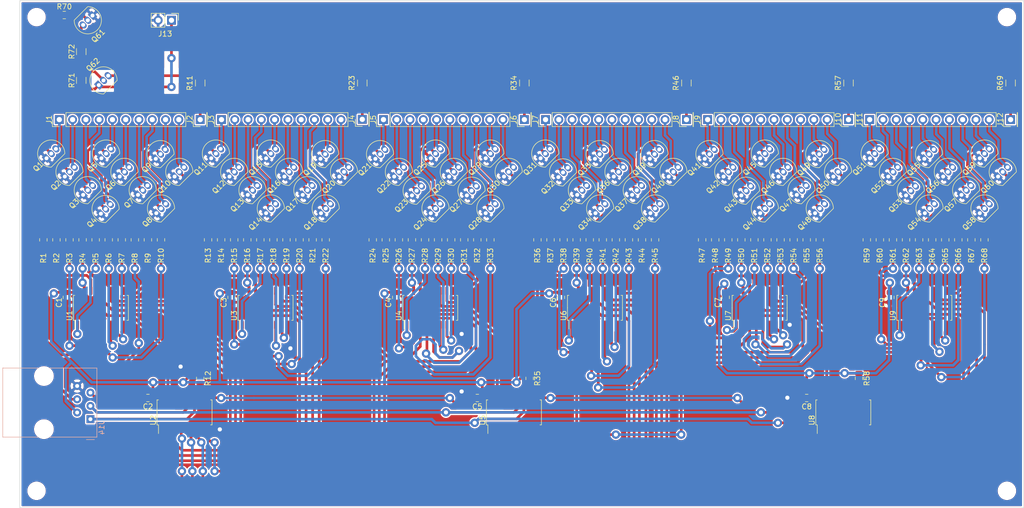
<source format=kicad_pcb>
(kicad_pcb (version 20171130) (host pcbnew 5.1.5+dfsg1-2build2)
  (title_block (title "Nixie clock tubes driver") (date 2021-02-04) (company "Dominik Piątkowski"))
  (layers (0 Top signal) (31 Bottom signal) (34 B.Paste user) (35 F.Paste user) (36 B.SilkS user) (37 F.SilkS user) (38 B.Mask user) (39 F.Mask user) (44 Edge.Cuts user))
  (net 0 "")
  (net 1 GND)
  (net 2 PWM)
  (net 3 SERIAL)
  (net 4 VCC)
  (net 5 "Net-(J1-Pad1)")
  (net 6 "Net-(J1-Pad2)")
  (net 7 "Net-(J1-Pad3)")
  (net 8 "Net-(J1-Pad4)")
  (net 9 "Net-(J1-Pad5)")
  (net 10 "Net-(J1-Pad6)")
  (net 11 "Net-(J1-Pad7)")
  (net 12 "Net-(J1-Pad8)")
  (net 13 "Net-(J1-Pad9)")
  (net 14 "Net-(J1-Pad10)")
  (net 15 "Net-(J2-Pad1)")
  (net 16 "Net-(J3-Pad10)")
  (net 17 "Net-(J3-Pad9)")
  (net 18 "Net-(J3-Pad8)")
  (net 19 "Net-(J3-Pad7)")
  (net 20 "Net-(J3-Pad6)")
  (net 21 "Net-(J3-Pad5)")
  (net 22 "Net-(J3-Pad4)")
  (net 23 "Net-(J3-Pad3)")
  (net 24 "Net-(J3-Pad2)")
  (net 25 "Net-(J3-Pad1)")
  (net 26 "Net-(J4-Pad1)")
  (net 27 "Net-(J5-Pad10)")
  (net 28 "Net-(J5-Pad9)")
  (net 29 "Net-(J5-Pad8)")
  (net 30 "Net-(J5-Pad7)")
  (net 31 "Net-(J5-Pad6)")
  (net 32 "Net-(J5-Pad5)")
  (net 33 "Net-(J5-Pad4)")
  (net 34 "Net-(J5-Pad3)")
  (net 35 "Net-(J5-Pad2)")
  (net 36 "Net-(J5-Pad1)")
  (net 37 "Net-(J6-Pad1)")
  (net 38 "Net-(J7-Pad1)")
  (net 39 "Net-(J7-Pad2)")
  (net 40 "Net-(J7-Pad3)")
  (net 41 "Net-(J7-Pad4)")
  (net 42 "Net-(J7-Pad5)")
  (net 43 "Net-(J7-Pad6)")
  (net 44 "Net-(J7-Pad7)")
  (net 45 "Net-(J7-Pad8)")
  (net 46 "Net-(J7-Pad9)")
  (net 47 "Net-(J7-Pad10)")
  (net 48 "Net-(J8-Pad1)")
  (net 49 "Net-(J9-Pad10)")
  (net 50 "Net-(J9-Pad9)")
  (net 51 "Net-(J9-Pad8)")
  (net 52 "Net-(J9-Pad7)")
  (net 53 "Net-(J9-Pad6)")
  (net 54 "Net-(J9-Pad5)")
  (net 55 "Net-(J9-Pad4)")
  (net 56 "Net-(J9-Pad3)")
  (net 57 "Net-(J9-Pad2)")
  (net 58 "Net-(J9-Pad1)")
  (net 59 "Net-(J10-Pad1)")
  (net 60 "Net-(J11-Pad1)")
  (net 61 "Net-(J11-Pad2)")
  (net 62 "Net-(J11-Pad3)")
  (net 63 "Net-(J11-Pad4)")
  (net 64 "Net-(J11-Pad5)")
  (net 65 "Net-(J11-Pad6)")
  (net 66 "Net-(J11-Pad7)")
  (net 67 "Net-(J11-Pad8)")
  (net 68 "Net-(J11-Pad9)")
  (net 69 "Net-(J11-Pad10)")
  (net 70 "Net-(J12-Pad1)")
  (net 71 "Net-(J13-Pad1)")
  (net 72 LATCH_CLOCK)
  (net 73 SHIFT_CLOCK)
  (net 74 "Net-(Q1-Pad2)")
  (net 75 "Net-(Q2-Pad2)")
  (net 76 "Net-(Q3-Pad2)")
  (net 77 "Net-(Q4-Pad2)")
  (net 78 "Net-(Q5-Pad2)")
  (net 79 "Net-(Q6-Pad2)")
  (net 80 "Net-(Q7-Pad2)")
  (net 81 "Net-(Q8-Pad2)")
  (net 82 "Net-(Q9-Pad2)")
  (net 83 "Net-(Q10-Pad2)")
  (net 84 "Net-(Q11-Pad2)")
  (net 85 "Net-(Q12-Pad2)")
  (net 86 "Net-(Q13-Pad2)")
  (net 87 "Net-(Q14-Pad2)")
  (net 88 "Net-(Q15-Pad2)")
  (net 89 "Net-(Q16-Pad2)")
  (net 90 "Net-(Q17-Pad2)")
  (net 91 "Net-(Q18-Pad2)")
  (net 92 "Net-(Q19-Pad2)")
  (net 93 "Net-(Q20-Pad2)")
  (net 94 "Net-(Q21-Pad2)")
  (net 95 "Net-(Q22-Pad2)")
  (net 96 "Net-(Q23-Pad2)")
  (net 97 "Net-(Q24-Pad2)")
  (net 98 "Net-(Q25-Pad2)")
  (net 99 "Net-(Q26-Pad2)")
  (net 100 "Net-(Q27-Pad2)")
  (net 101 "Net-(Q28-Pad2)")
  (net 102 "Net-(Q29-Pad2)")
  (net 103 "Net-(Q30-Pad2)")
  (net 104 "Net-(Q31-Pad2)")
  (net 105 "Net-(Q32-Pad2)")
  (net 106 "Net-(Q33-Pad2)")
  (net 107 "Net-(Q34-Pad2)")
  (net 108 "Net-(Q35-Pad2)")
  (net 109 "Net-(Q36-Pad2)")
  (net 110 "Net-(Q37-Pad2)")
  (net 111 "Net-(Q38-Pad2)")
  (net 112 "Net-(Q39-Pad2)")
  (net 113 "Net-(Q40-Pad2)")
  (net 114 "Net-(Q41-Pad2)")
  (net 115 "Net-(Q42-Pad2)")
  (net 116 "Net-(Q43-Pad2)")
  (net 117 "Net-(Q44-Pad2)")
  (net 118 "Net-(Q45-Pad2)")
  (net 119 "Net-(Q46-Pad2)")
  (net 120 "Net-(Q47-Pad2)")
  (net 121 "Net-(Q48-Pad2)")
  (net 122 "Net-(Q49-Pad2)")
  (net 123 "Net-(Q50-Pad2)")
  (net 124 "Net-(Q51-Pad2)")
  (net 125 "Net-(Q52-Pad2)")
  (net 126 "Net-(Q53-Pad2)")
  (net 127 "Net-(Q54-Pad2)")
  (net 128 "Net-(Q55-Pad2)")
  (net 129 "Net-(Q56-Pad2)")
  (net 130 "Net-(Q57-Pad2)")
  (net 131 "Net-(Q58-Pad2)")
  (net 132 "Net-(Q59-Pad2)")
  (net 133 "Net-(Q60-Pad2)")
  (net 134 "Net-(Q61-Pad3)")
  (net 135 "Net-(Q61-Pad2)")
  (net 136 "Net-(Q62-Pad2)")
  (net 137 PWM_180V)
  (net 138 "Net-(R1-Pad2)")
  (net 139 "Net-(R2-Pad2)")
  (net 140 "Net-(R3-Pad2)")
  (net 141 "Net-(R4-Pad2)")
  (net 142 "Net-(R5-Pad2)")
  (net 143 "Net-(R6-Pad2)")
  (net 144 "Net-(R7-Pad2)")
  (net 145 "Net-(R8-Pad2)")
  (net 146 "Net-(R9-Pad2)")
  (net 147 "Net-(R10-Pad2)")
  (net 148 "Net-(R12-Pad1)")
  (net 149 "Net-(R13-Pad2)")
  (net 150 "Net-(R14-Pad2)")
  (net 151 "Net-(R15-Pad2)")
  (net 152 "Net-(R16-Pad2)")
  (net 153 "Net-(R17-Pad2)")
  (net 154 "Net-(R18-Pad2)")
  (net 155 "Net-(R19-Pad2)")
  (net 156 "Net-(R20-Pad2)")
  (net 157 "Net-(R21-Pad2)")
  (net 158 "Net-(R22-Pad2)")
  (net 159 "Net-(R24-Pad2)")
  (net 160 "Net-(R25-Pad2)")
  (net 161 "Net-(R26-Pad2)")
  (net 162 "Net-(R27-Pad2)")
  (net 163 "Net-(R28-Pad2)")
  (net 164 "Net-(R29-Pad2)")
  (net 165 "Net-(R30-Pad2)")
  (net 166 "Net-(R31-Pad2)")
  (net 167 "Net-(R32-Pad2)")
  (net 168 "Net-(R33-Pad2)")
  (net 169 "Net-(R35-Pad1)")
  (net 170 "Net-(R36-Pad2)")
  (net 171 "Net-(R37-Pad2)")
  (net 172 "Net-(R38-Pad2)")
  (net 173 "Net-(R39-Pad2)")
  (net 174 "Net-(R40-Pad2)")
  (net 175 "Net-(R41-Pad2)")
  (net 176 "Net-(R42-Pad2)")
  (net 177 "Net-(R43-Pad2)")
  (net 178 "Net-(R44-Pad2)")
  (net 179 "Net-(R45-Pad2)")
  (net 180 "Net-(R47-Pad2)")
  (net 181 "Net-(R48-Pad2)")
  (net 182 "Net-(R49-Pad2)")
  (net 183 "Net-(R50-Pad2)")
  (net 184 "Net-(R51-Pad2)")
  (net 185 "Net-(R52-Pad2)")
  (net 186 "Net-(R53-Pad2)")
  (net 187 "Net-(R54-Pad2)")
  (net 188 "Net-(R55-Pad2)")
  (net 189 "Net-(R56-Pad2)")
  (net 190 "Net-(R58-Pad1)")
  (net 191 "Net-(R59-Pad2)")
  (net 192 "Net-(R60-Pad2)")
  (net 193 "Net-(R61-Pad2)")
  (net 194 "Net-(R62-Pad2)")
  (net 195 "Net-(R63-Pad2)")
  (net 196 "Net-(R64-Pad2)")
  (net 197 "Net-(R65-Pad2)")
  (net 198 "Net-(R66-Pad2)")
  (net 199 "Net-(R67-Pad2)")
  (net 200 "Net-(R68-Pad2)")
  (net 201 "Net-(U1-Pad13)")
  (net 202 "Net-(U1-Pad12)")
  (net 203 "Net-(U1-Pad11)")
  (net 204 "Net-(U1-Pad10)")
  (net 205 "Net-(U2-Pad4)")
  (net 206 "Net-(U2-Pad5)")
  (net 207 "Net-(U2-Pad6)")
  (net 208 "Net-(U2-Pad7)")
  (net 209 "Net-(U2-Pad9)")
  (net 210 "Net-(U4-Pad10)")
  (net 211 "Net-(U4-Pad11)")
  (net 212 "Net-(U4-Pad12)")
  (net 213 "Net-(U4-Pad13)")
  (net 214 "Net-(U5-Pad4)")
  (net 215 "Net-(U5-Pad5)")
  (net 216 "Net-(U5-Pad6)")
  (net 217 "Net-(U5-Pad7)")
  (net 218 "Net-(U5-Pad9)")
  (net 219 "Net-(U7-Pad10)")
  (net 220 "Net-(U7-Pad11)")
  (net 221 "Net-(U7-Pad12)")
  (net 222 "Net-(U7-Pad13)")
  (net 223 "Net-(U8-Pad9)")
  (net 224 "Net-(U8-Pad7)")
  (net 225 "Net-(U8-Pad6)")
  (net 226 "Net-(U8-Pad5)")
  (net 227 "Net-(U8-Pad4)")
  (module MountingHole:MountingHole_3mm (layer Top) (at 33.7 25.9 180)
    (fp_text reference REF** hide)
    (fp_text value MountingHole_3mm)
    (pad 1 np_thru_hole circle (at 0 0 180) (size 3 3) (drill 3) (layers *.Cu *.Mask))
  )
  (module Package_TO_SOT_THT:TO-92_Inline (layer Top) (at 45.601974 38.898026 45)
    (fp_text reference Q62 (at 1.977107 -3.535534 45) (layer F.SilkS))
    (fp_text value MPSA92)
    (pad 2 thru_hole oval (at 1.27 0 45) (size 1.05 1.5) (drill 0.75) (layers *.Cu *.Mask) (net 136 "Net-(Q62-Pad2)"))
    (pad 3 thru_hole oval (at 2.54 0 45) (size 1.05 1.5) (drill 0.75) (layers *.Cu *.Mask) (net 137 PWM_180V))
    (pad 1 thru_hole rect (at 0 0 45) (size 1.05 1.5) (drill 0.75) (layers *.Cu *.Mask) (net 71 "Net-(J13-Pad1)"))
  )
  (module Package_SO:SOIC-16_4.55x10.3mm_P1.27mm (layer Top) (at 77.5 81.5 90)
    (fp_text reference U3 (at -1.5 -6 90) (layer F.SilkS))
    (fp_text value 4028)
    (pad 16 smd roundrect (at 3.25 -4.445 90) (size 1.6 0.55) (layers Top F.Paste F.Mask) (net 4 VCC))
    (pad 15 smd roundrect (at 3.25 -3.175 90) (size 1.6 0.55) (layers Top F.Paste F.Mask) (net 152 "Net-(R16-Pad2)"))
    (pad 14 smd roundrect (at 3.25 -1.905 90) (size 1.6 0.55) (layers Top F.Paste F.Mask) (net 150 "Net-(R14-Pad2)"))
    (pad 13 smd roundrect (at 3.25 -0.635 90) (size 1.6 0.55) (layers Top F.Paste F.Mask) (net 208 "Net-(U2-Pad7)"))
    (pad 12 smd roundrect (at 3.25 0.635 90) (size 1.6 0.55) (layers Top F.Paste F.Mask) (net 207 "Net-(U2-Pad6)"))
    (pad 11 smd roundrect (at 3.25 1.905 90) (size 1.6 0.55) (layers Top F.Paste F.Mask) (net 206 "Net-(U2-Pad5)"))
    (pad 10 smd roundrect (at 3.25 3.175 90) (size 1.6 0.55) (layers Top F.Paste F.Mask) (net 205 "Net-(U2-Pad4)"))
    (pad 9 smd roundrect (at 3.25 4.445 90) (size 1.6 0.55) (layers Top F.Paste F.Mask) (net 157 "Net-(R21-Pad2)"))
    (pad 8 smd roundrect (at -3.25 4.445 90) (size 1.6 0.55) (layers Top F.Paste F.Mask) (net 1 GND))
    (pad 7 smd roundrect (at -3.25 3.175 90) (size 1.6 0.55) (layers Top F.Paste F.Mask) (net 155 "Net-(R19-Pad2)"))
    (pad 6 smd roundrect (at -3.25 1.905 90) (size 1.6 0.55) (layers Top F.Paste F.Mask) (net 154 "Net-(R18-Pad2)"))
    (pad 5 smd roundrect (at -3.25 0.635 90) (size 1.6 0.55) (layers Top F.Paste F.Mask) (net 158 "Net-(R22-Pad2)"))
    (pad 4 smd roundrect (at -3.25 -0.635 90) (size 1.6 0.55) (layers Top F.Paste F.Mask) (net 156 "Net-(R20-Pad2)"))
    (pad 3 smd roundrect (at -3.25 -1.905 90) (size 1.6 0.55) (layers Top F.Paste F.Mask) (net 149 "Net-(R13-Pad2)"))
    (pad 2 smd roundrect (at -3.25 -3.175 90) (size 1.6 0.55) (layers Top F.Paste F.Mask) (net 151 "Net-(R15-Pad2)"))
    (pad 1 smd roundrect (at -3.25 -4.445 90) (size 1.6 0.55) (layers Top F.Paste F.Mask) (net 153 "Net-(R17-Pad2)"))
  )
  (module Package_TO_SOT_THT:TO-92_Inline (layer Top) (at 140.601974 63.398026 45)
    (fp_text reference Q34 (at -2.831219 0 45) (layer F.SilkS))
    (fp_text value MPSA42)
    (pad 2 thru_hole oval (at 1.27 0 45) (size 1.05 1.5) (drill 0.75) (layers *.Cu *.Mask) (net 107 "Net-(Q34-Pad2)"))
    (pad 3 thru_hole oval (at 2.54 0 45) (size 1.05 1.5) (drill 0.75) (layers *.Cu *.Mask) (net 41 "Net-(J7-Pad4)"))
    (pad 1 thru_hole rect (at 0 0 45) (size 1.05 1.5) (drill 0.75) (layers *.Cu *.Mask) (net 1 GND))
  )
  (module Package_TO_SOT_THT:TO-92_Inline (layer Top) (at 165.101974 56.398026 45)
    (fp_text reference Q42 (at -2.831219 0 45) (layer F.SilkS))
    (fp_text value MPSA42)
    (pad 2 thru_hole oval (at 1.27 0 45) (size 1.05 1.5) (drill 0.75) (layers *.Cu *.Mask) (net 115 "Net-(Q42-Pad2)"))
    (pad 3 thru_hole oval (at 2.54 0 45) (size 1.05 1.5) (drill 0.75) (layers *.Cu *.Mask) (net 57 "Net-(J9-Pad2)"))
    (pad 1 thru_hole rect (at 0 0 45) (size 1.05 1.5) (drill 0.75) (layers *.Cu *.Mask) (net 1 GND))
  )
  (module Package_TO_SOT_THT:TO-92_Inline (layer Top) (at 175.601974 56.398026 45)
    (fp_text reference Q46 (at -2.831219 0 45) (layer F.SilkS))
    (fp_text value MPSA42)
    (pad 2 thru_hole oval (at 1.27 0 45) (size 1.05 1.5) (drill 0.75) (layers *.Cu *.Mask) (net 119 "Net-(Q46-Pad2)"))
    (pad 3 thru_hole oval (at 2.54 0 45) (size 1.05 1.5) (drill 0.75) (layers *.Cu *.Mask) (net 53 "Net-(J9-Pad6)"))
    (pad 1 thru_hole rect (at 0 0 45) (size 1.05 1.5) (drill 0.75) (layers *.Cu *.Mask) (net 1 GND))
  )
  (module Package_TO_SOT_THT:TO-92_Inline (layer Top) (at 154.601974 56.398026 45)
    (fp_text reference Q40 (at -2.831219 0 45) (layer F.SilkS))
    (fp_text value MPSA42)
    (pad 2 thru_hole oval (at 1.27 0 45) (size 1.05 1.5) (drill 0.75) (layers *.Cu *.Mask) (net 113 "Net-(Q40-Pad2)"))
    (pad 3 thru_hole oval (at 2.54 0 45) (size 1.05 1.5) (drill 0.75) (layers *.Cu *.Mask) (net 47 "Net-(J7-Pad10)"))
    (pad 1 thru_hole rect (at 0 0 45) (size 1.05 1.5) (drill 0.75) (layers *.Cu *.Mask) (net 1 GND))
  )
  (module Package_TO_SOT_THT:TO-92_Inline (layer Top) (at 147.601974 59.898026 45)
    (fp_text reference Q37 (at -2.831219 0 45) (layer F.SilkS))
    (fp_text value MPSA42)
    (pad 1 thru_hole rect (at 0 0 45) (size 1.05 1.5) (drill 0.75) (layers *.Cu *.Mask) (net 1 GND))
    (pad 3 thru_hole oval (at 2.54 0 45) (size 1.05 1.5) (drill 0.75) (layers *.Cu *.Mask) (net 44 "Net-(J7-Pad7)"))
    (pad 2 thru_hole oval (at 1.27 0 45) (size 1.05 1.5) (drill 0.75) (layers *.Cu *.Mask) (net 110 "Net-(Q37-Pad2)"))
  )
  (module Package_TO_SOT_THT:TO-92_Inline (layer Top) (at 140.5 53 45)
    (fp_text reference Q35 (at -2.828427 0 45) (layer F.SilkS))
    (fp_text value MPSA42)
    (pad 1 thru_hole rect (at 0 0 45) (size 1.05 1.5) (drill 0.75) (layers *.Cu *.Mask) (net 1 GND))
    (pad 3 thru_hole oval (at 2.54 0 45) (size 1.05 1.5) (drill 0.75) (layers *.Cu *.Mask) (net 42 "Net-(J7-Pad5)"))
    (pad 2 thru_hole oval (at 1.27 0 45) (size 1.05 1.5) (drill 0.75) (layers *.Cu *.Mask) (net 108 "Net-(Q35-Pad2)"))
  )
  (module Package_TO_SOT_THT:TO-92_Inline (layer Top) (at 123.101974 56.398026 45)
    (fp_text reference Q30 (at -2.831219 0 45) (layer F.SilkS))
    (fp_text value MPSA42)
    (pad 1 thru_hole rect (at 0 0 45) (size 1.05 1.5) (drill 0.75) (layers *.Cu *.Mask) (net 1 GND))
    (pad 3 thru_hole oval (at 2.54 0 45) (size 1.05 1.5) (drill 0.75) (layers *.Cu *.Mask) (net 27 "Net-(J5-Pad10)"))
    (pad 2 thru_hole oval (at 1.27 0 45) (size 1.05 1.5) (drill 0.75) (layers *.Cu *.Mask) (net 103 "Net-(Q30-Pad2)"))
  )
  (module Package_TO_SOT_THT:TO-92_Inline (layer Top) (at 88 53 45)
    (fp_text reference Q19 (at -2.828427 0 45) (layer F.SilkS))
    (fp_text value MPSA42)
    (pad 1 thru_hole rect (at 0 0 45) (size 1.05 1.5) (drill 0.75) (layers *.Cu *.Mask) (net 1 GND))
    (pad 3 thru_hole oval (at 2.54 0 45) (size 1.05 1.5) (drill 0.75) (layers *.Cu *.Mask) (net 17 "Net-(J3-Pad9)"))
    (pad 2 thru_hole oval (at 1.27 0 45) (size 1.05 1.5) (drill 0.75) (layers *.Cu *.Mask) (net 92 "Net-(Q19-Pad2)"))
  )
  (module Package_TO_SOT_THT:TO-92_Inline (layer Top) (at 46 63.5 45)
    (fp_text reference Q4 (at -2.404163 0 45) (layer F.SilkS))
    (fp_text value MPSA42)
    (pad 1 thru_hole rect (at 0 0 45) (size 1.05 1.5) (drill 0.75) (layers *.Cu *.Mask) (net 1 GND))
    (pad 3 thru_hole oval (at 2.54 0 45) (size 1.05 1.5) (drill 0.75) (layers *.Cu *.Mask) (net 8 "Net-(J1-Pad4)"))
    (pad 2 thru_hole oval (at 1.27 0 45) (size 1.05 1.5) (drill 0.75) (layers *.Cu *.Mask) (net 77 "Net-(Q4-Pad2)"))
  )
  (module Connector_RJ:RJ12_Amphenol_54601 (layer Bottom) (at 44 102.8 90)
    (fp_text reference J14 (at -1.67 2.16 90) (layer B.SilkS) (effects (justify mirror)))
    (fp_text value 6P6C)
    (pad 1 thru_hole rect (at 0 0 90) (size 1.52 1.52) (drill 0.76) (layers *.Cu *.Mask) (net 73 SHIFT_CLOCK))
    (pad "" np_thru_hole circle (at -1.91 -8.89 90) (size 3.25 3.25) (drill 3.25) (layers *.Cu *.Mask))
    (pad 2 thru_hole circle (at 1.27 -2.54 90) (size 1.52 1.52) (drill 0.76) (layers *.Cu *.Mask) (net 4 VCC))
    (pad 3 thru_hole circle (at 2.54 0 90) (size 1.52 1.52) (drill 0.76) (layers *.Cu *.Mask) (net 72 LATCH_CLOCK))
    (pad 4 thru_hole circle (at 3.81 -2.54 90) (size 1.52 1.52) (drill 0.76) (layers *.Cu *.Mask) (net 2 PWM))
    (pad 5 thru_hole circle (at 5.08 0 90) (size 1.52 1.52) (drill 0.76) (layers *.Cu *.Mask) (net 3 SERIAL))
    (pad 6 thru_hole circle (at 6.35 -2.54 90) (size 1.52 1.52) (drill 0.76) (layers *.Cu *.Mask) (net 1 GND))
    (pad "" np_thru_hole circle (at 8.25 -8.89 90) (size 3.25 3.25) (drill 3.25) (layers *.Cu *.Mask))
  )
  (module Connector_PinHeader_2.54mm:PinHeader_1x02_P2.54mm_Vertical (layer Top) (at 59.5 26.5 270)
    (fp_text reference J13 (at 2.6 1.2 180) (layer F.SilkS))
    (fp_text value 180V)
    (pad 2 thru_hole oval (at 0 2.54 270) (size 1.7 1.7) (drill 1) (layers *.Cu *.Mask) (net 1 GND))
    (pad 1 thru_hole rect (at 0 0 270) (size 1.7 1.7) (drill 1) (layers *.Cu *.Mask) (net 71 "Net-(J13-Pad1)"))
  )
  (module MountingHole:MountingHole_3mm (layer Top) (at 33.7 116.5)
    (fp_text reference REF** hide)
    (fp_text value MountingHole_3mm)
    (pad 1 np_thru_hole circle (at 0 0) (size 3 3) (drill 3) (layers *.Cu *.Mask))
  )
  (module MountingHole:MountingHole_3mm (layer Top) (at 219.3 116.5)
    (fp_text reference REF** hide)
    (fp_text value MountingHole_3mm)
    (pad 1 np_thru_hole circle (at 0 0) (size 3 3) (drill 3) (layers *.Cu *.Mask))
  )
  (module MountingHole:MountingHole_3mm (layer Top) (at 219.3 25.9 180)
    (fp_text reference REF** hide)
    (fp_text value MountingHole_3mm)
    (pad 1 np_thru_hole circle (at 0 0 180) (size 3 3) (drill 3) (layers *.Cu *.Mask))
  )
  (module Capacitor_SMD:C_0805_2012Metric (layer Top) (at 39.5 79.5 270)
    (fp_text reference C1 (at 1 1.5 90) (layer F.SilkS))
    (fp_text value 100n)
    (pad 2 smd roundrect (at 0.9375 0 270) (size 0.975 1.4) (layers Top F.Paste F.Mask) (net 1 GND))
    (pad 1 smd roundrect (at -0.9375 0 270) (size 0.975 1.4) (layers Top F.Paste F.Mask) (net 4 VCC))
  )
  (module Capacitor_SMD:C_0805_2012Metric (layer Top) (at 55 98.75 180)
    (fp_text reference C2 (at 0 -1.65) (layer F.SilkS))
    (fp_text value 100n)
    (pad 1 smd roundrect (at -0.9375 0 180) (size 0.975 1.4) (layers Top F.Paste F.Mask) (net 4 VCC))
    (pad 2 smd roundrect (at 0.9375 0 180) (size 0.975 1.4) (layers Top F.Paste F.Mask) (net 1 GND))
  )
  (module Capacitor_SMD:C_0805_2012Metric (layer Top) (at 71 79.5 270)
    (fp_text reference C3 (at 1 1.5 90) (layer F.SilkS))
    (fp_text value 100n)
    (pad 1 smd roundrect (at -0.9375 0 270) (size 0.975 1.4) (layers Top F.Paste F.Mask) (net 4 VCC))
    (pad 2 smd roundrect (at 0.9375 0 270) (size 0.975 1.4) (layers Top F.Paste F.Mask) (net 1 GND))
  )
  (module Capacitor_SMD:C_0805_2012Metric (layer Top) (at 102.5 79.5 270)
    (fp_text reference C4 (at 1 1.5 90) (layer F.SilkS))
    (fp_text value 100n)
    (pad 2 smd roundrect (at 0.9375 0 270) (size 0.975 1.4) (layers Top F.Paste F.Mask) (net 1 GND))
    (pad 1 smd roundrect (at -0.9375 0 270) (size 0.975 1.4) (layers Top F.Paste F.Mask) (net 4 VCC))
  )
  (module Capacitor_SMD:C_0805_2012Metric (layer Top) (at 118 98.75 180)
    (fp_text reference C5 (at 0 -1.65) (layer F.SilkS))
    (fp_text value 100n)
    (pad 2 smd roundrect (at 0.9375 0 180) (size 0.975 1.4) (layers Top F.Paste F.Mask) (net 1 GND))
    (pad 1 smd roundrect (at -0.9375 0 180) (size 0.975 1.4) (layers Top F.Paste F.Mask) (net 4 VCC))
  )
  (module Capacitor_SMD:C_0805_2012Metric (layer Top) (at 134 79.5 270)
    (fp_text reference C6 (at 1 1.5 90) (layer F.SilkS))
    (fp_text value 100n)
    (pad 1 smd roundrect (at -0.9375 0 270) (size 0.975 1.4) (layers Top F.Paste F.Mask) (net 4 VCC))
    (pad 2 smd roundrect (at 0.9375 0 270) (size 0.975 1.4) (layers Top F.Paste F.Mask) (net 1 GND))
  )
  (module Capacitor_SMD:C_0805_2012Metric (layer Top) (at 165.5 79.5 270)
    (fp_text reference C7 (at 1 1.5 90) (layer F.SilkS))
    (fp_text value 100n)
    (pad 2 smd roundrect (at 0.9375 0 270) (size 0.975 1.4) (layers Top F.Paste F.Mask) (net 1 GND))
    (pad 1 smd roundrect (at -0.9375 0 270) (size 0.975 1.4) (layers Top F.Paste F.Mask) (net 4 VCC))
  )
  (module Capacitor_SMD:C_0805_2012Metric (layer Top) (at 181 98.75 180)
    (fp_text reference C8 (at 0 -1.65) (layer F.SilkS))
    (fp_text value 100n)
    (pad 1 smd roundrect (at -0.9375 0 180) (size 0.975 1.4) (layers Top F.Paste F.Mask) (net 4 VCC))
    (pad 2 smd roundrect (at 0.9375 0 180) (size 0.975 1.4) (layers Top F.Paste F.Mask) (net 1 GND))
  )
  (module Capacitor_SMD:C_0805_2012Metric (layer Top) (at 197 79.5 270)
    (fp_text reference C9 (at 1 1.5 90) (layer F.SilkS))
    (fp_text value 100n)
    (pad 1 smd roundrect (at -0.9375 0 270) (size 0.975 1.4) (layers Top F.Paste F.Mask) (net 4 VCC))
    (pad 2 smd roundrect (at 0.9375 0 270) (size 0.975 1.4) (layers Top F.Paste F.Mask) (net 1 GND))
  )
  (module Package_TO_SOT_THT:TO-92_Inline (layer Top) (at 35.601974 52.898026 45)
    (fp_text reference Q1 (at -2.265533 0 45) (layer F.SilkS))
    (fp_text value MPSA42)
    (pad 2 thru_hole oval (at 1.27 0 45) (size 1.05 1.5) (drill 0.75) (layers *.Cu *.Mask) (net 74 "Net-(Q1-Pad2)"))
    (pad 3 thru_hole oval (at 2.54 0 45) (size 1.05 1.5) (drill 0.75) (layers *.Cu *.Mask) (net 5 "Net-(J1-Pad1)"))
    (pad 1 thru_hole rect (at 0 0 45) (size 1.05 1.5) (drill 0.75) (layers *.Cu *.Mask) (net 1 GND))
  )
  (module Package_TO_SOT_THT:TO-92_Inline (layer Top) (at 39.101974 56.398026 45)
    (fp_text reference Q2 (at -2.406955 0 45) (layer F.SilkS))
    (fp_text value MPSA42)
    (pad 1 thru_hole rect (at 0 0 45) (size 1.05 1.5) (drill 0.75) (layers *.Cu *.Mask) (net 1 GND))
    (pad 3 thru_hole oval (at 2.54 0 45) (size 1.05 1.5) (drill 0.75) (layers *.Cu *.Mask) (net 6 "Net-(J1-Pad2)"))
    (pad 2 thru_hole oval (at 1.27 0 45) (size 1.05 1.5) (drill 0.75) (layers *.Cu *.Mask) (net 75 "Net-(Q2-Pad2)"))
  )
  (module Package_TO_SOT_THT:TO-92_Inline (layer Top) (at 42.601974 59.898026 45)
    (fp_text reference Q3 (at -2.406955 0 45) (layer F.SilkS))
    (fp_text value MPSA42)
    (pad 2 thru_hole oval (at 1.27 0 45) (size 1.05 1.5) (drill 0.75) (layers *.Cu *.Mask) (net 76 "Net-(Q3-Pad2)"))
    (pad 3 thru_hole oval (at 2.54 0 45) (size 1.05 1.5) (drill 0.75) (layers *.Cu *.Mask) (net 7 "Net-(J1-Pad3)"))
    (pad 1 thru_hole rect (at 0 0 45) (size 1.05 1.5) (drill 0.75) (layers *.Cu *.Mask) (net 1 GND))
  )
  (module Package_TO_SOT_THT:TO-92_Inline (layer Top) (at 46.101974 52.898026 45)
    (fp_text reference Q5 (at -2.406955 0 45) (layer F.SilkS))
    (fp_text value MPSA42)
    (pad 2 thru_hole oval (at 1.27 0 45) (size 1.05 1.5) (drill 0.75) (layers *.Cu *.Mask) (net 78 "Net-(Q5-Pad2)"))
    (pad 3 thru_hole oval (at 2.54 0 45) (size 1.05 1.5) (drill 0.75) (layers *.Cu *.Mask) (net 9 "Net-(J1-Pad5)"))
    (pad 1 thru_hole rect (at 0 0 45) (size 1.05 1.5) (drill 0.75) (layers *.Cu *.Mask) (net 1 GND))
  )
  (module Package_TO_SOT_THT:TO-92_Inline (layer Top) (at 49.601974 56.398026 45)
    (fp_text reference Q6 (at -2.406955 0 45) (layer F.SilkS))
    (fp_text value MPSA42)
    (pad 1 thru_hole rect (at 0 0 45) (size 1.05 1.5) (drill 0.75) (layers *.Cu *.Mask) (net 1 GND))
    (pad 3 thru_hole oval (at 2.54 0 45) (size 1.05 1.5) (drill 0.75) (layers *.Cu *.Mask) (net 10 "Net-(J1-Pad6)"))
    (pad 2 thru_hole oval (at 1.27 0 45) (size 1.05 1.5) (drill 0.75) (layers *.Cu *.Mask) (net 79 "Net-(Q6-Pad2)"))
  )
  (module Package_TO_SOT_THT:TO-92_Inline (layer Top) (at 53.101974 59.898026 45)
    (fp_text reference Q7 (at -2.336244 -0.070711 45) (layer F.SilkS))
    (fp_text value MPSA42)
    (pad 1 thru_hole rect (at 0 0 45) (size 1.05 1.5) (drill 0.75) (layers *.Cu *.Mask) (net 1 GND))
    (pad 3 thru_hole oval (at 2.54 0 45) (size 1.05 1.5) (drill 0.75) (layers *.Cu *.Mask) (net 11 "Net-(J1-Pad7)"))
    (pad 2 thru_hole oval (at 1.27 0 45) (size 1.05 1.5) (drill 0.75) (layers *.Cu *.Mask) (net 80 "Net-(Q7-Pad2)"))
  )
  (module Package_TO_SOT_THT:TO-92_Inline (layer Top) (at 56.601974 63.398026 45)
    (fp_text reference Q8 (at -2.406955 0 45) (layer F.SilkS))
    (fp_text value MPSA42)
    (pad 2 thru_hole oval (at 1.27 0 45) (size 1.05 1.5) (drill 0.75) (layers *.Cu *.Mask) (net 81 "Net-(Q8-Pad2)"))
    (pad 3 thru_hole oval (at 2.54 0 45) (size 1.05 1.5) (drill 0.75) (layers *.Cu *.Mask) (net 12 "Net-(J1-Pad8)"))
    (pad 1 thru_hole rect (at 0 0 45) (size 1.05 1.5) (drill 0.75) (layers *.Cu *.Mask) (net 1 GND))
  )
  (module Package_TO_SOT_THT:TO-92_Inline (layer Top) (at 56.5 53 45)
    (fp_text reference Q9 (at -2.404163 0 45) (layer F.SilkS))
    (fp_text value MPSA42)
    (pad 1 thru_hole rect (at 0 0 45) (size 1.05 1.5) (drill 0.75) (layers *.Cu *.Mask) (net 1 GND))
    (pad 3 thru_hole oval (at 2.54 0 45) (size 1.05 1.5) (drill 0.75) (layers *.Cu *.Mask) (net 13 "Net-(J1-Pad9)"))
    (pad 2 thru_hole oval (at 1.27 0 45) (size 1.05 1.5) (drill 0.75) (layers *.Cu *.Mask) (net 82 "Net-(Q9-Pad2)"))
  )
  (module Package_TO_SOT_THT:TO-92_Inline (layer Top) (at 60.101974 56.398026 45)
    (fp_text reference Q10 (at -2.831219 0 45) (layer F.SilkS))
    (fp_text value MPSA42)
    (pad 2 thru_hole oval (at 1.27 0 45) (size 1.05 1.5) (drill 0.75) (layers *.Cu *.Mask) (net 83 "Net-(Q10-Pad2)"))
    (pad 3 thru_hole oval (at 2.54 0 45) (size 1.05 1.5) (drill 0.75) (layers *.Cu *.Mask) (net 14 "Net-(J1-Pad10)"))
    (pad 1 thru_hole rect (at 0 0 45) (size 1.05 1.5) (drill 0.75) (layers *.Cu *.Mask) (net 1 GND))
  )
  (module Package_TO_SOT_THT:TO-92_Inline (layer Top) (at 67.101974 52.898026 45)
    (fp_text reference Q11 (at -2.831219 0 45) (layer F.SilkS))
    (fp_text value MPSA42)
    (pad 1 thru_hole rect (at 0 0 45) (size 1.05 1.5) (drill 0.75) (layers *.Cu *.Mask) (net 1 GND))
    (pad 3 thru_hole oval (at 2.54 0 45) (size 1.05 1.5) (drill 0.75) (layers *.Cu *.Mask) (net 25 "Net-(J3-Pad1)"))
    (pad 2 thru_hole oval (at 1.27 0 45) (size 1.05 1.5) (drill 0.75) (layers *.Cu *.Mask) (net 84 "Net-(Q11-Pad2)"))
  )
  (module Package_TO_SOT_THT:TO-92_Inline (layer Top) (at 70.601974 56.398026 45)
    (fp_text reference Q12 (at -2.831219 0 45) (layer F.SilkS))
    (fp_text value MPSA42)
    (pad 2 thru_hole oval (at 1.27 0 45) (size 1.05 1.5) (drill 0.75) (layers *.Cu *.Mask) (net 85 "Net-(Q12-Pad2)"))
    (pad 3 thru_hole oval (at 2.54 0 45) (size 1.05 1.5) (drill 0.75) (layers *.Cu *.Mask) (net 24 "Net-(J3-Pad2)"))
    (pad 1 thru_hole rect (at 0 0 45) (size 1.05 1.5) (drill 0.75) (layers *.Cu *.Mask) (net 1 GND))
  )
  (module Package_TO_SOT_THT:TO-92_Inline (layer Top) (at 74.101974 59.898026 45)
    (fp_text reference Q13 (at -2.831219 0 45) (layer F.SilkS))
    (fp_text value MPSA42)
    (pad 1 thru_hole rect (at 0 0 45) (size 1.05 1.5) (drill 0.75) (layers *.Cu *.Mask) (net 1 GND))
    (pad 3 thru_hole oval (at 2.54 0 45) (size 1.05 1.5) (drill 0.75) (layers *.Cu *.Mask) (net 23 "Net-(J3-Pad3)"))
    (pad 2 thru_hole oval (at 1.27 0 45) (size 1.05 1.5) (drill 0.75) (layers *.Cu *.Mask) (net 86 "Net-(Q13-Pad2)"))
  )
  (module Package_TO_SOT_THT:TO-92_Inline (layer Top) (at 77.601974 63.398026 45)
    (fp_text reference Q14 (at -2.831219 0 45) (layer F.SilkS))
    (fp_text value MPSA42)
    (pad 2 thru_hole oval (at 1.27 0 45) (size 1.05 1.5) (drill 0.75) (layers *.Cu *.Mask) (net 87 "Net-(Q14-Pad2)"))
    (pad 3 thru_hole oval (at 2.54 0 45) (size 1.05 1.5) (drill 0.75) (layers *.Cu *.Mask) (net 22 "Net-(J3-Pad4)"))
    (pad 1 thru_hole rect (at 0 0 45) (size 1.05 1.5) (drill 0.75) (layers *.Cu *.Mask) (net 1 GND))
  )
  (module Package_TO_SOT_THT:TO-92_Inline (layer Top) (at 77.601974 52.898026 45)
    (fp_text reference Q15 (at -2.831219 0 45) (layer F.SilkS))
    (fp_text value MPSA42)
    (pad 1 thru_hole rect (at 0 0 45) (size 1.05 1.5) (drill 0.75) (layers *.Cu *.Mask) (net 1 GND))
    (pad 3 thru_hole oval (at 2.54 0 45) (size 1.05 1.5) (drill 0.75) (layers *.Cu *.Mask) (net 21 "Net-(J3-Pad5)"))
    (pad 2 thru_hole oval (at 1.27 0 45) (size 1.05 1.5) (drill 0.75) (layers *.Cu *.Mask) (net 88 "Net-(Q15-Pad2)"))
  )
  (module Package_TO_SOT_THT:TO-92_Inline (layer Top) (at 81.101974 56.398026 45)
    (fp_text reference Q16 (at -2.831219 0 45) (layer F.SilkS))
    (fp_text value MPSA42)
    (pad 1 thru_hole rect (at 0 0 45) (size 1.05 1.5) (drill 0.75) (layers *.Cu *.Mask) (net 1 GND))
    (pad 3 thru_hole oval (at 2.54 0 45) (size 1.05 1.5) (drill 0.75) (layers *.Cu *.Mask) (net 20 "Net-(J3-Pad6)"))
    (pad 2 thru_hole oval (at 1.27 0 45) (size 1.05 1.5) (drill 0.75) (layers *.Cu *.Mask) (net 89 "Net-(Q16-Pad2)"))
  )
  (module Package_TO_SOT_THT:TO-92_Inline (layer Top) (at 84.601974 59.898026 45)
    (fp_text reference Q17 (at -2.831219 0 45) (layer F.SilkS))
    (fp_text value MPSA42)
    (pad 2 thru_hole oval (at 1.27 0 45) (size 1.05 1.5) (drill 0.75) (layers *.Cu *.Mask) (net 90 "Net-(Q17-Pad2)"))
    (pad 3 thru_hole oval (at 2.54 0 45) (size 1.05 1.5) (drill 0.75) (layers *.Cu *.Mask) (net 19 "Net-(J3-Pad7)"))
    (pad 1 thru_hole rect (at 0 0 45) (size 1.05 1.5) (drill 0.75) (layers *.Cu *.Mask) (net 1 GND))
  )
  (module Package_TO_SOT_THT:TO-92_Inline (layer Top) (at 88.101974 63.398026 45)
    (fp_text reference Q18 (at -2.831219 0 45) (layer F.SilkS))
    (fp_text value MPSA42)
    (pad 2 thru_hole oval (at 1.27 0 45) (size 1.05 1.5) (drill 0.75) (layers *.Cu *.Mask) (net 91 "Net-(Q18-Pad2)"))
    (pad 3 thru_hole oval (at 2.54 0 45) (size 1.05 1.5) (drill 0.75) (layers *.Cu *.Mask) (net 18 "Net-(J3-Pad8)"))
    (pad 1 thru_hole rect (at 0 0 45) (size 1.05 1.5) (drill 0.75) (layers *.Cu *.Mask) (net 1 GND))
  )
  (module Package_TO_SOT_THT:TO-92_Inline (layer Top) (at 91.601974 56.398026 45)
    (fp_text reference Q20 (at -2.831219 0 45) (layer F.SilkS))
    (fp_text value MPSA42)
    (pad 1 thru_hole rect (at 0 0 45) (size 1.05 1.5) (drill 0.75) (layers *.Cu *.Mask) (net 1 GND))
    (pad 3 thru_hole oval (at 2.54 0 45) (size 1.05 1.5) (drill 0.75) (layers *.Cu *.Mask) (net 16 "Net-(J3-Pad10)"))
    (pad 2 thru_hole oval (at 1.27 0 45) (size 1.05 1.5) (drill 0.75) (layers *.Cu *.Mask) (net 93 "Net-(Q20-Pad2)"))
  )
  (module Package_TO_SOT_THT:TO-92_Inline (layer Top) (at 98.5 53 45)
    (fp_text reference Q21 (at -2.828427 0 45) (layer F.SilkS))
    (fp_text value MPSA42)
    (pad 1 thru_hole rect (at 0 0 45) (size 1.05 1.5) (drill 0.75) (layers *.Cu *.Mask) (net 1 GND))
    (pad 3 thru_hole oval (at 2.54 0 45) (size 1.05 1.5) (drill 0.75) (layers *.Cu *.Mask) (net 36 "Net-(J5-Pad1)"))
    (pad 2 thru_hole oval (at 1.27 0 45) (size 1.05 1.5) (drill 0.75) (layers *.Cu *.Mask) (net 94 "Net-(Q21-Pad2)"))
  )
  (module Package_TO_SOT_THT:TO-92_Inline (layer Top) (at 102.101974 56.398026 45)
    (fp_text reference Q22 (at -2.831219 0 45) (layer F.SilkS))
    (fp_text value MPSA42)
    (pad 2 thru_hole oval (at 1.27 0 45) (size 1.05 1.5) (drill 0.75) (layers *.Cu *.Mask) (net 95 "Net-(Q22-Pad2)"))
    (pad 3 thru_hole oval (at 2.54 0 45) (size 1.05 1.5) (drill 0.75) (layers *.Cu *.Mask) (net 35 "Net-(J5-Pad2)"))
    (pad 1 thru_hole rect (at 0 0 45) (size 1.05 1.5) (drill 0.75) (layers *.Cu *.Mask) (net 1 GND))
  )
  (module Package_TO_SOT_THT:TO-92_Inline (layer Top) (at 105.5 60 45)
    (fp_text reference Q23 (at -2.828427 0 45) (layer F.SilkS))
    (fp_text value MPSA42)
    (pad 1 thru_hole rect (at 0 0 45) (size 1.05 1.5) (drill 0.75) (layers *.Cu *.Mask) (net 1 GND))
    (pad 3 thru_hole oval (at 2.54 0 45) (size 1.05 1.5) (drill 0.75) (layers *.Cu *.Mask) (net 34 "Net-(J5-Pad3)"))
    (pad 2 thru_hole oval (at 1.27 0 45) (size 1.05 1.5) (drill 0.75) (layers *.Cu *.Mask) (net 96 "Net-(Q23-Pad2)"))
  )
  (module Package_TO_SOT_THT:TO-92_Inline (layer Top) (at 109.101974 63.398026 45)
    (fp_text reference Q24 (at -2.831219 0 45) (layer F.SilkS))
    (fp_text value MPSA42)
    (pad 2 thru_hole oval (at 1.27 0 45) (size 1.05 1.5) (drill 0.75) (layers *.Cu *.Mask) (net 97 "Net-(Q24-Pad2)"))
    (pad 3 thru_hole oval (at 2.54 0 45) (size 1.05 1.5) (drill 0.75) (layers *.Cu *.Mask) (net 33 "Net-(J5-Pad4)"))
    (pad 1 thru_hole rect (at 0 0 45) (size 1.05 1.5) (drill 0.75) (layers *.Cu *.Mask) (net 1 GND))
  )
  (module Package_TO_SOT_THT:TO-92_Inline (layer Top) (at 109.101974 52.898026 45)
    (fp_text reference Q25 (at -2.831219 0 45) (layer F.SilkS))
    (fp_text value MPSA42)
    (pad 2 thru_hole oval (at 1.27 0 45) (size 1.05 1.5) (drill 0.75) (layers *.Cu *.Mask) (net 98 "Net-(Q25-Pad2)"))
    (pad 3 thru_hole oval (at 2.54 0 45) (size 1.05 1.5) (drill 0.75) (layers *.Cu *.Mask) (net 32 "Net-(J5-Pad5)"))
    (pad 1 thru_hole rect (at 0 0 45) (size 1.05 1.5) (drill 0.75) (layers *.Cu *.Mask) (net 1 GND))
  )
  (module Package_TO_SOT_THT:TO-92_Inline (layer Top) (at 112.601974 56.398026 45)
    (fp_text reference Q26 (at -2.831219 0 45) (layer F.SilkS))
    (fp_text value MPSA42)
    (pad 1 thru_hole rect (at 0 0 45) (size 1.05 1.5) (drill 0.75) (layers *.Cu *.Mask) (net 1 GND))
    (pad 3 thru_hole oval (at 2.54 0 45) (size 1.05 1.5) (drill 0.75) (layers *.Cu *.Mask) (net 31 "Net-(J5-Pad6)"))
    (pad 2 thru_hole oval (at 1.27 0 45) (size 1.05 1.5) (drill 0.75) (layers *.Cu *.Mask) (net 99 "Net-(Q26-Pad2)"))
  )
  (module Package_TO_SOT_THT:TO-92_Inline (layer Top) (at 116 60 45)
    (fp_text reference Q27 (at -2.828427 0 45) (layer F.SilkS))
    (fp_text value MPSA42)
    (pad 1 thru_hole rect (at 0 0 45) (size 1.05 1.5) (drill 0.75) (layers *.Cu *.Mask) (net 1 GND))
    (pad 3 thru_hole oval (at 2.54 0 45) (size 1.05 1.5) (drill 0.75) (layers *.Cu *.Mask) (net 30 "Net-(J5-Pad7)"))
    (pad 2 thru_hole oval (at 1.27 0 45) (size 1.05 1.5) (drill 0.75) (layers *.Cu *.Mask) (net 100 "Net-(Q27-Pad2)"))
  )
  (module Package_TO_SOT_THT:TO-92_Inline (layer Top) (at 119.601974 63.398026 45)
    (fp_text reference Q28 (at -2.831219 0 45) (layer F.SilkS))
    (fp_text value MPSA42)
    (pad 1 thru_hole rect (at 0 0 45) (size 1.05 1.5) (drill 0.75) (layers *.Cu *.Mask) (net 1 GND))
    (pad 3 thru_hole oval (at 2.54 0 45) (size 1.05 1.5) (drill 0.75) (layers *.Cu *.Mask) (net 29 "Net-(J5-Pad8)"))
    (pad 2 thru_hole oval (at 1.27 0 45) (size 1.05 1.5) (drill 0.75) (layers *.Cu *.Mask) (net 101 "Net-(Q28-Pad2)"))
  )
  (module Package_TO_SOT_THT:TO-92_Inline (layer Top) (at 119.601974 52.898026 45)
    (fp_text reference Q29 (at -2.831219 0 45) (layer F.SilkS))
    (fp_text value MPSA42)
    (pad 2 thru_hole oval (at 1.27 0 45) (size 1.05 1.5) (drill 0.75) (layers *.Cu *.Mask) (net 102 "Net-(Q29-Pad2)"))
    (pad 3 thru_hole oval (at 2.54 0 45) (size 1.05 1.5) (drill 0.75) (layers *.Cu *.Mask) (net 28 "Net-(J5-Pad9)"))
    (pad 1 thru_hole rect (at 0 0 45) (size 1.05 1.5) (drill 0.75) (layers *.Cu *.Mask) (net 1 GND))
  )
  (module Package_TO_SOT_THT:TO-92_Inline (layer Top) (at 130.101974 52.898026 45)
    (fp_text reference Q31 (at -2.831219 0 45) (layer F.SilkS))
    (fp_text value MPSA42)
    (pad 2 thru_hole oval (at 1.27 0 45) (size 1.05 1.5) (drill 0.75) (layers *.Cu *.Mask) (net 104 "Net-(Q31-Pad2)"))
    (pad 3 thru_hole oval (at 2.54 0 45) (size 1.05 1.5) (drill 0.75) (layers *.Cu *.Mask) (net 38 "Net-(J7-Pad1)"))
    (pad 1 thru_hole rect (at 0 0 45) (size 1.05 1.5) (drill 0.75) (layers *.Cu *.Mask) (net 1 GND))
  )
  (module Package_TO_SOT_THT:TO-92_Inline (layer Top) (at 133.5 56.5 45)
    (fp_text reference Q32 (at -2.828427 0 45) (layer F.SilkS))
    (fp_text value MPSA42)
    (pad 1 thru_hole rect (at 0 0 45) (size 1.05 1.5) (drill 0.75) (layers *.Cu *.Mask) (net 1 GND))
    (pad 3 thru_hole oval (at 2.54 0 45) (size 1.05 1.5) (drill 0.75) (layers *.Cu *.Mask) (net 39 "Net-(J7-Pad2)"))
    (pad 2 thru_hole oval (at 1.27 0 45) (size 1.05 1.5) (drill 0.75) (layers *.Cu *.Mask) (net 105 "Net-(Q32-Pad2)"))
  )
  (module Package_TO_SOT_THT:TO-92_Inline (layer Top) (at 137.101974 59.898026 45)
    (fp_text reference Q33 (at -2.831219 0 45) (layer F.SilkS))
    (fp_text value MPSA42)
    (pad 1 thru_hole rect (at 0 0 45) (size 1.05 1.5) (drill 0.75) (layers *.Cu *.Mask) (net 1 GND))
    (pad 3 thru_hole oval (at 2.54 0 45) (size 1.05 1.5) (drill 0.75) (layers *.Cu *.Mask) (net 40 "Net-(J7-Pad3)"))
    (pad 2 thru_hole oval (at 1.27 0 45) (size 1.05 1.5) (drill 0.75) (layers *.Cu *.Mask) (net 106 "Net-(Q33-Pad2)"))
  )
  (module Package_TO_SOT_THT:TO-92_Inline (layer Top) (at 144.101974 56.398026 45)
    (fp_text reference Q36 (at -2.831219 0 45) (layer F.SilkS))
    (fp_text value MPSA42)
    (pad 2 thru_hole oval (at 1.27 0 45) (size 1.05 1.5) (drill 0.75) (layers *.Cu *.Mask) (net 109 "Net-(Q36-Pad2)"))
    (pad 3 thru_hole oval (at 2.54 0 45) (size 1.05 1.5) (drill 0.75) (layers *.Cu *.Mask) (net 43 "Net-(J7-Pad6)"))
    (pad 1 thru_hole rect (at 0 0 45) (size 1.05 1.5) (drill 0.75) (layers *.Cu *.Mask) (net 1 GND))
  )
  (module Package_TO_SOT_THT:TO-92_Inline (layer Top) (at 151.101974 63.398026 45)
    (fp_text reference Q38 (at -2.831219 0 45) (layer F.SilkS))
    (fp_text value MPSA42)
    (pad 2 thru_hole oval (at 1.27 0 45) (size 1.05 1.5) (drill 0.75) (layers *.Cu *.Mask) (net 111 "Net-(Q38-Pad2)"))
    (pad 3 thru_hole oval (at 2.54 0 45) (size 1.05 1.5) (drill 0.75) (layers *.Cu *.Mask) (net 45 "Net-(J7-Pad8)"))
    (pad 1 thru_hole rect (at 0 0 45) (size 1.05 1.5) (drill 0.75) (layers *.Cu *.Mask) (net 1 GND))
  )
  (module Package_TO_SOT_THT:TO-92_Inline (layer Top) (at 151 53 45)
    (fp_text reference Q39 (at -2.828427 0 45) (layer F.SilkS))
    (fp_text value MPSA42)
    (pad 1 thru_hole rect (at 0 0 45) (size 1.05 1.5) (drill 0.75) (layers *.Cu *.Mask) (net 1 GND))
    (pad 3 thru_hole oval (at 2.54 0 45) (size 1.05 1.5) (drill 0.75) (layers *.Cu *.Mask) (net 46 "Net-(J7-Pad9)"))
    (pad 2 thru_hole oval (at 1.27 0 45) (size 1.05 1.5) (drill 0.75) (layers *.Cu *.Mask) (net 112 "Net-(Q39-Pad2)"))
  )
  (module Package_TO_SOT_THT:TO-92_Inline (layer Top) (at 161.5 53 45)
    (fp_text reference Q41 (at -2.828427 0 45) (layer F.SilkS))
    (fp_text value MPSA42)
    (pad 1 thru_hole rect (at 0 0 45) (size 1.05 1.5) (drill 0.75) (layers *.Cu *.Mask) (net 1 GND))
    (pad 3 thru_hole oval (at 2.54 0 45) (size 1.05 1.5) (drill 0.75) (layers *.Cu *.Mask) (net 58 "Net-(J9-Pad1)"))
    (pad 2 thru_hole oval (at 1.27 0 45) (size 1.05 1.5) (drill 0.75) (layers *.Cu *.Mask) (net 114 "Net-(Q41-Pad2)"))
  )
  (module Package_TO_SOT_THT:TO-92_Inline (layer Top) (at 168.5 60 45)
    (fp_text reference Q43 (at -2.828427 0 45) (layer F.SilkS))
    (fp_text value MPSA42)
    (pad 1 thru_hole rect (at 0 0 45) (size 1.05 1.5) (drill 0.75) (layers *.Cu *.Mask) (net 1 GND))
    (pad 3 thru_hole oval (at 2.54 0 45) (size 1.05 1.5) (drill 0.75) (layers *.Cu *.Mask) (net 56 "Net-(J9-Pad3)"))
    (pad 2 thru_hole oval (at 1.27 0 45) (size 1.05 1.5) (drill 0.75) (layers *.Cu *.Mask) (net 116 "Net-(Q43-Pad2)"))
  )
  (module Package_TO_SOT_THT:TO-92_Inline (layer Top) (at 172.101974 63.398026 45)
    (fp_text reference Q44 (at -2.831219 0 45) (layer F.SilkS))
    (fp_text value MPSA42)
    (pad 2 thru_hole oval (at 1.27 0 45) (size 1.05 1.5) (drill 0.75) (layers *.Cu *.Mask) (net 117 "Net-(Q44-Pad2)"))
    (pad 3 thru_hole oval (at 2.54 0 45) (size 1.05 1.5) (drill 0.75) (layers *.Cu *.Mask) (net 55 "Net-(J9-Pad4)"))
    (pad 1 thru_hole rect (at 0 0 45) (size 1.05 1.5) (drill 0.75) (layers *.Cu *.Mask) (net 1 GND))
  )
  (module Package_TO_SOT_THT:TO-92_Inline (layer Top) (at 172.101974 52.898026 45)
    (fp_text reference Q45 (at -2.831219 0 45) (layer F.SilkS))
    (fp_text value MPSA42)
    (pad 1 thru_hole rect (at 0 0 45) (size 1.05 1.5) (drill 0.75) (layers *.Cu *.Mask) (net 1 GND))
    (pad 3 thru_hole oval (at 2.54 0 45) (size 1.05 1.5) (drill 0.75) (layers *.Cu *.Mask) (net 54 "Net-(J9-Pad5)"))
    (pad 2 thru_hole oval (at 1.27 0 45) (size 1.05 1.5) (drill 0.75) (layers *.Cu *.Mask) (net 118 "Net-(Q45-Pad2)"))
  )
  (module Package_TO_SOT_THT:TO-92_Inline (layer Top) (at 179.101974 59.898026 45)
    (fp_text reference Q47 (at -2.831219 0 45) (layer F.SilkS))
    (fp_text value MPSA42)
    (pad 2 thru_hole oval (at 1.27 0 45) (size 1.05 1.5) (drill 0.75) (layers *.Cu *.Mask) (net 120 "Net-(Q47-Pad2)"))
    (pad 3 thru_hole oval (at 2.54 0 45) (size 1.05 1.5) (drill 0.75) (layers *.Cu *.Mask) (net 52 "Net-(J9-Pad7)"))
    (pad 1 thru_hole rect (at 0 0 45) (size 1.05 1.5) (drill 0.75) (layers *.Cu *.Mask) (net 1 GND))
  )
  (module Package_TO_SOT_THT:TO-92_Inline (layer Top) (at 182.601974 63.398026 45)
    (fp_text reference Q48 (at -2.831219 0 45) (layer F.SilkS))
    (fp_text value MPSA42)
    (pad 2 thru_hole oval (at 1.27 0 45) (size 1.05 1.5) (drill 0.75) (layers *.Cu *.Mask) (net 121 "Net-(Q48-Pad2)"))
    (pad 3 thru_hole oval (at 2.54 0 45) (size 1.05 1.5) (drill 0.75) (layers *.Cu *.Mask) (net 51 "Net-(J9-Pad8)"))
    (pad 1 thru_hole rect (at 0 0 45) (size 1.05 1.5) (drill 0.75) (layers *.Cu *.Mask) (net 1 GND))
  )
  (module Package_TO_SOT_THT:TO-92_Inline (layer Top) (at 182.5 53 45)
    (fp_text reference Q49 (at -2.828427 0 45) (layer F.SilkS))
    (fp_text value MPSA42)
    (pad 1 thru_hole rect (at 0 0 45) (size 1.05 1.5) (drill 0.75) (layers *.Cu *.Mask) (net 1 GND))
    (pad 3 thru_hole oval (at 2.54 0 45) (size 1.05 1.5) (drill 0.75) (layers *.Cu *.Mask) (net 50 "Net-(J9-Pad9)"))
    (pad 2 thru_hole oval (at 1.27 0 45) (size 1.05 1.5) (drill 0.75) (layers *.Cu *.Mask) (net 122 "Net-(Q49-Pad2)"))
  )
  (module Package_TO_SOT_THT:TO-92_Inline (layer Top) (at 186.101974 56.398026 45)
    (fp_text reference Q50 (at -2.831219 0 45) (layer F.SilkS))
    (fp_text value MPSA42)
    (pad 2 thru_hole oval (at 1.27 0 45) (size 1.05 1.5) (drill 0.75) (layers *.Cu *.Mask) (net 123 "Net-(Q50-Pad2)"))
    (pad 3 thru_hole oval (at 2.54 0 45) (size 1.05 1.5) (drill 0.75) (layers *.Cu *.Mask) (net 49 "Net-(J9-Pad10)"))
    (pad 1 thru_hole rect (at 0 0 45) (size 1.05 1.5) (drill 0.75) (layers *.Cu *.Mask) (net 1 GND))
  )
  (module Package_TO_SOT_THT:TO-92_Inline (layer Top) (at 193.101974 52.898026 45)
    (fp_text reference Q51 (at -2.831219 0 45) (layer F.SilkS))
    (fp_text value MPSA42)
    (pad 1 thru_hole rect (at 0 0 45) (size 1.05 1.5) (drill 0.75) (layers *.Cu *.Mask) (net 1 GND))
    (pad 3 thru_hole oval (at 2.54 0 45) (size 1.05 1.5) (drill 0.75) (layers *.Cu *.Mask) (net 60 "Net-(J11-Pad1)"))
    (pad 2 thru_hole oval (at 1.27 0 45) (size 1.05 1.5) (drill 0.75) (layers *.Cu *.Mask) (net 124 "Net-(Q51-Pad2)"))
  )
  (module Package_TO_SOT_THT:TO-92_Inline (layer Top) (at 196.601974 56.398026 45)
    (fp_text reference Q52 (at -2.831219 0 45) (layer F.SilkS))
    (fp_text value MPSA42)
    (pad 2 thru_hole oval (at 1.27 0 45) (size 1.05 1.5) (drill 0.75) (layers *.Cu *.Mask) (net 125 "Net-(Q52-Pad2)"))
    (pad 3 thru_hole oval (at 2.54 0 45) (size 1.05 1.5) (drill 0.75) (layers *.Cu *.Mask) (net 61 "Net-(J11-Pad2)"))
    (pad 1 thru_hole rect (at 0 0 45) (size 1.05 1.5) (drill 0.75) (layers *.Cu *.Mask) (net 1 GND))
  )
  (module Package_TO_SOT_THT:TO-92_Inline (layer Top) (at 200 60 45)
    (fp_text reference Q53 (at -2.828427 0 45) (layer F.SilkS))
    (fp_text value MPSA42)
    (pad 1 thru_hole rect (at 0 0 45) (size 1.05 1.5) (drill 0.75) (layers *.Cu *.Mask) (net 1 GND))
    (pad 3 thru_hole oval (at 2.54 0 45) (size 1.05 1.5) (drill 0.75) (layers *.Cu *.Mask) (net 62 "Net-(J11-Pad3)"))
    (pad 2 thru_hole oval (at 1.27 0 45) (size 1.05 1.5) (drill 0.75) (layers *.Cu *.Mask) (net 126 "Net-(Q53-Pad2)"))
  )
  (module Package_TO_SOT_THT:TO-92_Inline (layer Top) (at 203.601974 63.398026 45)
    (fp_text reference Q54 (at -2.831219 0 45) (layer F.SilkS))
    (fp_text value MPSA42)
    (pad 2 thru_hole oval (at 1.27 0 45) (size 1.05 1.5) (drill 0.75) (layers *.Cu *.Mask) (net 127 "Net-(Q54-Pad2)"))
    (pad 3 thru_hole oval (at 2.54 0 45) (size 1.05 1.5) (drill 0.75) (layers *.Cu *.Mask) (net 63 "Net-(J11-Pad4)"))
    (pad 1 thru_hole rect (at 0 0 45) (size 1.05 1.5) (drill 0.75) (layers *.Cu *.Mask) (net 1 GND))
  )
  (module Package_TO_SOT_THT:TO-92_Inline (layer Top) (at 203.5 53 45)
    (fp_text reference Q55 (at -2.828427 0 45) (layer F.SilkS))
    (fp_text value MPSA42)
    (pad 1 thru_hole rect (at 0 0 45) (size 1.05 1.5) (drill 0.75) (layers *.Cu *.Mask) (net 1 GND))
    (pad 3 thru_hole oval (at 2.54 0 45) (size 1.05 1.5) (drill 0.75) (layers *.Cu *.Mask) (net 64 "Net-(J11-Pad5)"))
    (pad 2 thru_hole oval (at 1.27 0 45) (size 1.05 1.5) (drill 0.75) (layers *.Cu *.Mask) (net 128 "Net-(Q55-Pad2)"))
  )
  (module Package_TO_SOT_THT:TO-92_Inline (layer Top) (at 207.101974 56.398026 45)
    (fp_text reference Q56 (at -2.831219 0 45) (layer F.SilkS))
    (fp_text value MPSA42)
    (pad 2 thru_hole oval (at 1.27 0 45) (size 1.05 1.5) (drill 0.75) (layers *.Cu *.Mask) (net 129 "Net-(Q56-Pad2)"))
    (pad 3 thru_hole oval (at 2.54 0 45) (size 1.05 1.5) (drill 0.75) (layers *.Cu *.Mask) (net 65 "Net-(J11-Pad6)"))
    (pad 1 thru_hole rect (at 0 0 45) (size 1.05 1.5) (drill 0.75) (layers *.Cu *.Mask) (net 1 GND))
  )
  (module Package_TO_SOT_THT:TO-92_Inline (layer Top) (at 210.601974 59.898026 45)
    (fp_text reference Q57 (at -2.831219 0 45) (layer F.SilkS))
    (fp_text value MPSA42)
    (pad 1 thru_hole rect (at 0 0 45) (size 1.05 1.5) (drill 0.75) (layers *.Cu *.Mask) (net 1 GND))
    (pad 3 thru_hole oval (at 2.54 0 45) (size 1.05 1.5) (drill 0.75) (layers *.Cu *.Mask) (net 66 "Net-(J11-Pad7)"))
    (pad 2 thru_hole oval (at 1.27 0 45) (size 1.05 1.5) (drill 0.75) (layers *.Cu *.Mask) (net 130 "Net-(Q57-Pad2)"))
  )
  (module Package_TO_SOT_THT:TO-92_Inline (layer Top) (at 214.101974 63.398026 45)
    (fp_text reference Q58 (at -2.831219 0 45) (layer F.SilkS))
    (fp_text value MPSA42)
    (pad 2 thru_hole oval (at 1.27 0 45) (size 1.05 1.5) (drill 0.75) (layers *.Cu *.Mask) (net 131 "Net-(Q58-Pad2)"))
    (pad 3 thru_hole oval (at 2.54 0 45) (size 1.05 1.5) (drill 0.75) (layers *.Cu *.Mask) (net 67 "Net-(J11-Pad8)"))
    (pad 1 thru_hole rect (at 0 0 45) (size 1.05 1.5) (drill 0.75) (layers *.Cu *.Mask) (net 1 GND))
  )
  (module Package_TO_SOT_THT:TO-92_Inline (layer Top) (at 214.101974 52.898026 45)
    (fp_text reference Q59 (at -2.831219 0 45) (layer F.SilkS))
    (fp_text value MPSA42)
    (pad 1 thru_hole rect (at 0 0 45) (size 1.05 1.5) (drill 0.75) (layers *.Cu *.Mask) (net 1 GND))
    (pad 3 thru_hole oval (at 2.54 0 45) (size 1.05 1.5) (drill 0.75) (layers *.Cu *.Mask) (net 68 "Net-(J11-Pad9)"))
    (pad 2 thru_hole oval (at 1.27 0 45) (size 1.05 1.5) (drill 0.75) (layers *.Cu *.Mask) (net 132 "Net-(Q59-Pad2)"))
  )
  (module Package_TO_SOT_THT:TO-92_Inline (layer Top) (at 217.601974 56.398026 45)
    (fp_text reference Q60 (at -2.831219 0 45) (layer F.SilkS))
    (fp_text value MPSA42)
    (pad 2 thru_hole oval (at 1.27 0 45) (size 1.05 1.5) (drill 0.75) (layers *.Cu *.Mask) (net 133 "Net-(Q60-Pad2)"))
    (pad 3 thru_hole oval (at 2.54 0 45) (size 1.05 1.5) (drill 0.75) (layers *.Cu *.Mask) (net 69 "Net-(J11-Pad10)"))
    (pad 1 thru_hole rect (at 0 0 45) (size 1.05 1.5) (drill 0.75) (layers *.Cu *.Mask) (net 1 GND))
  )
  (module Package_TO_SOT_THT:TO-92_Inline (layer Top) (at 44.398026 25.601974 225)
    (fp_text reference Q61 (at 1.977107 -3.535534 45) (layer F.SilkS))
    (fp_text value MPSA42)
    (pad 1 thru_hole rect (at 0 0 225) (size 1.05 1.5) (drill 0.75) (layers *.Cu *.Mask) (net 1 GND))
    (pad 3 thru_hole oval (at 2.54 0 225) (size 1.05 1.5) (drill 0.75) (layers *.Cu *.Mask) (net 134 "Net-(Q61-Pad3)"))
    (pad 2 thru_hole oval (at 1.27 0 225) (size 1.05 1.5) (drill 0.75) (layers *.Cu *.Mask) (net 135 "Net-(Q61-Pad2)"))
  )
  (module Resistor_SMD:R_0805_2012Metric (layer Top) (at 35 68.5 270)
    (fp_text reference R1 (at 3.5 0 90) (layer F.SilkS))
    (fp_text value 10k)
    (pad 2 smd roundrect (at 0.9375 0 270) (size 0.975 1.4) (layers Top F.Paste F.Mask) (net 138 "Net-(R1-Pad2)"))
    (pad 1 smd roundrect (at -0.9375 0 270) (size 0.975 1.4) (layers Top F.Paste F.Mask) (net 74 "Net-(Q1-Pad2)"))
  )
  (module Resistor_SMD:R_0805_2012Metric (layer Top) (at 37.5 68.5 270)
    (fp_text reference R2 (at 3.5 0 90) (layer F.SilkS))
    (fp_text value 10k)
    (pad 1 smd roundrect (at -0.9375 0 270) (size 0.975 1.4) (layers Top F.Paste F.Mask) (net 75 "Net-(Q2-Pad2)"))
    (pad 2 smd roundrect (at 0.9375 0 270) (size 0.975 1.4) (layers Top F.Paste F.Mask) (net 139 "Net-(R2-Pad2)"))
  )
  (module Resistor_SMD:R_0805_2012Metric (layer Top) (at 40 68.5 270)
    (fp_text reference R3 (at 3.5 0 90) (layer F.SilkS))
    (fp_text value 10k)
    (pad 2 smd roundrect (at 0.9375 0 270) (size 0.975 1.4) (layers Top F.Paste F.Mask) (net 140 "Net-(R3-Pad2)"))
    (pad 1 smd roundrect (at -0.9375 0 270) (size 0.975 1.4) (layers Top F.Paste F.Mask) (net 76 "Net-(Q3-Pad2)"))
  )
  (module Resistor_SMD:R_0805_2012Metric (layer Top) (at 42.5 68.5 270)
    (fp_text reference R4 (at 3.5 0 90) (layer F.SilkS))
    (fp_text value 10k)
    (pad 1 smd roundrect (at -0.9375 0 270) (size 0.975 1.4) (layers Top F.Paste F.Mask) (net 77 "Net-(Q4-Pad2)"))
    (pad 2 smd roundrect (at 0.9375 0 270) (size 0.975 1.4) (layers Top F.Paste F.Mask) (net 141 "Net-(R4-Pad2)"))
  )
  (module Resistor_SMD:R_0805_2012Metric (layer Top) (at 45 68.5 270)
    (fp_text reference R5 (at 3.5 0 90) (layer F.SilkS))
    (fp_text value 10k)
    (pad 2 smd roundrect (at 0.9375 0 270) (size 0.975 1.4) (layers Top F.Paste F.Mask) (net 142 "Net-(R5-Pad2)"))
    (pad 1 smd roundrect (at -0.9375 0 270) (size 0.975 1.4) (layers Top F.Paste F.Mask) (net 78 "Net-(Q5-Pad2)"))
  )
  (module Resistor_SMD:R_0805_2012Metric (layer Top) (at 47.5 68.5 270)
    (fp_text reference R6 (at 3.5 0 90) (layer F.SilkS))
    (fp_text value 10k)
    (pad 1 smd roundrect (at -0.9375 0 270) (size 0.975 1.4) (layers Top F.Paste F.Mask) (net 79 "Net-(Q6-Pad2)"))
    (pad 2 smd roundrect (at 0.9375 0 270) (size 0.975 1.4) (layers Top F.Paste F.Mask) (net 143 "Net-(R6-Pad2)"))
  )
  (module Resistor_SMD:R_0805_2012Metric (layer Top) (at 50 68.5 270)
    (fp_text reference R7 (at 3.5 0 90) (layer F.SilkS))
    (fp_text value 10k)
    (pad 2 smd roundrect (at 0.9375 0 270) (size 0.975 1.4) (layers Top F.Paste F.Mask) (net 144 "Net-(R7-Pad2)"))
    (pad 1 smd roundrect (at -0.9375 0 270) (size 0.975 1.4) (layers Top F.Paste F.Mask) (net 80 "Net-(Q7-Pad2)"))
  )
  (module Resistor_SMD:R_0805_2012Metric (layer Top) (at 52.5 68.5 270)
    (fp_text reference R8 (at 3.5 0 90) (layer F.SilkS))
    (fp_text value 10k)
    (pad 1 smd roundrect (at -0.9375 0 270) (size 0.975 1.4) (layers Top F.Paste F.Mask) (net 81 "Net-(Q8-Pad2)"))
    (pad 2 smd roundrect (at 0.9375 0 270) (size 0.975 1.4) (layers Top F.Paste F.Mask) (net 145 "Net-(R8-Pad2)"))
  )
  (module Resistor_SMD:R_0805_2012Metric (layer Top) (at 55 68.5 270)
    (fp_text reference R9 (at 3.5 0 90) (layer F.SilkS))
    (fp_text value 10k)
    (pad 2 smd roundrect (at 0.9375 0 270) (size 0.975 1.4) (layers Top F.Paste F.Mask) (net 146 "Net-(R9-Pad2)"))
    (pad 1 smd roundrect (at -0.9375 0 270) (size 0.975 1.4) (layers Top F.Paste F.Mask) (net 82 "Net-(Q9-Pad2)"))
  )
  (module Resistor_SMD:R_0805_2012Metric (layer Top) (at 57.5 68.5 270)
    (fp_text reference R10 (at 3 0 90) (layer F.SilkS))
    (fp_text value 10k)
    (pad 1 smd roundrect (at -0.9375 0 270) (size 0.975 1.4) (layers Top F.Paste F.Mask) (net 83 "Net-(Q10-Pad2)"))
    (pad 2 smd roundrect (at 0.9375 0 270) (size 0.975 1.4) (layers Top F.Paste F.Mask) (net 147 "Net-(R10-Pad2)"))
  )
  (module Resistor_SMD:R_1206_3216Metric (layer Top) (at 65 38.5 270)
    (fp_text reference R11 (at 0 2 90) (layer F.SilkS))
    (fp_text value 22k)
    (pad 2 smd roundrect (at 1.4 0 270) (size 1.25 1.75) (layers Top F.Paste F.Mask) (roundrect_rratio 0.2) (net 15 "Net-(J2-Pad1)"))
    (pad 1 smd roundrect (at -1.4 0 270) (size 1.25 1.75) (layers Top F.Paste F.Mask) (roundrect_rratio 0.2) (net 137 PWM_180V))
  )
  (module Resistor_SMD:R_0805_2012Metric (layer Top) (at 65 95 90)
    (fp_text reference R12 (at 0 1.5 90) (layer F.SilkS))
    (fp_text value 10k)
    (pad 2 smd roundrect (at 0.9375 0 90) (size 0.975 1.4) (layers Top F.Paste F.Mask) (net 4 VCC))
    (pad 1 smd roundrect (at -0.9375 0 90) (size 0.975 1.4) (layers Top F.Paste F.Mask) (net 148 "Net-(R12-Pad1)"))
  )
  (module Resistor_SMD:R_0805_2012Metric (layer Top) (at 66.5 68.5 270)
    (fp_text reference R13 (at 3 0 90) (layer F.SilkS))
    (fp_text value 10k)
    (pad 2 smd roundrect (at 0.9375 0 270) (size 0.975 1.4) (layers Top F.Paste F.Mask) (net 149 "Net-(R13-Pad2)"))
    (pad 1 smd roundrect (at -0.9375 0 270) (size 0.975 1.4) (layers Top F.Paste F.Mask) (net 84 "Net-(Q11-Pad2)"))
  )
  (module Resistor_SMD:R_0805_2012Metric (layer Top) (at 69 68.5 270)
    (fp_text reference R14 (at 3 0 90) (layer F.SilkS))
    (fp_text value 10k)
    (pad 1 smd roundrect (at -0.9375 0 270) (size 0.975 1.4) (layers Top F.Paste F.Mask) (net 85 "Net-(Q12-Pad2)"))
    (pad 2 smd roundrect (at 0.9375 0 270) (size 0.975 1.4) (layers Top F.Paste F.Mask) (net 150 "Net-(R14-Pad2)"))
  )
  (module Resistor_SMD:R_0805_2012Metric (layer Top) (at 71.5 68.5 270)
    (fp_text reference R15 (at 3 0 90) (layer F.SilkS))
    (fp_text value 10k)
    (pad 2 smd roundrect (at 0.9375 0 270) (size 0.975 1.4) (layers Top F.Paste F.Mask) (net 151 "Net-(R15-Pad2)"))
    (pad 1 smd roundrect (at -0.9375 0 270) (size 0.975 1.4) (layers Top F.Paste F.Mask) (net 86 "Net-(Q13-Pad2)"))
  )
  (module Resistor_SMD:R_0805_2012Metric (layer Top) (at 74 68.5 270)
    (fp_text reference R16 (at 3 0 90) (layer F.SilkS))
    (fp_text value 10k)
    (pad 1 smd roundrect (at -0.9375 0 270) (size 0.975 1.4) (layers Top F.Paste F.Mask) (net 87 "Net-(Q14-Pad2)"))
    (pad 2 smd roundrect (at 0.9375 0 270) (size 0.975 1.4) (layers Top F.Paste F.Mask) (net 152 "Net-(R16-Pad2)"))
  )
  (module Resistor_SMD:R_0805_2012Metric (layer Top) (at 76.5 68.5 270)
    (fp_text reference R17 (at 3 0 90) (layer F.SilkS))
    (fp_text value 10k)
    (pad 2 smd roundrect (at 0.9375 0 270) (size 0.975 1.4) (layers Top F.Paste F.Mask) (net 153 "Net-(R17-Pad2)"))
    (pad 1 smd roundrect (at -0.9375 0 270) (size 0.975 1.4) (layers Top F.Paste F.Mask) (net 88 "Net-(Q15-Pad2)"))
  )
  (module Resistor_SMD:R_0805_2012Metric (layer Top) (at 79 68.5 270)
    (fp_text reference R18 (at 3 0 90) (layer F.SilkS))
    (fp_text value 10k)
    (pad 1 smd roundrect (at -0.9375 0 270) (size 0.975 1.4) (layers Top F.Paste F.Mask) (net 89 "Net-(Q16-Pad2)"))
    (pad 2 smd roundrect (at 0.9375 0 270) (size 0.975 1.4) (layers Top F.Paste F.Mask) (net 154 "Net-(R18-Pad2)"))
  )
  (module Resistor_SMD:R_0805_2012Metric (layer Top) (at 81.5 68.5 270)
    (fp_text reference R19 (at 3 0 90) (layer F.SilkS))
    (fp_text value 10k)
    (pad 2 smd roundrect (at 0.9375 0 270) (size 0.975 1.4) (layers Top F.Paste F.Mask) (net 155 "Net-(R19-Pad2)"))
    (pad 1 smd roundrect (at -0.9375 0 270) (size 0.975 1.4) (layers Top F.Paste F.Mask) (net 90 "Net-(Q17-Pad2)"))
  )
  (module Resistor_SMD:R_0805_2012Metric (layer Top) (at 84 68.5 270)
    (fp_text reference R20 (at 3 0 90) (layer F.SilkS))
    (fp_text value 10k)
    (pad 1 smd roundrect (at -0.9375 0 270) (size 0.975 1.4) (layers Top F.Paste F.Mask) (net 91 "Net-(Q18-Pad2)"))
    (pad 2 smd roundrect (at 0.9375 0 270) (size 0.975 1.4) (layers Top F.Paste F.Mask) (net 156 "Net-(R20-Pad2)"))
  )
  (module Resistor_SMD:R_0805_2012Metric (layer Top) (at 86.5 68.5 270)
    (fp_text reference R21 (at 3 0 90) (layer F.SilkS))
    (fp_text value 10k)
    (pad 2 smd roundrect (at 0.9375 0 270) (size 0.975 1.4) (layers Top F.Paste F.Mask) (net 157 "Net-(R21-Pad2)"))
    (pad 1 smd roundrect (at -0.9375 0 270) (size 0.975 1.4) (layers Top F.Paste F.Mask) (net 92 "Net-(Q19-Pad2)"))
  )
  (module Resistor_SMD:R_0805_2012Metric (layer Top) (at 89 68.5 270)
    (fp_text reference R22 (at 3 0 90) (layer F.SilkS))
    (fp_text value 10k)
    (pad 2 smd roundrect (at 0.9375 0 270) (size 0.975 1.4) (layers Top F.Paste F.Mask) (net 158 "Net-(R22-Pad2)"))
    (pad 1 smd roundrect (at -0.9375 0 270) (size 0.975 1.4) (layers Top F.Paste F.Mask) (net 93 "Net-(Q20-Pad2)"))
  )
  (module Resistor_SMD:R_1206_3216Metric (layer Top) (at 96 38.5 270)
    (fp_text reference R23 (at 0 2 90) (layer F.SilkS))
    (fp_text value 22k)
    (pad 1 smd roundrect (at -1.4 0 270) (size 1.25 1.75) (layers Top F.Paste F.Mask) (roundrect_rratio 0.2) (net 137 PWM_180V))
    (pad 2 smd roundrect (at 1.4 0 270) (size 1.25 1.75) (layers Top F.Paste F.Mask) (roundrect_rratio 0.2) (net 26 "Net-(J4-Pad1)"))
  )
  (module Resistor_SMD:R_0805_2012Metric (layer Top) (at 98 68.5 270)
    (fp_text reference R24 (at 3 0 90) (layer F.SilkS))
    (fp_text value 10k)
    (pad 1 smd roundrect (at -0.9375 0 270) (size 0.975 1.4) (layers Top F.Paste F.Mask) (net 94 "Net-(Q21-Pad2)"))
    (pad 2 smd roundrect (at 0.9375 0 270) (size 0.975 1.4) (layers Top F.Paste F.Mask) (net 159 "Net-(R24-Pad2)"))
  )
  (module Resistor_SMD:R_0805_2012Metric (layer Top) (at 100.5 68.5 270)
    (fp_text reference R25 (at 3 0 90) (layer F.SilkS))
    (fp_text value 10k)
    (pad 2 smd roundrect (at 0.9375 0 270) (size 0.975 1.4) (layers Top F.Paste F.Mask) (net 160 "Net-(R25-Pad2)"))
    (pad 1 smd roundrect (at -0.9375 0 270) (size 0.975 1.4) (layers Top F.Paste F.Mask) (net 95 "Net-(Q22-Pad2)"))
  )
  (module Resistor_SMD:R_0805_2012Metric (layer Top) (at 103 68.5 270)
    (fp_text reference R26 (at 3 0 90) (layer F.SilkS))
    (fp_text value 10k)
    (pad 1 smd roundrect (at -0.9375 0 270) (size 0.975 1.4) (layers Top F.Paste F.Mask) (net 96 "Net-(Q23-Pad2)"))
    (pad 2 smd roundrect (at 0.9375 0 270) (size 0.975 1.4) (layers Top F.Paste F.Mask) (net 161 "Net-(R26-Pad2)"))
  )
  (module Resistor_SMD:R_0805_2012Metric (layer Top) (at 105.5 68.5 270)
    (fp_text reference R27 (at 3 0 90) (layer F.SilkS))
    (fp_text value 10k)
    (pad 2 smd roundrect (at 0.9375 0 270) (size 0.975 1.4) (layers Top F.Paste F.Mask) (net 162 "Net-(R27-Pad2)"))
    (pad 1 smd roundrect (at -0.9375 0 270) (size 0.975 1.4) (layers Top F.Paste F.Mask) (net 97 "Net-(Q24-Pad2)"))
  )
  (module Resistor_SMD:R_0805_2012Metric (layer Top) (at 108 68.5 270)
    (fp_text reference R28 (at 3 0 90) (layer F.SilkS))
    (fp_text value 10k)
    (pad 1 smd roundrect (at -0.9375 0 270) (size 0.975 1.4) (layers Top F.Paste F.Mask) (net 98 "Net-(Q25-Pad2)"))
    (pad 2 smd roundrect (at 0.9375 0 270) (size 0.975 1.4) (layers Top F.Paste F.Mask) (net 163 "Net-(R28-Pad2)"))
  )
  (module Resistor_SMD:R_0805_2012Metric (layer Top) (at 110.5 68.5 270)
    (fp_text reference R29 (at 3 0 90) (layer F.SilkS))
    (fp_text value 10k)
    (pad 1 smd roundrect (at -0.9375 0 270) (size 0.975 1.4) (layers Top F.Paste F.Mask) (net 99 "Net-(Q26-Pad2)"))
    (pad 2 smd roundrect (at 0.9375 0 270) (size 0.975 1.4) (layers Top F.Paste F.Mask) (net 164 "Net-(R29-Pad2)"))
  )
  (module Resistor_SMD:R_0805_2012Metric (layer Top) (at 113 68.5 270)
    (fp_text reference R30 (at 3 0 90) (layer F.SilkS))
    (fp_text value 10k)
    (pad 1 smd roundrect (at -0.9375 0 270) (size 0.975 1.4) (layers Top F.Paste F.Mask) (net 100 "Net-(Q27-Pad2)"))
    (pad 2 smd roundrect (at 0.9375 0 270) (size 0.975 1.4) (layers Top F.Paste F.Mask) (net 165 "Net-(R30-Pad2)"))
  )
  (module Resistor_SMD:R_0805_2012Metric (layer Top) (at 115.5 68.5 270)
    (fp_text reference R31 (at 3 0 90) (layer F.SilkS))
    (fp_text value 10k)
    (pad 2 smd roundrect (at 0.9375 0 270) (size 0.975 1.4) (layers Top F.Paste F.Mask) (net 166 "Net-(R31-Pad2)"))
    (pad 1 smd roundrect (at -0.9375 0 270) (size 0.975 1.4) (layers Top F.Paste F.Mask) (net 101 "Net-(Q28-Pad2)"))
  )
  (module Resistor_SMD:R_0805_2012Metric (layer Top) (at 118 68.5 270)
    (fp_text reference R32 (at 3 0 90) (layer F.SilkS))
    (fp_text value 10k)
    (pad 1 smd roundrect (at -0.9375 0 270) (size 0.975 1.4) (layers Top F.Paste F.Mask) (net 102 "Net-(Q29-Pad2)"))
    (pad 2 smd roundrect (at 0.9375 0 270) (size 0.975 1.4) (layers Top F.Paste F.Mask) (net 167 "Net-(R32-Pad2)"))
  )
  (module Resistor_SMD:R_0805_2012Metric (layer Top) (at 120.5 68.5 270)
    (fp_text reference R33 (at 3 0 90) (layer F.SilkS))
    (fp_text value 10k)
    (pad 2 smd roundrect (at 0.9375 0 270) (size 0.975 1.4) (layers Top F.Paste F.Mask) (net 168 "Net-(R33-Pad2)"))
    (pad 1 smd roundrect (at -0.9375 0 270) (size 0.975 1.4) (layers Top F.Paste F.Mask) (net 103 "Net-(Q30-Pad2)"))
  )
  (module Resistor_SMD:R_1206_3216Metric (layer Top) (at 127 38.5 270)
    (fp_text reference R34 (at 0 2 90) (layer F.SilkS))
    (fp_text value 22k)
    (pad 2 smd roundrect (at 1.4 0 270) (size 1.25 1.75) (layers Top F.Paste F.Mask) (roundrect_rratio 0.2) (net 37 "Net-(J6-Pad1)"))
    (pad 1 smd roundrect (at -1.4 0 270) (size 1.25 1.75) (layers Top F.Paste F.Mask) (roundrect_rratio 0.2) (net 137 PWM_180V))
  )
  (module Resistor_SMD:R_0805_2012Metric (layer Top) (at 128 95 90)
    (fp_text reference R35 (at 0 1.5 90) (layer F.SilkS))
    (fp_text value 10k)
    (pad 1 smd roundrect (at -0.9375 0 90) (size 0.975 1.4) (layers Top F.Paste F.Mask) (net 169 "Net-(R35-Pad1)"))
    (pad 2 smd roundrect (at 0.9375 0 90) (size 0.975 1.4) (layers Top F.Paste F.Mask) (net 4 VCC))
  )
  (module Resistor_SMD:R_0805_2012Metric (layer Top) (at 129.5 68.5 270)
    (fp_text reference R36 (at 3 0 90) (layer F.SilkS))
    (fp_text value 10k)
    (pad 2 smd roundrect (at 0.9375 0 270) (size 0.975 1.4) (layers Top F.Paste F.Mask) (net 170 "Net-(R36-Pad2)"))
    (pad 1 smd roundrect (at -0.9375 0 270) (size 0.975 1.4) (layers Top F.Paste F.Mask) (net 104 "Net-(Q31-Pad2)"))
  )
  (module Resistor_SMD:R_0805_2012Metric (layer Top) (at 132 68.5 270)
    (fp_text reference R37 (at 3 0 90) (layer F.SilkS))
    (fp_text value 10k)
    (pad 1 smd roundrect (at -0.9375 0 270) (size 0.975 1.4) (layers Top F.Paste F.Mask) (net 105 "Net-(Q32-Pad2)"))
    (pad 2 smd roundrect (at 0.9375 0 270) (size 0.975 1.4) (layers Top F.Paste F.Mask) (net 171 "Net-(R37-Pad2)"))
  )
  (module Resistor_SMD:R_0805_2012Metric (layer Top) (at 134.5 68.5 270)
    (fp_text reference R38 (at 3 0 90) (layer F.SilkS))
    (fp_text value 10k)
    (pad 2 smd roundrect (at 0.9375 0 270) (size 0.975 1.4) (layers Top F.Paste F.Mask) (net 172 "Net-(R38-Pad2)"))
    (pad 1 smd roundrect (at -0.9375 0 270) (size 0.975 1.4) (layers Top F.Paste F.Mask) (net 106 "Net-(Q33-Pad2)"))
  )
  (module Resistor_SMD:R_0805_2012Metric (layer Top) (at 137 68.5 270)
    (fp_text reference R39 (at 3 0 90) (layer F.SilkS))
    (fp_text value 10k)
    (pad 2 smd roundrect (at 0.9375 0 270) (size 0.975 1.4) (layers Top F.Paste F.Mask) (net 173 "Net-(R39-Pad2)"))
    (pad 1 smd roundrect (at -0.9375 0 270) (size 0.975 1.4) (layers Top F.Paste F.Mask) (net 107 "Net-(Q34-Pad2)"))
  )
  (module Resistor_SMD:R_0805_2012Metric (layer Top) (at 139.5 68.5 270)
    (fp_text reference R40 (at 3 0 90) (layer F.SilkS))
    (fp_text value 10k)
    (pad 1 smd roundrect (at -0.9375 0 270) (size 0.975 1.4) (layers Top F.Paste F.Mask) (net 108 "Net-(Q35-Pad2)"))
    (pad 2 smd roundrect (at 0.9375 0 270) (size 0.975 1.4) (layers Top F.Paste F.Mask) (net 174 "Net-(R40-Pad2)"))
  )
  (module Resistor_SMD:R_0805_2012Metric (layer Top) (at 142 68.5 270)
    (fp_text reference R41 (at 3 0 90) (layer F.SilkS))
    (fp_text value 10k)
    (pad 2 smd roundrect (at 0.9375 0 270) (size 0.975 1.4) (layers Top F.Paste F.Mask) (net 175 "Net-(R41-Pad2)"))
    (pad 1 smd roundrect (at -0.9375 0 270) (size 0.975 1.4) (layers Top F.Paste F.Mask) (net 109 "Net-(Q36-Pad2)"))
  )
  (module Resistor_SMD:R_0805_2012Metric (layer Top) (at 144.5 68.5 270)
    (fp_text reference R42 (at 3 0 90) (layer F.SilkS))
    (fp_text value 10k)
    (pad 1 smd roundrect (at -0.9375 0 270) (size 0.975 1.4) (layers Top F.Paste F.Mask) (net 110 "Net-(Q37-Pad2)"))
    (pad 2 smd roundrect (at 0.9375 0 270) (size 0.975 1.4) (layers Top F.Paste F.Mask) (net 176 "Net-(R42-Pad2)"))
  )
  (module Resistor_SMD:R_0805_2012Metric (layer Top) (at 147 68.5 270)
    (fp_text reference R43 (at 3 0 90) (layer F.SilkS))
    (fp_text value 10k)
    (pad 2 smd roundrect (at 0.9375 0 270) (size 0.975 1.4) (layers Top F.Paste F.Mask) (net 177 "Net-(R43-Pad2)"))
    (pad 1 smd roundrect (at -0.9375 0 270) (size 0.975 1.4) (layers Top F.Paste F.Mask) (net 111 "Net-(Q38-Pad2)"))
  )
  (module Resistor_SMD:R_0805_2012Metric (layer Top) (at 149.5 68.5 270)
    (fp_text reference R44 (at 3 0 90) (layer F.SilkS))
    (fp_text value 10k)
    (pad 1 smd roundrect (at -0.9375 0 270) (size 0.975 1.4) (layers Top F.Paste F.Mask) (net 112 "Net-(Q39-Pad2)"))
    (pad 2 smd roundrect (at 0.9375 0 270) (size 0.975 1.4) (layers Top F.Paste F.Mask) (net 178 "Net-(R44-Pad2)"))
  )
  (module Resistor_SMD:R_0805_2012Metric (layer Top) (at 152 68.5 270)
    (fp_text reference R45 (at 3 0 90) (layer F.SilkS))
    (fp_text value 10k)
    (pad 2 smd roundrect (at 0.9375 0 270) (size 0.975 1.4) (layers Top F.Paste F.Mask) (net 179 "Net-(R45-Pad2)"))
    (pad 1 smd roundrect (at -0.9375 0 270) (size 0.975 1.4) (layers Top F.Paste F.Mask) (net 113 "Net-(Q40-Pad2)"))
  )
  (module Resistor_SMD:R_1206_3216Metric (layer Top) (at 158 38.5 270)
    (fp_text reference R46 (at 0 2 90) (layer F.SilkS))
    (fp_text value 22k)
    (pad 1 smd roundrect (at -1.4 0 270) (size 1.25 1.75) (layers Top F.Paste F.Mask) (roundrect_rratio 0.2) (net 137 PWM_180V))
    (pad 2 smd roundrect (at 1.4 0 270) (size 1.25 1.75) (layers Top F.Paste F.Mask) (roundrect_rratio 0.2) (net 48 "Net-(J8-Pad1)"))
  )
  (module Resistor_SMD:R_0805_2012Metric (layer Top) (at 161 68.5 270)
    (fp_text reference R47 (at 3 0 90) (layer F.SilkS))
    (fp_text value 10k)
    (pad 1 smd roundrect (at -0.9375 0 270) (size 0.975 1.4) (layers Top F.Paste F.Mask) (net 114 "Net-(Q41-Pad2)"))
    (pad 2 smd roundrect (at 0.9375 0 270) (size 0.975 1.4) (layers Top F.Paste F.Mask) (net 180 "Net-(R47-Pad2)"))
  )
  (module Resistor_SMD:R_0805_2012Metric (layer Top) (at 163.5 68.5 270)
    (fp_text reference R48 (at 3 0 90) (layer F.SilkS))
    (fp_text value 10k)
    (pad 2 smd roundrect (at 0.9375 0 270) (size 0.975 1.4) (layers Top F.Paste F.Mask) (net 181 "Net-(R48-Pad2)"))
    (pad 1 smd roundrect (at -0.9375 0 270) (size 0.975 1.4) (layers Top F.Paste F.Mask) (net 115 "Net-(Q42-Pad2)"))
  )
  (module Resistor_SMD:R_0805_2012Metric (layer Top) (at 166 68.5 270)
    (fp_text reference R49 (at 3 0 90) (layer F.SilkS))
    (fp_text value 10k)
    (pad 1 smd roundrect (at -0.9375 0 270) (size 0.975 1.4) (layers Top F.Paste F.Mask) (net 116 "Net-(Q43-Pad2)"))
    (pad 2 smd roundrect (at 0.9375 0 270) (size 0.975 1.4) (layers Top F.Paste F.Mask) (net 182 "Net-(R49-Pad2)"))
  )
  (module Resistor_SMD:R_0805_2012Metric (layer Top) (at 168.5 68.5 270)
    (fp_text reference R50 (at 3 0 90) (layer F.SilkS))
    (fp_text value 10k)
    (pad 2 smd roundrect (at 0.9375 0 270) (size 0.975 1.4) (layers Top F.Paste F.Mask) (net 183 "Net-(R50-Pad2)"))
    (pad 1 smd roundrect (at -0.9375 0 270) (size 0.975 1.4) (layers Top F.Paste F.Mask) (net 117 "Net-(Q44-Pad2)"))
  )
  (module Resistor_SMD:R_0805_2012Metric (layer Top) (at 171 68.5 270)
    (fp_text reference R51 (at 3 0 90) (layer F.SilkS))
    (fp_text value 10k)
    (pad 1 smd roundrect (at -0.9375 0 270) (size 0.975 1.4) (layers Top F.Paste F.Mask) (net 118 "Net-(Q45-Pad2)"))
    (pad 2 smd roundrect (at 0.9375 0 270) (size 0.975 1.4) (layers Top F.Paste F.Mask) (net 184 "Net-(R51-Pad2)"))
  )
  (module Resistor_SMD:R_0805_2012Metric (layer Top) (at 173.5 68.5 270)
    (fp_text reference R52 (at 3 0 90) (layer F.SilkS))
    (fp_text value 10k)
    (pad 2 smd roundrect (at 0.9375 0 270) (size 0.975 1.4) (layers Top F.Paste F.Mask) (net 185 "Net-(R52-Pad2)"))
    (pad 1 smd roundrect (at -0.9375 0 270) (size 0.975 1.4) (layers Top F.Paste F.Mask) (net 119 "Net-(Q46-Pad2)"))
  )
  (module Resistor_SMD:R_0805_2012Metric (layer Top) (at 176 68.5 270)
    (fp_text reference R53 (at 3 0 90) (layer F.SilkS))
    (fp_text value 10k)
    (pad 1 smd roundrect (at -0.9375 0 270) (size 0.975 1.4) (layers Top F.Paste F.Mask) (net 120 "Net-(Q47-Pad2)"))
    (pad 2 smd roundrect (at 0.9375 0 270) (size 0.975 1.4) (layers Top F.Paste F.Mask) (net 186 "Net-(R53-Pad2)"))
  )
  (module Resistor_SMD:R_0805_2012Metric (layer Top) (at 178.5 68.5 270)
    (fp_text reference R54 (at 3 0 90) (layer F.SilkS))
    (fp_text value 10k)
    (pad 2 smd roundrect (at 0.9375 0 270) (size 0.975 1.4) (layers Top F.Paste F.Mask) (net 187 "Net-(R54-Pad2)"))
    (pad 1 smd roundrect (at -0.9375 0 270) (size 0.975 1.4) (layers Top F.Paste F.Mask) (net 121 "Net-(Q48-Pad2)"))
  )
  (module Resistor_SMD:R_0805_2012Metric (layer Top) (at 181 68.5 270)
    (fp_text reference R55 (at 3 0 90) (layer F.SilkS))
    (fp_text value 10k)
    (pad 1 smd roundrect (at -0.9375 0 270) (size 0.975 1.4) (layers Top F.Paste F.Mask) (net 122 "Net-(Q49-Pad2)"))
    (pad 2 smd roundrect (at 0.9375 0 270) (size 0.975 1.4) (layers Top F.Paste F.Mask) (net 188 "Net-(R55-Pad2)"))
  )
  (module Resistor_SMD:R_0805_2012Metric (layer Top) (at 183.5 68.5 270)
    (fp_text reference R56 (at 3 0 90) (layer F.SilkS))
    (fp_text value 10k)
    (pad 2 smd roundrect (at 0.9375 0 270) (size 0.975 1.4) (layers Top F.Paste F.Mask) (net 189 "Net-(R56-Pad2)"))
    (pad 1 smd roundrect (at -0.9375 0 270) (size 0.975 1.4) (layers Top F.Paste F.Mask) (net 123 "Net-(Q50-Pad2)"))
  )
  (module Resistor_SMD:R_1206_3216Metric (layer Top) (at 189 38.5 270)
    (fp_text reference R57 (at 0 2 90) (layer F.SilkS))
    (fp_text value 22k)
    (pad 2 smd roundrect (at 1.4 0 270) (size 1.25 1.75) (layers Top F.Paste F.Mask) (roundrect_rratio 0.2) (net 59 "Net-(J10-Pad1)"))
    (pad 1 smd roundrect (at -1.4 0 270) (size 1.25 1.75) (layers Top F.Paste F.Mask) (roundrect_rratio 0.2) (net 137 PWM_180V))
  )
  (module Resistor_SMD:R_0805_2012Metric (layer Top) (at 191 95 90)
    (fp_text reference R58 (at 0 1.5 90) (layer F.SilkS))
    (fp_text value 10k)
    (pad 1 smd roundrect (at -0.9375 0 90) (size 0.975 1.4) (layers Top F.Paste F.Mask) (net 190 "Net-(R58-Pad1)"))
    (pad 2 smd roundrect (at 0.9375 0 90) (size 0.975 1.4) (layers Top F.Paste F.Mask) (net 4 VCC))
  )
  (module Resistor_SMD:R_0805_2012Metric (layer Top) (at 192.5 68.5 270)
    (fp_text reference R59 (at 3 0 90) (layer F.SilkS))
    (fp_text value 10k)
    (pad 1 smd roundrect (at -0.9375 0 270) (size 0.975 1.4) (layers Top F.Paste F.Mask) (net 124 "Net-(Q51-Pad2)"))
    (pad 2 smd roundrect (at 0.9375 0 270) (size 0.975 1.4) (layers Top F.Paste F.Mask) (net 191 "Net-(R59-Pad2)"))
  )
  (module Resistor_SMD:R_0805_2012Metric (layer Top) (at 195 68.5 270)
    (fp_text reference R60 (at 3 0 90) (layer F.SilkS))
    (fp_text value 10k)
    (pad 2 smd roundrect (at 0.9375 0 270) (size 0.975 1.4) (layers Top F.Paste F.Mask) (net 192 "Net-(R60-Pad2)"))
    (pad 1 smd roundrect (at -0.9375 0 270) (size 0.975 1.4) (layers Top F.Paste F.Mask) (net 125 "Net-(Q52-Pad2)"))
  )
  (module Resistor_SMD:R_0805_2012Metric (layer Top) (at 197.5 68.5 270)
    (fp_text reference R61 (at 3 0 90) (layer F.SilkS))
    (fp_text value 10k)
    (pad 1 smd roundrect (at -0.9375 0 270) (size 0.975 1.4) (layers Top F.Paste F.Mask) (net 126 "Net-(Q53-Pad2)"))
    (pad 2 smd roundrect (at 0.9375 0 270) (size 0.975 1.4) (layers Top F.Paste F.Mask) (net 193 "Net-(R61-Pad2)"))
  )
  (module Resistor_SMD:R_0805_2012Metric (layer Top) (at 200 68.5 270)
    (fp_text reference R62 (at 3 0 90) (layer F.SilkS))
    (fp_text value 10k)
    (pad 2 smd roundrect (at 0.9375 0 270) (size 0.975 1.4) (layers Top F.Paste F.Mask) (net 194 "Net-(R62-Pad2)"))
    (pad 1 smd roundrect (at -0.9375 0 270) (size 0.975 1.4) (layers Top F.Paste F.Mask) (net 127 "Net-(Q54-Pad2)"))
  )
  (module Resistor_SMD:R_0805_2012Metric (layer Top) (at 202.5 68.5 270)
    (fp_text reference R63 (at 3 0 90) (layer F.SilkS))
    (fp_text value 10k)
    (pad 1 smd roundrect (at -0.9375 0 270) (size 0.975 1.4) (layers Top F.Paste F.Mask) (net 128 "Net-(Q55-Pad2)"))
    (pad 2 smd roundrect (at 0.9375 0 270) (size 0.975 1.4) (layers Top F.Paste F.Mask) (net 195 "Net-(R63-Pad2)"))
  )
  (module Resistor_SMD:R_0805_2012Metric (layer Top) (at 205 68.5 270)
    (fp_text reference R64 (at 3 0 90) (layer F.SilkS))
    (fp_text value 10k)
    (pad 2 smd roundrect (at 0.9375 0 270) (size 0.975 1.4) (layers Top F.Paste F.Mask) (net 196 "Net-(R64-Pad2)"))
    (pad 1 smd roundrect (at -0.9375 0 270) (size 0.975 1.4) (layers Top F.Paste F.Mask) (net 129 "Net-(Q56-Pad2)"))
  )
  (module Resistor_SMD:R_0805_2012Metric (layer Top) (at 207.5 68.5 270)
    (fp_text reference R65 (at 3 0 90) (layer F.SilkS))
    (fp_text value 10k)
    (pad 1 smd roundrect (at -0.9375 0 270) (size 0.975 1.4) (layers Top F.Paste F.Mask) (net 130 "Net-(Q57-Pad2)"))
    (pad 2 smd roundrect (at 0.9375 0 270) (size 0.975 1.4) (layers Top F.Paste F.Mask) (net 197 "Net-(R65-Pad2)"))
  )
  (module Resistor_SMD:R_0805_2012Metric (layer Top) (at 210 68.5 270)
    (fp_text reference R66 (at 3 0 90) (layer F.SilkS))
    (fp_text value 10k)
    (pad 2 smd roundrect (at 0.9375 0 270) (size 0.975 1.4) (layers Top F.Paste F.Mask) (net 198 "Net-(R66-Pad2)"))
    (pad 1 smd roundrect (at -0.9375 0 270) (size 0.975 1.4) (layers Top F.Paste F.Mask) (net 131 "Net-(Q58-Pad2)"))
  )
  (module Resistor_SMD:R_0805_2012Metric (layer Top) (at 212.5 68.5 270)
    (fp_text reference R67 (at 3 0 90) (layer F.SilkS))
    (fp_text value 10k)
    (pad 1 smd roundrect (at -0.9375 0 270) (size 0.975 1.4) (layers Top F.Paste F.Mask) (net 132 "Net-(Q59-Pad2)"))
    (pad 2 smd roundrect (at 0.9375 0 270) (size 0.975 1.4) (layers Top F.Paste F.Mask) (net 199 "Net-(R67-Pad2)"))
  )
  (module Resistor_SMD:R_0805_2012Metric (layer Top) (at 215 68.5 270)
    (fp_text reference R68 (at 3 0 90) (layer F.SilkS))
    (fp_text value 10k)
    (pad 2 smd roundrect (at 0.9375 0 270) (size 0.975 1.4) (layers Top F.Paste F.Mask) (net 200 "Net-(R68-Pad2)"))
    (pad 1 smd roundrect (at -0.9375 0 270) (size 0.975 1.4) (layers Top F.Paste F.Mask) (net 133 "Net-(Q60-Pad2)"))
  )
  (module Resistor_SMD:R_1206_3216Metric (layer Top) (at 220 38.5 270)
    (fp_text reference R69 (at 0 2 90) (layer F.SilkS))
    (fp_text value 22k)
    (pad 1 smd roundrect (at -1.4 0 270) (size 1.25 1.75) (layers Top F.Paste F.Mask) (roundrect_rratio 0.2) (net 137 PWM_180V))
    (pad 2 smd roundrect (at 1.4 0 270) (size 1.25 1.75) (layers Top F.Paste F.Mask) (roundrect_rratio 0.2) (net 70 "Net-(J12-Pad1)"))
  )
  (module Resistor_SMD:R_0805_2012Metric (layer Top) (at 39 25.5 180)
    (fp_text reference R70 (at 0 1.6) (layer F.SilkS))
    (fp_text value 10k)
    (pad 1 smd roundrect (at -0.9375 0 180) (size 0.975 1.4) (layers Top F.Paste F.Mask) (net 135 "Net-(Q61-Pad2)"))
    (pad 2 smd roundrect (at 0.9375 0 180) (size 0.975 1.4) (layers Top F.Paste F.Mask) (net 2 PWM))
  )
  (module Resistor_SMD:R_1206_3216Metric (layer Top) (at 42.25 38 90)
    (fp_text reference R71 (at 0 -1.82 90) (layer F.SilkS))
    (fp_text value 100k)
    (pad 1 smd roundrect (at -1.4 0 90) (size 1.25 1.75) (layers Top F.Paste F.Mask) (roundrect_rratio 0.2) (net 71 "Net-(J13-Pad1)"))
    (pad 2 smd roundrect (at 1.4 0 90) (size 1.25 1.75) (layers Top F.Paste F.Mask) (roundrect_rratio 0.2) (net 136 "Net-(Q62-Pad2)"))
  )
  (module Resistor_SMD:R_1206_3216Metric (layer Top) (at 42.25 32.5 90)
    (fp_text reference R72 (at 0 -1.82 90) (layer F.SilkS))
    (fp_text value 300k)
    (pad 2 smd roundrect (at 1.4 0 90) (size 1.25 1.75) (layers Top F.Paste F.Mask) (roundrect_rratio 0.2) (net 134 "Net-(Q61-Pad3)"))
    (pad 1 smd roundrect (at -1.4 0 90) (size 1.25 1.75) (layers Top F.Paste F.Mask) (roundrect_rratio 0.2) (net 136 "Net-(Q62-Pad2)"))
  )
  (module Connector_PinHeader_2.54mm:PinHeader_1x10_P2.54mm_Vertical (layer Top) (at 38.05 45.5 90)
    (fp_text reference J1 (at 0 -1.95 90) (layer F.SilkS))
    (fp_text value TUBE1)
    (pad 1 thru_hole rect (at 0 0 90) (size 1.7 1.7) (drill 1) (layers *.Cu *.Mask) (net 5 "Net-(J1-Pad1)"))
    (pad 2 thru_hole oval (at 0 2.54 90) (size 1.7 1.7) (drill 1) (layers *.Cu *.Mask) (net 6 "Net-(J1-Pad2)"))
    (pad 3 thru_hole oval (at 0 5.08 90) (size 1.7 1.7) (drill 1) (layers *.Cu *.Mask) (net 7 "Net-(J1-Pad3)"))
    (pad 4 thru_hole oval (at 0 7.62 90) (size 1.7 1.7) (drill 1) (layers *.Cu *.Mask) (net 8 "Net-(J1-Pad4)"))
    (pad 5 thru_hole oval (at 0 10.16 90) (size 1.7 1.7) (drill 1) (layers *.Cu *.Mask) (net 9 "Net-(J1-Pad5)"))
    (pad 6 thru_hole oval (at 0 12.7 90) (size 1.7 1.7) (drill 1) (layers *.Cu *.Mask) (net 10 "Net-(J1-Pad6)"))
    (pad 7 thru_hole oval (at 0 15.24 90) (size 1.7 1.7) (drill 1) (layers *.Cu *.Mask) (net 11 "Net-(J1-Pad7)"))
    (pad 8 thru_hole oval (at 0 17.78 90) (size 1.7 1.7) (drill 1) (layers *.Cu *.Mask) (net 12 "Net-(J1-Pad8)"))
    (pad 9 thru_hole oval (at 0 20.32 90) (size 1.7 1.7) (drill 1) (layers *.Cu *.Mask) (net 13 "Net-(J1-Pad9)"))
    (pad 10 thru_hole oval (at 0 22.86 90) (size 1.7 1.7) (drill 1) (layers *.Cu *.Mask) (net 14 "Net-(J1-Pad10)"))
  )
  (module Connector_PinHeader_2.54mm:PinHeader_1x01_P2.54mm_Vertical (layer Top) (at 65 45.5 90)
    (fp_text reference J2 (at 0 -2 90) (layer F.SilkS))
    (fp_text value TUBE1_A)
    (pad 1 thru_hole rect (at 0 0 90) (size 1.7 1.7) (drill 1) (layers *.Cu *.Mask) (net 15 "Net-(J2-Pad1)"))
  )
  (module Connector_PinHeader_2.54mm:PinHeader_1x10_P2.54mm_Vertical (layer Top) (at 69.07 45.5 90)
    (fp_text reference J3 (at 0 -1.97 90) (layer F.SilkS))
    (fp_text value TUBE2)
    (pad 10 thru_hole oval (at 0 22.86 90) (size 1.7 1.7) (drill 1) (layers *.Cu *.Mask) (net 16 "Net-(J3-Pad10)"))
    (pad 9 thru_hole oval (at 0 20.32 90) (size 1.7 1.7) (drill 1) (layers *.Cu *.Mask) (net 17 "Net-(J3-Pad9)"))
    (pad 8 thru_hole oval (at 0 17.78 90) (size 1.7 1.7) (drill 1) (layers *.Cu *.Mask) (net 18 "Net-(J3-Pad8)"))
    (pad 7 thru_hole oval (at 0 15.24 90) (size 1.7 1.7) (drill 1) (layers *.Cu *.Mask) (net 19 "Net-(J3-Pad7)"))
    (pad 6 thru_hole oval (at 0 12.7 90) (size 1.7 1.7) (drill 1) (layers *.Cu *.Mask) (net 20 "Net-(J3-Pad6)"))
    (pad 5 thru_hole oval (at 0 10.16 90) (size 1.7 1.7) (drill 1) (layers *.Cu *.Mask) (net 21 "Net-(J3-Pad5)"))
    (pad 4 thru_hole oval (at 0 7.62 90) (size 1.7 1.7) (drill 1) (layers *.Cu *.Mask) (net 22 "Net-(J3-Pad4)"))
    (pad 3 thru_hole oval (at 0 5.08 90) (size 1.7 1.7) (drill 1) (layers *.Cu *.Mask) (net 23 "Net-(J3-Pad3)"))
    (pad 2 thru_hole oval (at 0 2.54 90) (size 1.7 1.7) (drill 1) (layers *.Cu *.Mask) (net 24 "Net-(J3-Pad2)"))
    (pad 1 thru_hole rect (at 0 0 90) (size 1.7 1.7) (drill 1) (layers *.Cu *.Mask) (net 25 "Net-(J3-Pad1)"))
  )
  (module Connector_PinHeader_2.54mm:PinHeader_1x01_P2.54mm_Vertical (layer Top) (at 96 45.45 90)
    (fp_text reference J4 (at 0 -2 90) (layer F.SilkS))
    (fp_text value TUBE2_A)
    (pad 1 thru_hole rect (at 0 0 90) (size 1.7 1.7) (drill 1) (layers *.Cu *.Mask) (net 26 "Net-(J4-Pad1)"))
  )
  (module Connector_PinHeader_2.54mm:PinHeader_1x10_P2.54mm_Vertical (layer Top) (at 100.05 45.5 90)
    (fp_text reference J5 (at 0 -1.95 90) (layer F.SilkS))
    (fp_text value TUBE3)
    (pad 10 thru_hole oval (at 0 22.86 90) (size 1.7 1.7) (drill 1) (layers *.Cu *.Mask) (net 27 "Net-(J5-Pad10)"))
    (pad 9 thru_hole oval (at 0 20.32 90) (size 1.7 1.7) (drill 1) (layers *.Cu *.Mask) (net 28 "Net-(J5-Pad9)"))
    (pad 8 thru_hole oval (at 0 17.78 90) (size 1.7 1.7) (drill 1) (layers *.Cu *.Mask) (net 29 "Net-(J5-Pad8)"))
    (pad 7 thru_hole oval (at 0 15.24 90) (size 1.7 1.7) (drill 1) (layers *.Cu *.Mask) (net 30 "Net-(J5-Pad7)"))
    (pad 6 thru_hole oval (at 0 12.7 90) (size 1.7 1.7) (drill 1) (layers *.Cu *.Mask) (net 31 "Net-(J5-Pad6)"))
    (pad 5 thru_hole oval (at 0 10.16 90) (size 1.7 1.7) (drill 1) (layers *.Cu *.Mask) (net 32 "Net-(J5-Pad5)"))
    (pad 4 thru_hole oval (at 0 7.62 90) (size 1.7 1.7) (drill 1) (layers *.Cu *.Mask) (net 33 "Net-(J5-Pad4)"))
    (pad 3 thru_hole oval (at 0 5.08 90) (size 1.7 1.7) (drill 1) (layers *.Cu *.Mask) (net 34 "Net-(J5-Pad3)"))
    (pad 2 thru_hole oval (at 0 2.54 90) (size 1.7 1.7) (drill 1) (layers *.Cu *.Mask) (net 35 "Net-(J5-Pad2)"))
    (pad 1 thru_hole rect (at 0 0 90) (size 1.7 1.7) (drill 1) (layers *.Cu *.Mask) (net 36 "Net-(J5-Pad1)"))
  )
  (module Connector_PinHeader_2.54mm:PinHeader_1x01_P2.54mm_Vertical (layer Top) (at 127 45.5 90)
    (fp_text reference J6 (at 0 -2 90) (layer F.SilkS))
    (fp_text value TUBE3_A)
    (pad 1 thru_hole rect (at 0 0 90) (size 1.7 1.7) (drill 1) (layers *.Cu *.Mask) (net 37 "Net-(J6-Pad1)"))
  )
  (module Connector_PinHeader_2.54mm:PinHeader_1x10_P2.54mm_Vertical (layer Top) (at 131.05 45.5 90)
    (fp_text reference J7 (at 0 -1.95 90) (layer F.SilkS))
    (fp_text value TUBE4)
    (pad 1 thru_hole rect (at 0 0 90) (size 1.7 1.7) (drill 1) (layers *.Cu *.Mask) (net 38 "Net-(J7-Pad1)"))
    (pad 2 thru_hole oval (at 0 2.54 90) (size 1.7 1.7) (drill 1) (layers *.Cu *.Mask) (net 39 "Net-(J7-Pad2)"))
    (pad 3 thru_hole oval (at 0 5.08 90) (size 1.7 1.7) (drill 1) (layers *.Cu *.Mask) (net 40 "Net-(J7-Pad3)"))
    (pad 4 thru_hole oval (at 0 7.62 90) (size 1.7 1.7) (drill 1) (layers *.Cu *.Mask) (net 41 "Net-(J7-Pad4)"))
    (pad 5 thru_hole oval (at 0 10.16 90) (size 1.7 1.7) (drill 1) (layers *.Cu *.Mask) (net 42 "Net-(J7-Pad5)"))
    (pad 6 thru_hole oval (at 0 12.7 90) (size 1.7 1.7) (drill 1) (layers *.Cu *.Mask) (net 43 "Net-(J7-Pad6)"))
    (pad 7 thru_hole oval (at 0 15.24 90) (size 1.7 1.7) (drill 1) (layers *.Cu *.Mask) (net 44 "Net-(J7-Pad7)"))
    (pad 8 thru_hole oval (at 0 17.78 90) (size 1.7 1.7) (drill 1) (layers *.Cu *.Mask) (net 45 "Net-(J7-Pad8)"))
    (pad 9 thru_hole oval (at 0 20.32 90) (size 1.7 1.7) (drill 1) (layers *.Cu *.Mask) (net 46 "Net-(J7-Pad9)"))
    (pad 10 thru_hole oval (at 0 22.86 90) (size 1.7 1.7) (drill 1) (layers *.Cu *.Mask) (net 47 "Net-(J7-Pad10)"))
  )
  (module Connector_PinHeader_2.54mm:PinHeader_1x01_P2.54mm_Vertical (layer Top) (at 158 45.5 90)
    (fp_text reference J8 (at 0 -2 90) (layer F.SilkS))
    (fp_text value TUBE4_A)
    (pad 1 thru_hole rect (at 0 0 90) (size 1.7 1.7) (drill 1) (layers *.Cu *.Mask) (net 48 "Net-(J8-Pad1)"))
  )
  (module Connector_PinHeader_2.54mm:PinHeader_1x10_P2.54mm_Vertical (layer Top) (at 162.05 45.5 90)
    (fp_text reference J9 (at 0 -1.95 90) (layer F.SilkS))
    (fp_text value TUBE5)
    (pad 10 thru_hole oval (at 0 22.86 90) (size 1.7 1.7) (drill 1) (layers *.Cu *.Mask) (net 49 "Net-(J9-Pad10)"))
    (pad 9 thru_hole oval (at 0 20.32 90) (size 1.7 1.7) (drill 1) (layers *.Cu *.Mask) (net 50 "Net-(J9-Pad9)"))
    (pad 8 thru_hole oval (at 0 17.78 90) (size 1.7 1.7) (drill 1) (layers *.Cu *.Mask) (net 51 "Net-(J9-Pad8)"))
    (pad 7 thru_hole oval (at 0 15.24 90) (size 1.7 1.7) (drill 1) (layers *.Cu *.Mask) (net 52 "Net-(J9-Pad7)"))
    (pad 6 thru_hole oval (at 0 12.7 90) (size 1.7 1.7) (drill 1) (layers *.Cu *.Mask) (net 53 "Net-(J9-Pad6)"))
    (pad 5 thru_hole oval (at 0 10.16 90) (size 1.7 1.7) (drill 1) (layers *.Cu *.Mask) (net 54 "Net-(J9-Pad5)"))
    (pad 4 thru_hole oval (at 0 7.62 90) (size 1.7 1.7) (drill 1) (layers *.Cu *.Mask) (net 55 "Net-(J9-Pad4)"))
    (pad 3 thru_hole oval (at 0 5.08 90) (size 1.7 1.7) (drill 1) (layers *.Cu *.Mask) (net 56 "Net-(J9-Pad3)"))
    (pad 2 thru_hole oval (at 0 2.54 90) (size 1.7 1.7) (drill 1) (layers *.Cu *.Mask) (net 57 "Net-(J9-Pad2)"))
    (pad 1 thru_hole rect (at 0 0 90) (size 1.7 1.7) (drill 1) (layers *.Cu *.Mask) (net 58 "Net-(J9-Pad1)"))
  )
  (module Connector_PinHeader_2.54mm:PinHeader_1x01_P2.54mm_Vertical (layer Top) (at 189 45.5 90)
    (fp_text reference J10 (at 0 -2 90) (layer F.SilkS))
    (fp_text value TUBE5_A)
    (pad 1 thru_hole rect (at 0 0 90) (size 1.7 1.7) (drill 1) (layers *.Cu *.Mask) (net 59 "Net-(J10-Pad1)"))
  )
  (module Connector_PinHeader_2.54mm:PinHeader_1x10_P2.54mm_Vertical (layer Top) (at 193.05 45.5 90)
    (fp_text reference J11 (at 0 -1.95 90) (layer F.SilkS))
    (fp_text value TUBE6)
    (pad 1 thru_hole rect (at 0 0 90) (size 1.7 1.7) (drill 1) (layers *.Cu *.Mask) (net 60 "Net-(J11-Pad1)"))
    (pad 2 thru_hole oval (at 0 2.54 90) (size 1.7 1.7) (drill 1) (layers *.Cu *.Mask) (net 61 "Net-(J11-Pad2)"))
    (pad 3 thru_hole oval (at 0 5.08 90) (size 1.7 1.7) (drill 1) (layers *.Cu *.Mask) (net 62 "Net-(J11-Pad3)"))
    (pad 4 thru_hole oval (at 0 7.62 90) (size 1.7 1.7) (drill 1) (layers *.Cu *.Mask) (net 63 "Net-(J11-Pad4)"))
    (pad 5 thru_hole oval (at 0 10.16 90) (size 1.7 1.7) (drill 1) (layers *.Cu *.Mask) (net 64 "Net-(J11-Pad5)"))
    (pad 6 thru_hole oval (at 0 12.7 90) (size 1.7 1.7) (drill 1) (layers *.Cu *.Mask) (net 65 "Net-(J11-Pad6)"))
    (pad 7 thru_hole oval (at 0 15.24 90) (size 1.7 1.7) (drill 1) (layers *.Cu *.Mask) (net 66 "Net-(J11-Pad7)"))
    (pad 8 thru_hole oval (at 0 17.78 90) (size 1.7 1.7) (drill 1) (layers *.Cu *.Mask) (net 67 "Net-(J11-Pad8)"))
    (pad 9 thru_hole oval (at 0 20.32 90) (size 1.7 1.7) (drill 1) (layers *.Cu *.Mask) (net 68 "Net-(J11-Pad9)"))
    (pad 10 thru_hole oval (at 0 22.86 90) (size 1.7 1.7) (drill 1) (layers *.Cu *.Mask) (net 69 "Net-(J11-Pad10)"))
  )
  (module Connector_PinHeader_2.54mm:PinHeader_1x01_P2.54mm_Vertical (layer Top) (at 220 45.5 90)
    (fp_text reference J12 (at 0 -2 90) (layer F.SilkS))
    (fp_text value TUBE6_A)
    (pad 1 thru_hole rect (at 0 0 90) (size 1.7 1.7) (drill 1) (layers *.Cu *.Mask) (net 70 "Net-(J12-Pad1)"))
  )
  (module Package_SO:SOIC-16_4.55x10.3mm_P1.27mm (layer Top) (at 46 81.5 90)
    (fp_text reference U1 (at -1.5 -6 90) (layer F.SilkS))
    (fp_text value 4028)
    (pad 1 smd roundrect (at -3.25 -4.445 90) (size 1.6 0.55) (layers Top F.Paste F.Mask) (net 142 "Net-(R5-Pad2)"))
    (pad 2 smd roundrect (at -3.25 -3.175 90) (size 1.6 0.55) (layers Top F.Paste F.Mask) (net 140 "Net-(R3-Pad2)"))
    (pad 3 smd roundrect (at -3.25 -1.905 90) (size 1.6 0.55) (layers Top F.Paste F.Mask) (net 138 "Net-(R1-Pad2)"))
    (pad 4 smd roundrect (at -3.25 -0.635 90) (size 1.6 0.55) (layers Top F.Paste F.Mask) (net 145 "Net-(R8-Pad2)"))
    (pad 5 smd roundrect (at -3.25 0.635 90) (size 1.6 0.55) (layers Top F.Paste F.Mask) (net 147 "Net-(R10-Pad2)"))
    (pad 6 smd roundrect (at -3.25 1.905 90) (size 1.6 0.55) (layers Top F.Paste F.Mask) (net 143 "Net-(R6-Pad2)"))
    (pad 7 smd roundrect (at -3.25 3.175 90) (size 1.6 0.55) (layers Top F.Paste F.Mask) (net 144 "Net-(R7-Pad2)"))
    (pad 8 smd roundrect (at -3.25 4.445 90) (size 1.6 0.55) (layers Top F.Paste F.Mask) (net 1 GND))
    (pad 9 smd roundrect (at 3.25 4.445 90) (size 1.6 0.55) (layers Top F.Paste F.Mask) (net 146 "Net-(R9-Pad2)"))
    (pad 10 smd roundrect (at 3.25 3.175 90) (size 1.6 0.55) (layers Top F.Paste F.Mask) (net 204 "Net-(U1-Pad10)"))
    (pad 11 smd roundrect (at 3.25 1.905 90) (size 1.6 0.55) (layers Top F.Paste F.Mask) (net 203 "Net-(U1-Pad11)"))
    (pad 12 smd roundrect (at 3.25 0.635 90) (size 1.6 0.55) (layers Top F.Paste F.Mask) (net 202 "Net-(U1-Pad12)"))
    (pad 13 smd roundrect (at 3.25 -0.635 90) (size 1.6 0.55) (layers Top F.Paste F.Mask) (net 201 "Net-(U1-Pad13)"))
    (pad 14 smd roundrect (at 3.25 -1.905 90) (size 1.6 0.55) (layers Top F.Paste F.Mask) (net 139 "Net-(R2-Pad2)"))
    (pad 15 smd roundrect (at 3.25 -3.175 90) (size 1.6 0.55) (layers Top F.Paste F.Mask) (net 141 "Net-(R4-Pad2)"))
    (pad 16 smd roundrect (at 3.25 -4.445 90) (size 1.6 0.55) (layers Top F.Paste F.Mask) (net 4 VCC))
  )
  (module Package_SO:SOIC-16_4.55x10.3mm_P1.27mm (layer Top) (at 109 81.5 90)
    (fp_text reference U4 (at -1.5 -6 90) (layer F.SilkS))
    (fp_text value 4028)
    (pad 16 smd roundrect (at 3.25 -4.445 90) (size 1.6 0.55) (layers Top F.Paste F.Mask) (net 4 VCC))
    (pad 15 smd roundrect (at 3.25 -3.175 90) (size 1.6 0.55) (layers Top F.Paste F.Mask) (net 162 "Net-(R27-Pad2)"))
    (pad 14 smd roundrect (at 3.25 -1.905 90) (size 1.6 0.55) (layers Top F.Paste F.Mask) (net 160 "Net-(R25-Pad2)"))
    (pad 13 smd roundrect (at 3.25 -0.635 90) (size 1.6 0.55) (layers Top F.Paste F.Mask) (net 213 "Net-(U4-Pad13)"))
    (pad 12 smd roundrect (at 3.25 0.635 90) (size 1.6 0.55) (layers Top F.Paste F.Mask) (net 212 "Net-(U4-Pad12)"))
    (pad 11 smd roundrect (at 3.25 1.905 90) (size 1.6 0.55) (layers Top F.Paste F.Mask) (net 211 "Net-(U4-Pad11)"))
    (pad 10 smd roundrect (at 3.25 3.175 90) (size 1.6 0.55) (layers Top F.Paste F.Mask) (net 210 "Net-(U4-Pad10)"))
    (pad 9 smd roundrect (at 3.25 4.445 90) (size 1.6 0.55) (layers Top F.Paste F.Mask) (net 167 "Net-(R32-Pad2)"))
    (pad 8 smd roundrect (at -3.25 4.445 90) (size 1.6 0.55) (layers Top F.Paste F.Mask) (net 1 GND))
    (pad 7 smd roundrect (at -3.25 3.175 90) (size 1.6 0.55) (layers Top F.Paste F.Mask) (net 165 "Net-(R30-Pad2)"))
    (pad 6 smd roundrect (at -3.25 1.905 90) (size 1.6 0.55) (layers Top F.Paste F.Mask) (net 164 "Net-(R29-Pad2)"))
    (pad 5 smd roundrect (at -3.25 0.635 90) (size 1.6 0.55) (layers Top F.Paste F.Mask) (net 168 "Net-(R33-Pad2)"))
    (pad 4 smd roundrect (at -3.25 -0.635 90) (size 1.6 0.55) (layers Top F.Paste F.Mask) (net 166 "Net-(R31-Pad2)"))
    (pad 3 smd roundrect (at -3.25 -1.905 90) (size 1.6 0.55) (layers Top F.Paste F.Mask) (net 159 "Net-(R24-Pad2)"))
    (pad 2 smd roundrect (at -3.25 -3.175 90) (size 1.6 0.55) (layers Top F.Paste F.Mask) (net 161 "Net-(R26-Pad2)"))
    (pad 1 smd roundrect (at -3.25 -4.445 90) (size 1.6 0.55) (layers Top F.Paste F.Mask) (net 163 "Net-(R28-Pad2)"))
  )
  (module Package_SO:SOIC-16_4.55x10.3mm_P1.27mm (layer Top) (at 140.5 81.5 90)
    (fp_text reference U6 (at -1.5 -6 90) (layer F.SilkS))
    (fp_text value 4028)
    (pad 1 smd roundrect (at -3.25 -4.445 90) (size 1.6 0.55) (layers Top F.Paste F.Mask) (net 174 "Net-(R40-Pad2)"))
    (pad 2 smd roundrect (at -3.25 -3.175 90) (size 1.6 0.55) (layers Top F.Paste F.Mask) (net 172 "Net-(R38-Pad2)"))
    (pad 3 smd roundrect (at -3.25 -1.905 90) (size 1.6 0.55) (layers Top F.Paste F.Mask) (net 170 "Net-(R36-Pad2)"))
    (pad 4 smd roundrect (at -3.25 -0.635 90) (size 1.6 0.55) (layers Top F.Paste F.Mask) (net 177 "Net-(R43-Pad2)"))
    (pad 5 smd roundrect (at -3.25 0.635 90) (size 1.6 0.55) (layers Top F.Paste F.Mask) (net 179 "Net-(R45-Pad2)"))
    (pad 6 smd roundrect (at -3.25 1.905 90) (size 1.6 0.55) (layers Top F.Paste F.Mask) (net 175 "Net-(R41-Pad2)"))
    (pad 7 smd roundrect (at -3.25 3.175 90) (size 1.6 0.55) (layers Top F.Paste F.Mask) (net 176 "Net-(R42-Pad2)"))
    (pad 8 smd roundrect (at -3.25 4.445 90) (size 1.6 0.55) (layers Top F.Paste F.Mask) (net 1 GND))
    (pad 9 smd roundrect (at 3.25 4.445 90) (size 1.6 0.55) (layers Top F.Paste F.Mask) (net 178 "Net-(R44-Pad2)"))
    (pad 10 smd roundrect (at 3.25 3.175 90) (size 1.6 0.55) (layers Top F.Paste F.Mask) (net 214 "Net-(U5-Pad4)"))
    (pad 11 smd roundrect (at 3.25 1.905 90) (size 1.6 0.55) (layers Top F.Paste F.Mask) (net 215 "Net-(U5-Pad5)"))
    (pad 12 smd roundrect (at 3.25 0.635 90) (size 1.6 0.55) (layers Top F.Paste F.Mask) (net 216 "Net-(U5-Pad6)"))
    (pad 13 smd roundrect (at 3.25 -0.635 90) (size 1.6 0.55) (layers Top F.Paste F.Mask) (net 217 "Net-(U5-Pad7)"))
    (pad 14 smd roundrect (at 3.25 -1.905 90) (size 1.6 0.55) (layers Top F.Paste F.Mask) (net 171 "Net-(R37-Pad2)"))
    (pad 15 smd roundrect (at 3.25 -3.175 90) (size 1.6 0.55) (layers Top F.Paste F.Mask) (net 173 "Net-(R39-Pad2)"))
    (pad 16 smd roundrect (at 3.25 -4.445 90) (size 1.6 0.55) (layers Top F.Paste F.Mask) (net 4 VCC))
  )
  (module Package_SO:SOIC-16_4.55x10.3mm_P1.27mm (layer Top) (at 172 81.5 90)
    (fp_text reference U7 (at -1.5 -6 90) (layer F.SilkS))
    (fp_text value 4028)
    (pad 1 smd roundrect (at -3.25 -4.445 90) (size 1.6 0.55) (layers Top F.Paste F.Mask) (net 184 "Net-(R51-Pad2)"))
    (pad 2 smd roundrect (at -3.25 -3.175 90) (size 1.6 0.55) (layers Top F.Paste F.Mask) (net 182 "Net-(R49-Pad2)"))
    (pad 3 smd roundrect (at -3.25 -1.905 90) (size 1.6 0.55) (layers Top F.Paste F.Mask) (net 180 "Net-(R47-Pad2)"))
    (pad 4 smd roundrect (at -3.25 -0.635 90) (size 1.6 0.55) (layers Top F.Paste F.Mask) (net 187 "Net-(R54-Pad2)"))
    (pad 5 smd roundrect (at -3.25 0.635 90) (size 1.6 0.55) (layers Top F.Paste F.Mask) (net 189 "Net-(R56-Pad2)"))
    (pad 6 smd roundrect (at -3.25 1.905 90) (size 1.6 0.55) (layers Top F.Paste F.Mask) (net 185 "Net-(R52-Pad2)"))
    (pad 7 smd roundrect (at -3.25 3.175 90) (size 1.6 0.55) (layers Top F.Paste F.Mask) (net 186 "Net-(R53-Pad2)"))
    (pad 8 smd roundrect (at -3.25 4.445 90) (size 1.6 0.55) (layers Top F.Paste F.Mask) (net 1 GND))
    (pad 9 smd roundrect (at 3.25 4.445 90) (size 1.6 0.55) (layers Top F.Paste F.Mask) (net 188 "Net-(R55-Pad2)"))
    (pad 10 smd roundrect (at 3.25 3.175 90) (size 1.6 0.55) (layers Top F.Paste F.Mask) (net 219 "Net-(U7-Pad10)"))
    (pad 11 smd roundrect (at 3.25 1.905 90) (size 1.6 0.55) (layers Top F.Paste F.Mask) (net 220 "Net-(U7-Pad11)"))
    (pad 12 smd roundrect (at 3.25 0.635 90) (size 1.6 0.55) (layers Top F.Paste F.Mask) (net 221 "Net-(U7-Pad12)"))
    (pad 13 smd roundrect (at 3.25 -0.635 90) (size 1.6 0.55) (layers Top F.Paste F.Mask) (net 222 "Net-(U7-Pad13)"))
    (pad 14 smd roundrect (at 3.25 -1.905 90) (size 1.6 0.55) (layers Top F.Paste F.Mask) (net 181 "Net-(R48-Pad2)"))
    (pad 15 smd roundrect (at 3.25 -3.175 90) (size 1.6 0.55) (layers Top F.Paste F.Mask) (net 183 "Net-(R50-Pad2)"))
    (pad 16 smd roundrect (at 3.25 -4.445 90) (size 1.6 0.55) (layers Top F.Paste F.Mask) (net 4 VCC))
  )
  (module Package_SO:SOIC-16_4.55x10.3mm_P1.27mm (layer Top) (at 203.5 81.5 90)
    (fp_text reference U9 (at -1.5 -6 90) (layer F.SilkS))
    (fp_text value 4028)
    (pad 16 smd roundrect (at 3.25 -4.445 90) (size 1.6 0.55) (layers Top F.Paste F.Mask) (net 4 VCC))
    (pad 15 smd roundrect (at 3.25 -3.175 90) (size 1.6 0.55) (layers Top F.Paste F.Mask) (net 194 "Net-(R62-Pad2)"))
    (pad 14 smd roundrect (at 3.25 -1.905 90) (size 1.6 0.55) (layers Top F.Paste F.Mask) (net 192 "Net-(R60-Pad2)"))
    (pad 13 smd roundrect (at 3.25 -0.635 90) (size 1.6 0.55) (layers Top F.Paste F.Mask) (net 224 "Net-(U8-Pad7)"))
    (pad 12 smd roundrect (at 3.25 0.635 90) (size 1.6 0.55) (layers Top F.Paste F.Mask) (net 225 "Net-(U8-Pad6)"))
    (pad 11 smd roundrect (at 3.25 1.905 90) (size 1.6 0.55) (layers Top F.Paste F.Mask) (net 226 "Net-(U8-Pad5)"))
    (pad 10 smd roundrect (at 3.25 3.175 90) (size 1.6 0.55) (layers Top F.Paste F.Mask) (net 227 "Net-(U8-Pad4)"))
    (pad 9 smd roundrect (at 3.25 4.445 90) (size 1.6 0.55) (layers Top F.Paste F.Mask) (net 199 "Net-(R67-Pad2)"))
    (pad 8 smd roundrect (at -3.25 4.445 90) (size 1.6 0.55) (layers Top F.Paste F.Mask) (net 1 GND))
    (pad 7 smd roundrect (at -3.25 3.175 90) (size 1.6 0.55) (layers Top F.Paste F.Mask) (net 197 "Net-(R65-Pad2)"))
    (pad 6 smd roundrect (at -3.25 1.905 90) (size 1.6 0.55) (layers Top F.Paste F.Mask) (net 196 "Net-(R64-Pad2)"))
    (pad 5 smd roundrect (at -3.25 0.635 90) (size 1.6 0.55) (layers Top F.Paste F.Mask) (net 200 "Net-(R68-Pad2)"))
    (pad 4 smd roundrect (at -3.25 -0.635 90) (size 1.6 0.55) (layers Top F.Paste F.Mask) (net 198 "Net-(R66-Pad2)"))
    (pad 3 smd roundrect (at -3.25 -1.905 90) (size 1.6 0.55) (layers Top F.Paste F.Mask) (net 191 "Net-(R59-Pad2)"))
    (pad 2 smd roundrect (at -3.25 -3.175 90) (size 1.6 0.55) (layers Top F.Paste F.Mask) (net 193 "Net-(R61-Pad2)"))
    (pad 1 smd roundrect (at -3.25 -4.445 90) (size 1.6 0.55) (layers Top F.Paste F.Mask) (net 195 "Net-(R63-Pad2)"))
  )
  (module Package_SO:SOIC-16_4.55x10.3mm_P1.27mm (layer Top) (at 62 101.5 90)
    (fp_text reference U2 (at -1.5 -6 90) (layer F.SilkS))
    (fp_text value 74HC595)
    (pad 1 smd roundrect (at -3.25 -4.445 90) (size 1.6 0.55) (layers Top F.Paste F.Mask) (net 204 "Net-(U1-Pad10)"))
    (pad 2 smd roundrect (at -3.25 -3.175 90) (size 1.6 0.55) (layers Top F.Paste F.Mask) (net 203 "Net-(U1-Pad11)"))
    (pad 3 smd roundrect (at -3.25 -1.905 90) (size 1.6 0.55) (layers Top F.Paste F.Mask) (net 202 "Net-(U1-Pad12)"))
    (pad 4 smd roundrect (at -3.25 -0.635 90) (size 1.6 0.55) (layers Top F.Paste F.Mask) (net 205 "Net-(U2-Pad4)"))
    (pad 5 smd roundrect (at -3.25 0.635 90) (size 1.6 0.55) (layers Top F.Paste F.Mask) (net 206 "Net-(U2-Pad5)"))
    (pad 6 smd roundrect (at -3.25 1.905 90) (size 1.6 0.55) (layers Top F.Paste F.Mask) (net 207 "Net-(U2-Pad6)"))
    (pad 7 smd roundrect (at -3.25 3.175 90) (size 1.6 0.55) (layers Top F.Paste F.Mask) (net 208 "Net-(U2-Pad7)"))
    (pad 8 smd roundrect (at -3.25 4.445 90) (size 1.6 0.55) (layers Top F.Paste F.Mask) (net 1 GND))
    (pad 9 smd roundrect (at 3.25 4.445 90) (size 1.6 0.55) (layers Top F.Paste F.Mask) (net 209 "Net-(U2-Pad9)"))
    (pad 10 smd roundrect (at 3.25 3.175 90) (size 1.6 0.55) (layers Top F.Paste F.Mask) (net 148 "Net-(R12-Pad1)"))
    (pad 11 smd roundrect (at 3.25 1.905 90) (size 1.6 0.55) (layers Top F.Paste F.Mask) (net 73 SHIFT_CLOCK))
    (pad 12 smd roundrect (at 3.25 0.635 90) (size 1.6 0.55) (layers Top F.Paste F.Mask) (net 72 LATCH_CLOCK))
    (pad 13 smd roundrect (at 3.25 -0.635 90) (size 1.6 0.55) (layers Top F.Paste F.Mask) (net 1 GND))
    (pad 14 smd roundrect (at 3.25 -1.905 90) (size 1.6 0.55) (layers Top F.Paste F.Mask) (net 3 SERIAL))
    (pad 15 smd roundrect (at 3.25 -3.175 90) (size 1.6 0.55) (layers Top F.Paste F.Mask) (net 201 "Net-(U1-Pad13)"))
    (pad 16 smd roundrect (at 3.25 -4.445 90) (size 1.6 0.55) (layers Top F.Paste F.Mask) (net 4 VCC))
  )
  (module Package_SO:SOIC-16_4.55x10.3mm_P1.27mm (layer Top) (at 125 101.5 90)
    (fp_text reference U5 (at -1.5 -6 90) (layer F.SilkS))
    (fp_text value 74HC595)
    (pad 1 smd roundrect (at -3.25 -4.445 90) (size 1.6 0.55) (layers Top F.Paste F.Mask) (net 211 "Net-(U4-Pad11)"))
    (pad 2 smd roundrect (at -3.25 -3.175 90) (size 1.6 0.55) (layers Top F.Paste F.Mask) (net 212 "Net-(U4-Pad12)"))
    (pad 3 smd roundrect (at -3.25 -1.905 90) (size 1.6 0.55) (layers Top F.Paste F.Mask) (net 213 "Net-(U4-Pad13)"))
    (pad 4 smd roundrect (at -3.25 -0.635 90) (size 1.6 0.55) (layers Top F.Paste F.Mask) (net 214 "Net-(U5-Pad4)"))
    (pad 5 smd roundrect (at -3.25 0.635 90) (size 1.6 0.55) (layers Top F.Paste F.Mask) (net 215 "Net-(U5-Pad5)"))
    (pad 6 smd roundrect (at -3.25 1.905 90) (size 1.6 0.55) (layers Top F.Paste F.Mask) (net 216 "Net-(U5-Pad6)"))
    (pad 7 smd roundrect (at -3.25 3.175 90) (size 1.6 0.55) (layers Top F.Paste F.Mask) (net 217 "Net-(U5-Pad7)"))
    (pad 8 smd roundrect (at -3.25 4.445 90) (size 1.6 0.55) (layers Top F.Paste F.Mask) (net 1 GND))
    (pad 9 smd roundrect (at 3.25 4.445 90) (size 1.6 0.55) (layers Top F.Paste F.Mask) (net 218 "Net-(U5-Pad9)"))
    (pad 10 smd roundrect (at 3.25 3.175 90) (size 1.6 0.55) (layers Top F.Paste F.Mask) (net 169 "Net-(R35-Pad1)"))
    (pad 11 smd roundrect (at 3.25 1.905 90) (size 1.6 0.55) (layers Top F.Paste F.Mask) (net 73 SHIFT_CLOCK))
    (pad 12 smd roundrect (at 3.25 0.635 90) (size 1.6 0.55) (layers Top F.Paste F.Mask) (net 72 LATCH_CLOCK))
    (pad 13 smd roundrect (at 3.25 -0.635 90) (size 1.6 0.55) (layers Top F.Paste F.Mask) (net 1 GND))
    (pad 14 smd roundrect (at 3.25 -1.905 90) (size 1.6 0.55) (layers Top F.Paste F.Mask) (net 209 "Net-(U2-Pad9)"))
    (pad 15 smd roundrect (at 3.25 -3.175 90) (size 1.6 0.55) (layers Top F.Paste F.Mask) (net 210 "Net-(U4-Pad10)"))
    (pad 16 smd roundrect (at 3.25 -4.445 90) (size 1.6 0.55) (layers Top F.Paste F.Mask) (net 4 VCC))
  )
  (module Package_SO:SOIC-16_4.55x10.3mm_P1.27mm (layer Top) (at 188 101.5 90)
    (fp_text reference U8 (at -1.5 -6 90) (layer F.SilkS))
    (fp_text value 74HC595)
    (pad 16 smd roundrect (at 3.25 -4.445 90) (size 1.6 0.55) (layers Top F.Paste F.Mask) (net 4 VCC))
    (pad 15 smd roundrect (at 3.25 -3.175 90) (size 1.6 0.55) (layers Top F.Paste F.Mask) (net 219 "Net-(U7-Pad10)"))
    (pad 14 smd roundrect (at 3.25 -1.905 90) (size 1.6 0.55) (layers Top F.Paste F.Mask) (net 218 "Net-(U5-Pad9)"))
    (pad 13 smd roundrect (at 3.25 -0.635 90) (size 1.6 0.55) (layers Top F.Paste F.Mask) (net 1 GND))
    (pad 12 smd roundrect (at 3.25 0.635 90) (size 1.6 0.55) (layers Top F.Paste F.Mask) (net 72 LATCH_CLOCK))
    (pad 11 smd roundrect (at 3.25 1.905 90) (size 1.6 0.55) (layers Top F.Paste F.Mask) (net 73 SHIFT_CLOCK))
    (pad 10 smd roundrect (at 3.25 3.175 90) (size 1.6 0.55) (layers Top F.Paste F.Mask) (net 190 "Net-(R58-Pad1)"))
    (pad 9 smd roundrect (at 3.25 4.445 90) (size 1.6 0.55) (layers Top F.Paste F.Mask) (net 223 "Net-(U8-Pad9)"))
    (pad 8 smd roundrect (at -3.25 4.445 90) (size 1.6 0.55) (layers Top F.Paste F.Mask) (net 1 GND))
    (pad 7 smd roundrect (at -3.25 3.175 90) (size 1.6 0.55) (layers Top F.Paste F.Mask) (net 224 "Net-(U8-Pad7)"))
    (pad 6 smd roundrect (at -3.25 1.905 90) (size 1.6 0.55) (layers Top F.Paste F.Mask) (net 225 "Net-(U8-Pad6)"))
    (pad 5 smd roundrect (at -3.25 0.635 90) (size 1.6 0.55) (layers Top F.Paste F.Mask) (net 226 "Net-(U8-Pad5)"))
    (pad 4 smd roundrect (at -3.25 -0.635 90) (size 1.6 0.55) (layers Top F.Paste F.Mask) (net 227 "Net-(U8-Pad4)"))
    (pad 3 smd roundrect (at -3.25 -1.905 90) (size 1.6 0.55) (layers Top F.Paste F.Mask) (net 222 "Net-(U7-Pad13)"))
    (pad 2 smd roundrect (at -3.25 -3.175 90) (size 1.6 0.55) (layers Top F.Paste F.Mask) (net 221 "Net-(U7-Pad12)"))
    (pad 1 smd roundrect (at -3.25 -4.445 90) (size 1.6 0.55) (layers Top F.Paste F.Mask) (net 220 "Net-(U7-Pad11)"))
  )
  (gr_line (start 30.5 119.75) (end 30.5 22.75) (layer Edge.Cuts) (width 0.1))
  (gr_line (start 222.5 119.75) (end 30.5 119.75) (layer Edge.Cuts) (width 0.1))
  (gr_line (start 222.5 22.75) (end 222.5 119.75) (layer Edge.Cuts) (width 0.1))
  (gr_line (start 30.5 22.75) (end 222.5 22.75) (layer Edge.Cuts) (width 0.1))
  (segment (start 117.0475 98.75) (end 115.75 98.75) (width 0.508) (layer Top) (net 1))
  (via (at 115 97.5) (size 1.6) (layers Top Bottom) (net 1))
  (segment (start 115 98) (end 115 97.5) (width 0.508) (layer Top) (net 1))
  (segment (start 115.75 98.75) (end 115 98) (width 0.508) (layer Top) (net 1))
  (segment (start 81.945 84.294) (end 81.945 85.945) (width 0.508) (layer Top) (net 1))
  (via (at 82.25 89.25) (size 1.6) (layers Top Bottom) (net 1))
  (segment (start 82.75 88.75) (end 82.25 89.25) (width 0.508) (layer Top) (net 1))
  (segment (start 82.75 86.75) (end 82.75 88.75) (width 0.508) (layer Top) (net 1))
  (segment (start 81.945 85.945) (end 82.75 86.75) (width 0.508) (layer Top) (net 1))
  (via (at 61.25 92.75) (size 1.6) (layers Top Bottom) (net 1))
  (segment (start 66.445 104.294) (end 68.294 104.294) (width 0.508) (layer Top) (net 1))
  (via (at 68.75 104.75) (size 1.6) (layers Top Bottom) (net 1))
  (segment (start 68.294 104.294) (end 68.75 104.75) (width 0.508) (layer Top) (net 1))
  (segment (start 176.445 84.294) (end 177.544 84.294) (width 0.508) (layer Top) (net 1))
  (via (at 177.75 84.75) (size 1.6) (layers Top Bottom) (net 1))
  (segment (start 177.75 84.5) (end 177.75 84.75) (width 0.508) (layer Top) (net 1))
  (segment (start 177.544 84.294) (end 177.75 84.5) (width 0.508) (layer Top) (net 1))
  (segment (start 113.445 84.294) (end 113.445 85.695) (width 0.508) (layer Top) (net 1))
  (via (at 115 86.5) (size 1.6) (layers Top Bottom) (net 1))
  (segment (start 114.25 86.5) (end 115 86.5) (width 0.508) (layer Top) (net 1))
  (segment (start 113.445 85.695) (end 114.25 86.5) (width 0.508) (layer Top) (net 1))
  (via (at 177.3 98.7) (size 1.6) (drill 0.8) (layers Top Bottom) (net 1))
  (segment (start 60 94) (end 61.25 92.75) (width 0.508) (layer Top) (net 1))
  (segment (start 60 96.5) (end 60 94) (width 0.508) (layer Top) (net 1))
  (segment (start 60.5 97) (end 60 96.5) (width 0.508) (layer Top) (net 1))
  (segment (start 61 97) (end 60.5 97) (width 0.508) (layer Top) (net 1))
  (segment (start 61.365 97.365) (end 61 97) (width 0.508) (layer Top) (net 1))
  (segment (start 61.365 98.706) (end 61.365 97.365) (width 0.508) (layer Top) (net 1))
  (segment (start 32 35) (end 33.5 33.5) (width 0.508) (layer Top) (net 2))
  (segment (start 32 86.8) (end 32 35) (width 0.508) (layer Top) (net 2))
  (segment (start 38.4 93.2) (end 32 86.8) (width 0.508) (layer Top) (net 2))
  (segment (start 38.4 97.004802) (end 38.4 93.2) (width 0.508) (layer Top) (net 2))
  (segment (start 40.385198 98.99) (end 38.4 97.004802) (width 0.508) (layer Top) (net 2))
  (segment (start 41.46 98.99) (end 40.385198 98.99) (width 0.508) (layer Top) (net 2))
  (segment (start 33.5 33.5) (end 33.5625 33.4375) (width 0.508) (layer Top) (net 2))
  (segment (start 38.0625 28.9375) (end 33.5 33.5) (width 0.508) (layer Top) (net 2))
  (segment (start 38.0625 25.5) (end 38.0625 28.9375) (width 0.508) (layer Top) (net 2))
  (segment (start 60.095 99.805) (end 60.095 98.25) (width 0.508) (layer Top) (net 3))
  (segment (start 60.095 100.105) (end 60.095 99.805) (width 0.508) (layer Top) (net 3))
  (segment (start 59.74 100.46) (end 60.095 100.105) (width 0.508) (layer Top) (net 3))
  (segment (start 46.74 100.46) (end 59.74 100.46) (width 0.508) (layer Top) (net 3))
  (segment (start 44 97.72) (end 46.74 100.46) (width 0.508) (layer Top) (net 3))
  (segment (start 125.5 95.75) (end 125.5 81.75) (width 0.508) (layer Bottom) (net 4))
  (segment (start 131.9525 78.5475) (end 134 78.5475) (width 0.508) (layer Top) (net 4))
  (segment (start 131.75 78.75) (end 131.9525 78.5475) (width 0.508) (layer Top) (net 4))
  (via (at 131.75 78.75) (size 1.6) (layers Top Bottom) (net 4))
  (segment (start 128.5 78.75) (end 131.75 78.75) (width 0.508) (layer Bottom) (net 4))
  (segment (start 125.5 81.75) (end 128.5 78.75) (width 0.508) (layer Bottom) (net 4))
  (segment (start 37.2025 78.5475) (end 39.5 78.5475) (width 0.508) (layer Top) (net 4))
  (segment (start 37 78.75) (end 37.2025 78.5475) (width 0.508) (layer Top) (net 4))
  (via (at 37 78.75) (size 1.6) (layers Top Bottom) (net 4))
  (segment (start 36.5 79.25) (end 37 78.75) (width 0.508) (layer Bottom) (net 4))
  (segment (start 68.75 95.75) (end 68.75 78.75) (width 0.508) (layer Bottom) (net 4))
  (segment (start 68.9525 78.5475) (end 71 78.5475) (width 0.508) (layer Top) (net 4))
  (segment (start 68.75 78.75) (end 68.9525 78.5475) (width 0.508) (layer Top) (net 4))
  (via (at 68.75 78.75) (size 1.6) (layers Top Bottom) (net 4))
  (segment (start 100.25 95.75) (end 100.25 78.75) (width 0.508) (layer Bottom) (net 4))
  (segment (start 100.4525 78.5475) (end 102.5 78.5475) (width 0.508) (layer Top) (net 4))
  (segment (start 100.25 78.75) (end 100.4525 78.5475) (width 0.508) (layer Top) (net 4))
  (via (at 100.25 78.75) (size 1.6) (layers Top Bottom) (net 4))
  (segment (start 181.5 94) (end 165.75 94) (width 0.508) (layer Bottom) (net 4))
  (via (at 165.25 76.9) (size 1.6) (layers Top Bottom) (net 4))
  (segment (start 165.75 94) (end 164.25 92.5) (width 0.508) (layer Bottom) (net 4))
  (segment (start 188.25 94) (end 194.25 94) (width 0.508) (layer Bottom) (net 4))
  (segment (start 197 76.75) (end 197 78.5475) (width 0.508) (layer Top) (net 4))
  (via (at 196.9 76.7) (size 1.6) (layers Top Bottom) (net 4))
  (segment (start 196.75 91.5) (end 196.75 77) (width 0.508) (layer Bottom) (net 4))
  (segment (start 194.25 94) (end 196.75 91.5) (width 0.508) (layer Bottom) (net 4))
  (segment (start 181 95.75) (end 181 94.5) (width 0.508) (layer Top) (net 4))
  (segment (start 188.2975 94.0475) (end 191 94.0475) (width 0.508) (layer Top) (net 4))
  (segment (start 188.25 94) (end 188.2975 94.0475) (width 0.508) (layer Top) (net 4))
  (via (at 188.25 94) (size 1.6) (layers Top Bottom) (net 4))
  (segment (start 181.5 94) (end 188.25 94) (width 0.508) (layer Bottom) (net 4))
  (via (at 181.5 94) (size 1.6) (layers Top Bottom) (net 4))
  (segment (start 181 94.5) (end 181.5 94) (width 0.508) (layer Top) (net 4))
  (segment (start 128 94.0475) (end 135.0475 94.0475) (width 0.508) (layer Top) (net 4))
  (segment (start 181.9525 96.7025) (end 181.9525 98.75) (width 0.508) (layer Top) (net 4))
  (segment (start 181 95.75) (end 181.9525 96.7025) (width 0.508) (layer Top) (net 4))
  (segment (start 158.25 95.75) (end 181 95.75) (width 0.508) (layer Top) (net 4))
  (segment (start 157 97) (end 158.25 95.75) (width 0.508) (layer Top) (net 4))
  (segment (start 157 105.75) (end 157 97) (width 0.508) (layer Top) (net 4))
  (via (at 157 105.75) (size 1.6) (layers Top Bottom) (net 4))
  (segment (start 144.5 105.75) (end 157 105.75) (width 0.508) (layer Bottom) (net 4))
  (via (at 144.5 105.75) (size 1.6) (layers Top Bottom) (net 4))
  (segment (start 138.75 105.75) (end 144.5 105.75) (width 0.508) (layer Top) (net 4))
  (segment (start 137 104) (end 138.75 105.75) (width 0.508) (layer Top) (net 4))
  (segment (start 137 96) (end 137 104) (width 0.508) (layer Top) (net 4))
  (segment (start 135.0475 94.0475) (end 137 96) (width 0.508) (layer Top) (net 4))
  (segment (start 118.75 95.75) (end 125.5 95.75) (width 0.508) (layer Bottom) (net 4))
  (segment (start 127.2025 94.0475) (end 128 94.0475) (width 0.508) (layer Top) (net 4))
  (segment (start 125.5 95.75) (end 127.2025 94.0475) (width 0.508) (layer Top) (net 4))
  (via (at 125.5 95.75) (size 1.6) (layers Top Bottom) (net 4))
  (segment (start 61.75 95.75) (end 68.75 95.75) (width 0.508) (layer Bottom) (net 4))
  (segment (start 68.75 95.75) (end 100.25 95.75) (width 0.508) (layer Bottom) (net 4))
  (segment (start 100.25 95.75) (end 118.75 95.75) (width 0.508) (layer Bottom) (net 4))
  (segment (start 118.9525 95.9525) (end 118.9525 98.75) (width 0.508) (layer Top) (net 4))
  (segment (start 118.75 95.75) (end 118.9525 95.9525) (width 0.508) (layer Top) (net 4))
  (via (at 118.75 95.75) (size 1.6) (layers Top Bottom) (net 4))
  (segment (start 55.9525 98.75) (end 55.9525 95.7975) (width 0.508) (layer Top) (net 4))
  (via (at 56 95.75) (size 1.6) (layers Top Bottom) (net 4))
  (segment (start 55.9525 95.7975) (end 56 95.75) (width 0.508) (layer Top) (net 4))
  (segment (start 63.4525 94.0475) (end 65 94.0475) (width 0.508) (layer Top) (net 4))
  (segment (start 56 95.75) (end 61.75 95.75) (width 0.508) (layer Bottom) (net 4))
  (via (at 61.75 95.75) (size 1.6) (layers Top Bottom) (net 4))
  (segment (start 61.75 95.75) (end 63.4525 94.0475) (width 0.508) (layer Top) (net 4))
  (segment (start 181.9525 98.75) (end 183.511 98.75) (width 0.508) (layer Top) (net 4))
  (segment (start 183.511 98.75) (end 183.555 98.706) (width 0.508) (layer Top) (net 4))
  (segment (start 118.9525 98.75) (end 120.511 98.75) (width 0.508) (layer Top) (net 4))
  (segment (start 120.511 98.75) (end 120.555 98.706) (width 0.508) (layer Top) (net 4))
  (segment (start 55.9525 98.75) (end 57.511 98.75) (width 0.508) (layer Top) (net 4))
  (segment (start 57.511 98.75) (end 57.555 98.706) (width 0.508) (layer Top) (net 4))
  (segment (start 197 78.5475) (end 198.8965 78.5475) (width 0.508) (layer Top) (net 4))
  (segment (start 198.8965 78.5475) (end 199.055 78.706) (width 0.508) (layer Top) (net 4))
  (segment (start 165.5 78.5475) (end 167.3965 78.5475) (width 0.508) (layer Top) (net 4))
  (segment (start 167.3965 78.5475) (end 167.555 78.706) (width 0.508) (layer Top) (net 4))
  (segment (start 134 78.5475) (end 135.8965 78.5475) (width 0.508) (layer Top) (net 4))
  (segment (start 135.8965 78.5475) (end 136.055 78.706) (width 0.508) (layer Top) (net 4))
  (segment (start 102.5 78.5475) (end 104.3965 78.5475) (width 0.508) (layer Top) (net 4))
  (segment (start 104.3965 78.5475) (end 104.555 78.706) (width 0.508) (layer Top) (net 4))
  (segment (start 71 78.5475) (end 72.8965 78.5475) (width 0.508) (layer Top) (net 4))
  (segment (start 72.8965 78.5475) (end 73.055 78.706) (width 0.508) (layer Top) (net 4))
  (segment (start 39.5 78.5475) (end 41.3965 78.5475) (width 0.508) (layer Top) (net 4))
  (segment (start 41.3965 78.5475) (end 41.555 78.706) (width 0.508) (layer Top) (net 4))
  (segment (start 44.25 95.75) (end 56 95.75) (width 0.508) (layer Bottom) (net 4))
  (segment (start 41.46 101.53) (end 39.3 99.37) (width 0.508) (layer Bottom) (net 4))
  (segment (start 40 91.5) (end 36.5 88) (width 0.508) (layer Bottom) (net 4))
  (segment (start 36.5 88) (end 36.5 79.25) (width 0.508) (layer Bottom) (net 4))
  (segment (start 39.3 93) (end 40.4 91.9) (width 0.508) (layer Bottom) (net 4))
  (segment (start 39.3 93.4) (end 39.3 93) (width 0.508) (layer Bottom) (net 4))
  (segment (start 40 91.5) (end 40.4 91.9) (width 0.508) (layer Bottom) (net 4))
  (segment (start 39.3 99.37) (end 39.3 93.4) (width 0.508) (layer Bottom) (net 4))
  (segment (start 40.4 91.9) (end 44.25 95.75) (width 0.508) (layer Bottom) (net 4))
  (segment (start 165.5 77.15) (end 165.25 76.9) (width 0.508) (layer Top) (net 4))
  (segment (start 165.5 78.5625) (end 165.5 77.15) (width 0.508) (layer Top) (net 4))
  (segment (start 164.25 77.9) (end 165.25 76.9) (width 0.508) (layer Bottom) (net 4))
  (segment (start 164.25 79.85) (end 164.25 77.9) (width 0.508) (layer Bottom) (net 4))
  (segment (start 164.25 92.5) (end 164.25 79.85) (width 0.508) (layer Bottom) (net 4))
  (segment (start 38.07 45.5) (end 38.07 50.43) (width 0.508) (layer Bottom) (net 5))
  (segment (start 38.07 50.43) (end 37.77 50.73) (width 0.508) (layer Bottom) (net 5))
  (segment (start 37.398025 51.101975) (end 38.07 50.43) (width 0.508) (layer Bottom) (net 5))
  (segment (start 40.59 54.29395) (end 40.898025 54.601975) (width 0.508) (layer Bottom) (net 6))
  (segment (start 40.59 45.5) (end 40.59 54.29395) (width 0.508) (layer Bottom) (net 6))
  (segment (start 43.13 46.702081) (end 43.13 45.5) (width 0.508) (layer Bottom) (net 7))
  (segment (start 43.13 56.83) (end 43.13 46.702081) (width 0.508) (layer Bottom) (net 7))
  (segment (start 44.398025 58.098025) (end 43.13 56.83) (width 0.508) (layer Bottom) (net 7))
  (segment (start 44.398025 58.101975) (end 44.398025 58.098025) (width 0.508) (layer Bottom) (net 7))
  (segment (start 45.69 48.06) (end 45.69 45.5) (width 0.508) (layer Bottom) (net 8))
  (segment (start 44.25 54.75) (end 44.25 49.5) (width 0.508) (layer Bottom) (net 8))
  (segment (start 44.25 49.5) (end 45.69 48.06) (width 0.508) (layer Bottom) (net 8))
  (segment (start 47 57.5) (end 44.25 54.75) (width 0.508) (layer Bottom) (net 8))
  (segment (start 47 60.9) (end 47 57.5) (width 0.508) (layer Bottom) (net 8))
  (segment (start 47.796051 61.696051) (end 47 60.9) (width 0.508) (layer Bottom) (net 8))
  (segment (start 47.796051 61.703949) (end 47.796051 61.696051) (width 0.508) (layer Bottom) (net 8))
  (segment (start 48.2 46.712081) (end 48.21 46.702081) (width 0.508) (layer Bottom) (net 9))
  (segment (start 48.2 50.7) (end 48.2 46.712081) (width 0.508) (layer Bottom) (net 9))
  (segment (start 48.21 46.702081) (end 48.21 45.5) (width 0.508) (layer Bottom) (net 9))
  (segment (start 47.898025 51.001975) (end 48.2 50.7) (width 0.508) (layer Bottom) (net 9))
  (segment (start 47.898025 51.101975) (end 47.898025 51.001975) (width 0.508) (layer Bottom) (net 9))
  (segment (start 50.77 53.23) (end 50.77 45.5) (width 0.508) (layer Bottom) (net 10))
  (segment (start 50.77 53.97) (end 50.77 53.23) (width 0.508) (layer Bottom) (net 10))
  (segment (start 51.398025 54.598025) (end 50.77 53.97) (width 0.508) (layer Bottom) (net 10))
  (segment (start 51.398025 54.601975) (end 51.398025 54.598025) (width 0.508) (layer Bottom) (net 10))
  (segment (start 53.31 55.77) (end 53.31 45.5) (width 0.508) (layer Bottom) (net 11))
  (segment (start 53.31 56.51) (end 53.31 55.77) (width 0.508) (layer Bottom) (net 11))
  (segment (start 54.898025 58.098025) (end 53.31 56.51) (width 0.508) (layer Bottom) (net 11))
  (segment (start 54.898025 58.101975) (end 54.898025 58.098025) (width 0.508) (layer Bottom) (net 11))
  (segment (start 55.85 47.65) (end 55.85 45.5) (width 0.508) (layer Bottom) (net 12))
  (segment (start 54.75 48.75) (end 55.85 47.65) (width 0.508) (layer Bottom) (net 12))
  (segment (start 54.75 54.75) (end 54.75 48.75) (width 0.508) (layer Bottom) (net 12))
  (segment (start 57.25 57.25) (end 54.75 54.75) (width 0.508) (layer Bottom) (net 12))
  (segment (start 57.25 60.45) (end 57.25 57.25) (width 0.508) (layer Bottom) (net 12))
  (segment (start 58.398025 61.598025) (end 57.25 60.45) (width 0.508) (layer Bottom) (net 12))
  (segment (start 58.398025 61.601975) (end 58.398025 61.598025) (width 0.508) (layer Bottom) (net 12))
  (segment (start 58.37 51.13) (end 58.296051 51.203949) (width 0.508) (layer Bottom) (net 13))
  (segment (start 58.37 45.5) (end 58.37 51.13) (width 0.508) (layer Bottom) (net 13))
  (segment (start 60.93 52.89) (end 60.93 45.5) (width 0.508) (layer Bottom) (net 14))
  (segment (start 60.93 53.63) (end 60.93 52.89) (width 0.508) (layer Bottom) (net 14))
  (segment (start 61.898025 54.598025) (end 60.93 53.63) (width 0.508) (layer Bottom) (net 14))
  (segment (start 61.898025 54.601975) (end 61.898025 54.598025) (width 0.508) (layer Bottom) (net 14))
  (segment (start 65 40.151) (end 65 45.5) (width 0.508) (layer Top) (net 15))
  (segment (start 91.93 52.39) (end 91.93 45.5) (width 0.508) (layer Bottom) (net 16))
  (segment (start 91.93 53.13) (end 91.93 52.39) (width 0.508) (layer Bottom) (net 16))
  (segment (start 93.398025 54.598025) (end 91.93 53.13) (width 0.508) (layer Bottom) (net 16))
  (segment (start 93.398025 54.601975) (end 93.398025 54.598025) (width 0.508) (layer Bottom) (net 16))
  (segment (start 89.39 50.797898) (end 89.796051 51.203949) (width 0.508) (layer Bottom) (net 17))
  (segment (start 89.39 45.5) (end 89.39 50.797898) (width 0.508) (layer Bottom) (net 17))
  (segment (start 86 47.75) (end 86.85 46.9) (width 0.508) (layer Bottom) (net 18))
  (segment (start 86 54.5) (end 86 47.75) (width 0.508) (layer Bottom) (net 18))
  (segment (start 88.75 57.25) (end 86 54.5) (width 0.508) (layer Bottom) (net 18))
  (segment (start 86.85 46.9) (end 86.85 45.5) (width 0.508) (layer Bottom) (net 18))
  (segment (start 89.898025 61.598025) (end 88.75 60.45) (width 0.508) (layer Bottom) (net 18))
  (segment (start 88.75 60.45) (end 88.75 57.25) (width 0.508) (layer Bottom) (net 18))
  (segment (start 89.898025 61.601975) (end 89.898025 61.598025) (width 0.508) (layer Bottom) (net 18))
  (segment (start 86.398025 58.098025) (end 86.398025 58.101975) (width 0.508) (layer Bottom) (net 19))
  (segment (start 84.31 56.01) (end 86.398025 58.098025) (width 0.508) (layer Bottom) (net 19))
  (segment (start 84.31 45.5) (end 84.31 56.01) (width 0.508) (layer Bottom) (net 19))
  (segment (start 81.77 52.73) (end 81.77 45.5) (width 0.508) (layer Bottom) (net 20))
  (segment (start 82.898025 54.598025) (end 81.77 53.47) (width 0.508) (layer Bottom) (net 20))
  (segment (start 81.77 53.47) (end 81.77 52.73) (width 0.508) (layer Bottom) (net 20))
  (segment (start 82.898025 54.601975) (end 82.898025 54.598025) (width 0.508) (layer Bottom) (net 20))
  (segment (start 79.23 50.93395) (end 79.398025 51.101975) (width 0.508) (layer Bottom) (net 21))
  (segment (start 79.23 45.5) (end 79.23 50.93395) (width 0.508) (layer Bottom) (net 21))
  (segment (start 75.5 49) (end 76.69 47.81) (width 0.508) (layer Bottom) (net 22))
  (segment (start 75.5 54.5) (end 75.5 49) (width 0.508) (layer Bottom) (net 22))
  (segment (start 78 57) (end 75.5 54.5) (width 0.508) (layer Bottom) (net 22))
  (segment (start 78 60.2) (end 78 57) (width 0.508) (layer Bottom) (net 22))
  (segment (start 76.69 47.81) (end 76.69 45.5) (width 0.508) (layer Bottom) (net 22))
  (segment (start 79.398025 61.598025) (end 78 60.2) (width 0.508) (layer Bottom) (net 22))
  (segment (start 79.398025 61.601975) (end 79.398025 61.598025) (width 0.508) (layer Bottom) (net 22))
  (segment (start 74.15 45.5) (end 74.15 55.61) (width 0.508) (layer Bottom) (net 23))
  (segment (start 75.898025 58.101975) (end 75.898025 58.098025) (width 0.508) (layer Bottom) (net 23))
  (segment (start 74.15 56.35) (end 74.15 55.61) (width 0.508) (layer Bottom) (net 23))
  (segment (start 75.898025 58.098025) (end 74.15 56.35) (width 0.508) (layer Bottom) (net 23))
  (segment (start 71.61 53.07) (end 71.61 45.5) (width 0.508) (layer Bottom) (net 24))
  (segment (start 71.61 53.81) (end 71.61 53.07) (width 0.508) (layer Bottom) (net 24))
  (segment (start 72.398025 54.598025) (end 71.61 53.81) (width 0.508) (layer Bottom) (net 24))
  (segment (start 72.398025 54.601975) (end 72.398025 54.598025) (width 0.508) (layer Bottom) (net 24))
  (segment (start 69.07 50.93) (end 68.898025 51.101975) (width 0.508) (layer Bottom) (net 25))
  (segment (start 69.07 45.5) (end 69.07 50.93) (width 0.508) (layer Bottom) (net 25))
  (segment (start 96 40.151) (end 96 45.5) (width 0.508) (layer Top) (net 26))
  (segment (start 122.91 52.61395) (end 124.898025 54.601975) (width 0.508) (layer Bottom) (net 27))
  (segment (start 122.91 45.5) (end 122.91 52.61395) (width 0.508) (layer Bottom) (net 27))
  (segment (start 120.37 50.07395) (end 121.398025 51.101975) (width 0.508) (layer Bottom) (net 28))
  (segment (start 120.37 45.5) (end 120.37 50.07395) (width 0.508) (layer Bottom) (net 28))
  (segment (start 117.85 54.65) (end 117.85 45.5) (width 0.508) (layer Bottom) (net 29))
  (segment (start 120.5 57.3) (end 117.85 54.65) (width 0.508) (layer Bottom) (net 29))
  (segment (start 120.5 60.7) (end 120.5 57.3) (width 0.508) (layer Bottom) (net 29))
  (segment (start 121.398025 61.598025) (end 120.5 60.7) (width 0.508) (layer Bottom) (net 29))
  (segment (start 121.398025 61.601975) (end 121.398025 61.598025) (width 0.508) (layer Bottom) (net 29))
  (segment (start 115.31 52.31) (end 115.31 45.5) (width 0.508) (layer Bottom) (net 30))
  (segment (start 116.5 53.5) (end 115.31 52.31) (width 0.508) (layer Bottom) (net 30))
  (segment (start 116.5 56.9) (end 116.5 53.5) (width 0.508) (layer Bottom) (net 30))
  (segment (start 117.796051 58.196051) (end 116.5 56.9) (width 0.508) (layer Bottom) (net 30))
  (segment (start 117.796051 58.203949) (end 117.796051 58.196051) (width 0.508) (layer Bottom) (net 30))
  (segment (start 112.77 52.23) (end 112.77 45.5) (width 0.508) (layer Bottom) (net 31))
  (segment (start 112.77 52.97) (end 112.77 52.23) (width 0.508) (layer Bottom) (net 31))
  (segment (start 114.398025 54.598025) (end 112.77 52.97) (width 0.508) (layer Bottom) (net 31))
  (segment (start 114.398025 54.601975) (end 114.398025 54.598025) (width 0.508) (layer Bottom) (net 31))
  (segment (start 110.21 50.41395) (end 110.898025 51.101975) (width 0.508) (layer Bottom) (net 32))
  (segment (start 110.21 45.5) (end 110.21 50.41395) (width 0.508) (layer Bottom) (net 32))
  (segment (start 110.898025 61.598025) (end 110.898025 61.601975) (width 0.508) (layer Bottom) (net 33))
  (segment (start 109.5 60.2) (end 110.898025 61.598025) (width 0.508) (layer Bottom) (net 33))
  (segment (start 109.5 56.75) (end 109.5 60.2) (width 0.508) (layer Bottom) (net 33))
  (segment (start 107.69 45.5) (end 107.69 54.69) (width 0.508) (layer Bottom) (net 33))
  (segment (start 107.69 54.94) (end 109.5 56.75) (width 0.508) (layer Bottom) (net 33))
  (segment (start 107.69 54.69) (end 107.69 54.94) (width 0.508) (layer Bottom) (net 33))
  (segment (start 107.296051 58.196051) (end 107.296051 58.203949) (width 0.508) (layer Bottom) (net 34))
  (segment (start 105.15 56.05) (end 107.296051 58.196051) (width 0.508) (layer Bottom) (net 34))
  (segment (start 105.15 45.5) (end 105.15 56.05) (width 0.508) (layer Bottom) (net 34))
  (segment (start 102.61 52.57) (end 102.61 45.5) (width 0.508) (layer Bottom) (net 35))
  (segment (start 102.61 53.31) (end 102.61 52.57) (width 0.508) (layer Bottom) (net 35))
  (segment (start 103.898025 54.598025) (end 102.61 53.31) (width 0.508) (layer Bottom) (net 35))
  (segment (start 103.898025 54.601975) (end 103.898025 54.598025) (width 0.508) (layer Bottom) (net 35))
  (segment (start 100.05 50.957898) (end 100.296051 51.203949) (width 0.508) (layer Bottom) (net 36))
  (segment (start 100.05 45.5) (end 100.05 50.957898) (width 0.508) (layer Bottom) (net 36))
  (segment (start 127 40.151) (end 127 45.5) (width 0.508) (layer Top) (net 37))
  (segment (start 131.05 50.25395) (end 131.898025 51.101975) (width 0.508) (layer Bottom) (net 38))
  (segment (start 131.05 45.5) (end 131.05 50.25395) (width 0.508) (layer Bottom) (net 38))
  (segment (start 135.296051 54.696051) (end 135.296051 54.703949) (width 0.508) (layer Bottom) (net 39))
  (segment (start 133.61 53.01) (end 135.296051 54.696051) (width 0.508) (layer Bottom) (net 39))
  (segment (start 133.61 45.5) (end 133.61 53.01) (width 0.508) (layer Bottom) (net 39))
  (segment (start 136.15 52.4) (end 136.15 45.5) (width 0.508) (layer Bottom) (net 40))
  (segment (start 137.5 53.75) (end 136.15 52.4) (width 0.508) (layer Bottom) (net 40))
  (segment (start 138.898025 58.098025) (end 137.5 56.7) (width 0.508) (layer Bottom) (net 40))
  (segment (start 137.5 56.7) (end 137.5 53.75) (width 0.508) (layer Bottom) (net 40))
  (segment (start 138.898025 58.101975) (end 138.898025 58.098025) (width 0.508) (layer Bottom) (net 40))
  (segment (start 138.69 54.69) (end 138.69 45.5) (width 0.508) (layer Bottom) (net 41))
  (segment (start 141.5 60.7) (end 141.5 57.5) (width 0.508) (layer Bottom) (net 41))
  (segment (start 141.5 57.5) (end 138.69 54.69) (width 0.508) (layer Bottom) (net 41))
  (segment (start 142.398025 61.598025) (end 141.5 60.7) (width 0.508) (layer Bottom) (net 41))
  (segment (start 142.398025 61.601975) (end 142.398025 61.598025) (width 0.508) (layer Bottom) (net 41))
  (segment (start 141.21 50.117898) (end 142.296051 51.203949) (width 0.508) (layer Bottom) (net 42))
  (segment (start 141.21 45.5) (end 141.21 50.117898) (width 0.508) (layer Bottom) (net 42))
  (segment (start 145.898025 54.598025) (end 145.898025 54.601975) (width 0.508) (layer Bottom) (net 43))
  (segment (start 143.77 52.47) (end 145.898025 54.598025) (width 0.508) (layer Bottom) (net 43))
  (segment (start 143.77 45.5) (end 143.77 52.47) (width 0.508) (layer Bottom) (net 43))
  (segment (start 147.625 53.125) (end 146.31 51.81) (width 0.508) (layer Bottom) (net 44))
  (segment (start 147.625 56.325) (end 147.625 53.125) (width 0.508) (layer Bottom) (net 44))
  (segment (start 149.398025 58.098025) (end 147.625 56.325) (width 0.508) (layer Bottom) (net 44))
  (segment (start 146.31 51.81) (end 146.31 45.5) (width 0.508) (layer Bottom) (net 44))
  (segment (start 149.398025 58.101975) (end 149.398025 58.098025) (width 0.508) (layer Bottom) (net 44))
  (segment (start 152.898025 61.598025) (end 151.4 60.1) (width 0.508) (layer Bottom) (net 45))
  (segment (start 152.898025 61.601975) (end 152.898025 61.598025) (width 0.508) (layer Bottom) (net 45))
  (segment (start 151.4 56.9) (end 151.4 57.1) (width 0.508) (layer Bottom) (net 45))
  (segment (start 148.85 54.35) (end 151.4 56.9) (width 0.508) (layer Bottom) (net 45))
  (segment (start 148.85 45.5) (end 148.85 54.35) (width 0.508) (layer Bottom) (net 45))
  (segment (start 151.4 60.1) (end 151.4 57.1) (width 0.508) (layer Bottom) (net 45))
  (segment (start 151.37 49.777898) (end 152.796051 51.203949) (width 0.508) (layer Bottom) (net 46))
  (segment (start 151.37 45.5) (end 151.37 49.777898) (width 0.508) (layer Bottom) (net 46))
  (segment (start 153.91 46.702081) (end 153.9 46.712081) (width 0.508) (layer Bottom) (net 47))
  (segment (start 153.91 45.5) (end 153.91 46.702081) (width 0.508) (layer Bottom) (net 47))
  (segment (start 156.398025 54.601975) (end 156.398025 54.598025) (width 0.508) (layer Bottom) (net 47))
  (segment (start 156.398025 54.598025) (end 155 53.2) (width 0.508) (layer Bottom) (net 47))
  (segment (start 155 53.2) (end 155 49.6) (width 0.508) (layer Bottom) (net 47))
  (segment (start 153.9 46.712081) (end 153.9 48.5) (width 0.508) (layer Bottom) (net 47))
  (segment (start 155 49.6) (end 153.9 48.5) (width 0.508) (layer Bottom) (net 47))
  (segment (start 158 40.151) (end 158 45.5) (width 0.508) (layer Top) (net 48))
  (segment (start 184.93 48.18) (end 184.93 45.5) (width 0.508) (layer Bottom) (net 49))
  (segment (start 186.5 49.75) (end 184.93 48.18) (width 0.508) (layer Bottom) (net 49))
  (segment (start 186.5 53.2) (end 186.5 49.75) (width 0.508) (layer Bottom) (net 49))
  (segment (start 187.898025 54.598025) (end 186.5 53.2) (width 0.508) (layer Bottom) (net 49))
  (segment (start 187.898025 54.601975) (end 187.898025 54.598025) (width 0.508) (layer Bottom) (net 49))
  (segment (start 182.37 49.277898) (end 184.296051 51.203949) (width 0.508) (layer Bottom) (net 50))
  (segment (start 182.37 45.5) (end 182.37 49.277898) (width 0.508) (layer Bottom) (net 50))
  (segment (start 179.85 49.85) (end 179.85 45.5) (width 0.508) (layer Bottom) (net 51))
  (segment (start 179.85 53.85) (end 179.85 49.85) (width 0.508) (layer Bottom) (net 51))
  (segment (start 183 57) (end 179.85 53.85) (width 0.508) (layer Bottom) (net 51))
  (segment (start 183 60.2) (end 183 57) (width 0.508) (layer Bottom) (net 51))
  (segment (start 184.398025 61.598025) (end 183 60.2) (width 0.508) (layer Bottom) (net 51))
  (segment (start 184.398025 61.601975) (end 184.398025 61.598025) (width 0.508) (layer Bottom) (net 51))
  (segment (start 180.898025 58.098025) (end 180.898025 58.101975) (width 0.508) (layer Bottom) (net 52))
  (segment (start 178.725 55.925) (end 180.898025 58.098025) (width 0.508) (layer Bottom) (net 52))
  (segment (start 178.725 50.475) (end 178.725 55.925) (width 0.508) (layer Bottom) (net 52))
  (segment (start 177.31 49.06) (end 178.725 50.475) (width 0.508) (layer Bottom) (net 52))
  (segment (start 177.31 45.5) (end 177.31 49.06) (width 0.508) (layer Bottom) (net 52))
  (segment (start 174.77 48.52) (end 174.77 45.5) (width 0.508) (layer Bottom) (net 53))
  (segment (start 176.5 50.25) (end 174.77 48.52) (width 0.508) (layer Bottom) (net 53))
  (segment (start 176.5 53.7) (end 176.5 50.25) (width 0.508) (layer Bottom) (net 53))
  (segment (start 177.398025 54.598025) (end 176.5 53.7) (width 0.508) (layer Bottom) (net 53))
  (segment (start 177.398025 54.601975) (end 177.398025 54.598025) (width 0.508) (layer Bottom) (net 53))
  (segment (start 172.21 49.41395) (end 173.898025 51.101975) (width 0.508) (layer Bottom) (net 54))
  (segment (start 172.21 45.5) (end 172.21 49.41395) (width 0.508) (layer Bottom) (net 54))
  (segment (start 169.69 54.19) (end 169.69 45.5) (width 0.508) (layer Bottom) (net 55))
  (segment (start 172.75 57.25) (end 169.69 54.19) (width 0.508) (layer Bottom) (net 55))
  (segment (start 172.75 60.45) (end 172.75 57.25) (width 0.508) (layer Bottom) (net 55))
  (segment (start 173.898025 61.598025) (end 172.75 60.45) (width 0.508) (layer Bottom) (net 55))
  (segment (start 173.898025 61.601975) (end 173.898025 61.598025) (width 0.508) (layer Bottom) (net 55))
  (segment (start 168.625 53.125) (end 167.15 51.65) (width 0.508) (layer Bottom) (net 56))
  (segment (start 168.625 56.525) (end 168.625 53.125) (width 0.508) (layer Bottom) (net 56))
  (segment (start 170.296051 58.196051) (end 168.625 56.525) (width 0.508) (layer Bottom) (net 56))
  (segment (start 167.15 51.65) (end 167.15 45.5) (width 0.508) (layer Bottom) (net 56))
  (segment (start 170.296051 58.203949) (end 170.296051 58.196051) (width 0.508) (layer Bottom) (net 56))
  (segment (start 166.898025 54.598025) (end 166.898025 54.601975) (width 0.508) (layer Bottom) (net 57))
  (segment (start 164.61 52.31) (end 166.898025 54.598025) (width 0.508) (layer Bottom) (net 57))
  (segment (start 164.61 45.5) (end 164.61 52.31) (width 0.508) (layer Bottom) (net 57))
  (segment (start 162.05 49.957898) (end 163.296051 51.203949) (width 0.508) (layer Bottom) (net 58))
  (segment (start 162.05 45.5) (end 162.05 49.957898) (width 0.508) (layer Bottom) (net 58))
  (segment (start 189 40.151) (end 189 45.5) (width 0.508) (layer Top) (net 59))
  (segment (start 193.05 49.25395) (end 194.898025 51.101975) (width 0.508) (layer Bottom) (net 60))
  (segment (start 193.05 45.5) (end 193.05 49.25395) (width 0.508) (layer Bottom) (net 60))
  (segment (start 198.398025 54.601975) (end 198.398025 54.598025) (width 0.508) (layer Bottom) (net 61))
  (segment (start 198.398025 54.598025) (end 196.439999 52.639999) (width 0.508) (layer Bottom) (net 61))
  (segment (start 195.59 45.5) (end 195.59 47.69) (width 0.508) (layer Bottom) (net 61))
  (segment (start 196.439999 48.539999) (end 196.439999 52.639999) (width 0.508) (layer Bottom) (net 61))
  (segment (start 195.59 47.69) (end 196.439999 48.539999) (width 0.508) (layer Bottom) (net 61))
  (segment (start 201.796051 58.196051) (end 201.796051 58.203949) (width 0.508) (layer Bottom) (net 62))
  (segment (start 199.625 56.025) (end 201.796051 58.196051) (width 0.508) (layer Bottom) (net 62))
  (segment (start 198.15 49.9) (end 199.625 51.375) (width 0.508) (layer Bottom) (net 62))
  (segment (start 199.625 51.375) (end 199.625 56.025) (width 0.508) (layer Bottom) (net 62))
  (segment (start 198.15 45.5) (end 198.15 49.9) (width 0.508) (layer Bottom) (net 62))
  (segment (start 205.398025 61.598025) (end 205.398025 61.601975) (width 0.508) (layer Bottom) (net 63))
  (segment (start 204.25 60.45) (end 205.398025 61.598025) (width 0.508) (layer Bottom) (net 63))
  (segment (start 204.25 57.25) (end 204.25 60.45) (width 0.508) (layer Bottom) (net 63))
  (segment (start 200.69 53.69) (end 204.25 57.25) (width 0.508) (layer Bottom) (net 63))
  (segment (start 200.69 45.5) (end 200.69 53.69) (width 0.508) (layer Bottom) (net 63))
  (segment (start 203.23 45.5) (end 203.23 48.19) (width 0.508) (layer Bottom) (net 64))
  (segment (start 205.296051 51.203949) (end 205.296051 51.196051) (width 0.508) (layer Bottom) (net 64))
  (segment (start 203.23 49.13) (end 203.23 48.19) (width 0.508) (layer Bottom) (net 64))
  (segment (start 205.296051 51.196051) (end 203.23 49.13) (width 0.508) (layer Bottom) (net 64))
  (segment (start 208.898025 54.598025) (end 208.898025 54.601975) (width 0.508) (layer Bottom) (net 65))
  (segment (start 206.9 52.6) (end 208.898025 54.598025) (width 0.508) (layer Bottom) (net 65))
  (segment (start 206.9 49.4) (end 206.9 52.6) (width 0.508) (layer Bottom) (net 65))
  (segment (start 205.77 48.27) (end 206.9 49.4) (width 0.508) (layer Bottom) (net 65))
  (segment (start 205.77 45.5) (end 205.77 48.27) (width 0.508) (layer Bottom) (net 65))
  (segment (start 212.398025 58.098025) (end 212.398025 58.101975) (width 0.508) (layer Bottom) (net 66))
  (segment (start 211 53.75) (end 211 56.7) (width 0.508) (layer Bottom) (net 66))
  (segment (start 211 56.7) (end 212.398025 58.098025) (width 0.508) (layer Bottom) (net 66))
  (segment (start 208.31 51.06) (end 211 53.75) (width 0.508) (layer Bottom) (net 66))
  (segment (start 208.31 45.5) (end 208.31 51.06) (width 0.508) (layer Bottom) (net 66))
  (segment (start 215.898025 61.598025) (end 215.898025 61.601975) (width 0.508) (layer Bottom) (net 67))
  (segment (start 214.75 60.45) (end 215.898025 61.598025) (width 0.508) (layer Bottom) (net 67))
  (segment (start 214.75 57.5) (end 214.75 60.45) (width 0.508) (layer Bottom) (net 67))
  (segment (start 212.25 50.75) (end 212.25 55) (width 0.508) (layer Bottom) (net 67))
  (segment (start 210.85 49.35) (end 212.25 50.75) (width 0.508) (layer Bottom) (net 67))
  (segment (start 212.25 55) (end 214.75 57.5) (width 0.508) (layer Bottom) (net 67))
  (segment (start 210.85 45.5) (end 210.85 49.35) (width 0.508) (layer Bottom) (net 67))
  (segment (start 213.39 45.5) (end 213.39 47.85) (width 0.508) (layer Bottom) (net 68))
  (segment (start 215.898025 51.101975) (end 215.898025 51.098025) (width 0.508) (layer Bottom) (net 68))
  (segment (start 213.39 48.59) (end 213.39 47.85) (width 0.508) (layer Bottom) (net 68))
  (segment (start 215.898025 51.098025) (end 213.39 48.59) (width 0.508) (layer Bottom) (net 68))
  (segment (start 217.675 52.875) (end 219.398025 54.598025) (width 0.508) (layer Bottom) (net 69))
  (segment (start 217.675 49.425) (end 217.675 52.875) (width 0.508) (layer Bottom) (net 69))
  (segment (start 219.398025 54.598025) (end 219.398025 54.601975) (width 0.508) (layer Bottom) (net 69))
  (segment (start 215.93 47.68) (end 217.675 49.425) (width 0.508) (layer Bottom) (net 69))
  (segment (start 215.93 45.5) (end 215.93 47.68) (width 0.508) (layer Bottom) (net 69))
  (segment (start 220 40.151) (end 220 45.5) (width 0.508) (layer Top) (net 70))
  (segment (start 59.5 26.5) (end 59.5 33.75) (width 0.508) (layer Top) (net 71))
  (segment (start 59.5 39.25) (end 59.48 39.27) (width 0.508) (layer Top) (net 71))
  (via (at 59.5 39.25) (size 1.6) (layers Top Bottom) (net 71))
  (segment (start 59.5 33.75) (end 59.5 39.25) (width 0.508) (layer Bottom) (net 71))
  (via (at 59.5 33.75) (size 1.6) (layers Top Bottom) (net 71))
  (segment (start 42.25 39.651) (end 44.849 39.651) (width 0.508) (layer Top) (net 71))
  (segment (start 44.849 39.651) (end 45.601974 38.898026) (width 0.508) (layer Top) (net 71))
  (segment (start 45.953948 39.25) (end 45.601974 38.898026) (width 0.508) (layer Top) (net 71))
  (segment (start 59.5 39.25) (end 45.953948 39.25) (width 0.508) (layer Top) (net 71))
  (segment (start 112 101.5) (end 172.25 101.5) (width 0.508) (layer Bottom) (net 72))
  (segment (start 188.635 100.365) (end 188.635 98.706) (width 0.508) (layer Top) (net 72))
  (segment (start 187.5 101.5) (end 188.635 100.365) (width 0.508) (layer Top) (net 72))
  (segment (start 172.25 101.5) (end 187.5 101.5) (width 0.508) (layer Top) (net 72))
  (via (at 172.25 101.5) (size 1.6) (layers Top Bottom) (net 72))
  (segment (start 125.635 100.865) (end 125.635 98.706) (width 0.508) (layer Top) (net 72))
  (segment (start 125 101.5) (end 125.635 100.865) (width 0.508) (layer Top) (net 72))
  (segment (start 112 101.5) (end 125 101.5) (width 0.508) (layer Top) (net 72))
  (via (at 112 101.5) (size 1.6) (layers Top Bottom) (net 72))
  (segment (start 61.75 101.5) (end 45.24 101.5) (width 0.508) (layer Top) (net 72))
  (segment (start 45.24 101.5) (end 44 100.26) (width 0.508) (layer Top) (net 72))
  (segment (start 62.635 100.615) (end 61.75 101.5) (width 0.508) (layer Top) (net 72))
  (segment (start 62.635 98.706) (end 62.635 100.615) (width 0.508) (layer Top) (net 72))
  (segment (start 45.24 101.5) (end 44 100.26) (width 0.508) (layer Bottom) (net 72))
  (segment (start 112 101.5) (end 45.24 101.5) (width 0.508) (layer Bottom) (net 72))
  (segment (start 117.5 103.5) (end 118.25 102.75) (width 0.508) (layer Bottom) (net 73))
  (segment (start 189.905 101.095) (end 189.905 98.706) (width 0.508) (layer Top) (net 73))
  (segment (start 188.5 102.5) (end 189.905 101.095) (width 0.508) (layer Top) (net 73))
  (segment (start 181 102.5) (end 188.5 102.5) (width 0.508) (layer Top) (net 73))
  (segment (start 180 103.5) (end 181 102.5) (width 0.508) (layer Top) (net 73))
  (segment (start 175.5 103.5) (end 180 103.5) (width 0.508) (layer Top) (net 73))
  (via (at 175.5 103.5) (size 1.6) (layers Top Bottom) (net 73))
  (segment (start 173.25 103.5) (end 175.5 103.5) (width 0.508) (layer Bottom) (net 73))
  (segment (start 170.5 103.5) (end 173.25 103.5) (width 0.508) (layer Bottom) (net 73))
  (segment (start 169.75 102.75) (end 170.5 103.5) (width 0.508) (layer Bottom) (net 73))
  (segment (start 131.5 102.75) (end 169.75 102.75) (width 0.508) (layer Bottom) (net 73))
  (segment (start 118.25 102.75) (end 131.5 102.75) (width 0.508) (layer Bottom) (net 73))
  (segment (start 75.948 102.802) (end 109.302 102.802) (width 0.508) (layer Bottom) (net 73))
  (segment (start 126.905 101.345) (end 126.905 98.706) (width 0.508) (layer Top) (net 73))
  (segment (start 125.5 102.75) (end 126.905 101.345) (width 0.508) (layer Top) (net 73))
  (segment (start 118.25 102.75) (end 125.5 102.75) (width 0.508) (layer Top) (net 73))
  (segment (start 117.5 103.5) (end 118.25 102.75) (width 0.508) (layer Top) (net 73))
  (via (at 117.5 103.5) (size 1.6) (layers Top Bottom) (net 73))
  (segment (start 113.75 103.5) (end 117.5 103.5) (width 0.508) (layer Bottom) (net 73))
  (segment (start 110 103.5) (end 113.75 103.5) (width 0.508) (layer Bottom) (net 73))
  (segment (start 109.302 102.802) (end 110 103.5) (width 0.508) (layer Bottom) (net 73))
  (segment (start 63.905 101.345) (end 63.905 98.706) (width 0.508) (layer Top) (net 73))
  (segment (start 49.396 102.8) (end 44 102.8) (width 0.508) (layer Bottom) (net 73))
  (segment (start 49.398 102.802) (end 49.396 102.8) (width 0.508) (layer Bottom) (net 73))
  (segment (start 49.398 102.802) (end 75.948 102.802) (width 0.508) (layer Bottom) (net 73))
  (segment (start 62.45 102.8) (end 63.905 101.345) (width 0.508) (layer Top) (net 73))
  (segment (start 44 102.8) (end 62.45 102.8) (width 0.508) (layer Top) (net 73))
  (segment (start 35.5 51) (end 36.5 52) (width 0.508) (layer Top) (net 74))
  (segment (start 34.3 51) (end 35.5 51) (width 0.508) (layer Top) (net 74))
  (segment (start 33.5 51.8) (end 34.3 51) (width 0.508) (layer Top) (net 74))
  (segment (start 33.5 56.25) (end 33.5 51.8) (width 0.508) (layer Top) (net 74))
  (segment (start 35 57.75) (end 33.5 56.25) (width 0.508) (layer Top) (net 74))
  (segment (start 35 67.5475) (end 35 57.75) (width 0.508) (layer Top) (net 74))
  (segment (start 37.5 59.75) (end 36.5 58.75) (width 0.508) (layer Top) (net 75))
  (segment (start 37.5 67.5475) (end 37.5 59.75) (width 0.508) (layer Top) (net 75))
  (segment (start 37.4 54.4) (end 36.5 55.3) (width 0.508) (layer Top) (net 75))
  (segment (start 40 55.5) (end 38.9 54.4) (width 0.508) (layer Top) (net 75))
  (segment (start 38.9 54.4) (end 37.4 54.4) (width 0.508) (layer Top) (net 75))
  (segment (start 36.5 58.75) (end 36.5 55.3) (width 0.508) (layer Top) (net 75))
  (segment (start 42.23 57.73) (end 40.77 57.73) (width 0.508) (layer Top) (net 76))
  (segment (start 40 58.5) (end 40 67.5475) (width 0.508) (layer Top) (net 76))
  (segment (start 40.77 57.73) (end 40 58.5) (width 0.508) (layer Top) (net 76))
  (segment (start 43.5 59) (end 42.23 57.73) (width 0.508) (layer Top) (net 76))
  (segment (start 42.5 63) (end 42.5 67.5475) (width 0.508) (layer Top) (net 77))
  (segment (start 44.27 61.23) (end 42.5 63) (width 0.508) (layer Top) (net 77))
  (segment (start 45.496052 61.2) (end 44.4 61.2) (width 0.508) (layer Top) (net 77))
  (segment (start 46.898026 62.601974) (end 45.496052 61.2) (width 0.508) (layer Top) (net 77))
  (segment (start 44.4 61.2) (end 44.27 61.23) (width 0.508) (layer Top) (net 77))
  (segment (start 45 67.5475) (end 45 67) (width 0.508) (layer Top) (net 78))
  (segment (start 45.73 50.73) (end 47 52) (width 0.508) (layer Top) (net 78))
  (segment (start 44.27 50.73) (end 45.73 50.73) (width 0.508) (layer Top) (net 78))
  (segment (start 43.5 53.7) (end 43.5 51.5) (width 0.508) (layer Top) (net 78))
  (segment (start 46.1 58.5) (end 46.1 56.3) (width 0.508) (layer Top) (net 78))
  (segment (start 43.5 51.5) (end 44.27 50.73) (width 0.508) (layer Top) (net 78))
  (segment (start 46.1 56.3) (end 43.5 53.7) (width 0.508) (layer Top) (net 78))
  (segment (start 49.03799 61.43799) (end 46.1 58.5) (width 0.508) (layer Top) (net 78))
  (segment (start 49.03799 62.66201) (end 49.03799 61.43799) (width 0.508) (layer Top) (net 78))
  (segment (start 45 66.7) (end 49.03799 62.66201) (width 0.508) (layer Top) (net 78))
  (segment (start 45 67.5625) (end 45 66.7) (width 0.508) (layer Top) (net 78))
  (segment (start 47.5 67.5475) (end 47.5 66.7) (width 0.508) (layer Top) (net 79))
  (segment (start 47.5 67.075) (end 47.5 66.7) (width 0.508) (layer Top) (net 79))
  (segment (start 47.5 67.5625) (end 47.5 67.075) (width 0.508) (layer Top) (net 79))
  (segment (start 50 64.2) (end 49.8 64.4) (width 0.508) (layer Top) (net 79))
  (segment (start 50 60.7) (end 50 64.2) (width 0.508) (layer Top) (net 79))
  (segment (start 47.5 58.25) (end 49.8 60.5) (width 0.508) (layer Top) (net 79))
  (segment (start 49.8 64.4) (end 47.5 66.7) (width 0.508) (layer Top) (net 79))
  (segment (start 47.5 55.75) (end 47.5 58.25) (width 0.508) (layer Top) (net 79))
  (segment (start 48.8 54.6) (end 47.5 55.75) (width 0.508) (layer Top) (net 79))
  (segment (start 49.6 54.6) (end 48.8 54.6) (width 0.508) (layer Top) (net 79))
  (segment (start 49.8 60.5) (end 50 60.7) (width 0.508) (layer Top) (net 79))
  (segment (start 50.5 55.5) (end 49.6 54.6) (width 0.508) (layer Top) (net 79))
  (segment (start 51 58.6) (end 51.9 57.7) (width 0.508) (layer Top) (net 80))
  (segment (start 51 65.8) (end 51 58.6) (width 0.508) (layer Top) (net 80))
  (segment (start 50 66.8) (end 51 65.8) (width 0.508) (layer Top) (net 80))
  (segment (start 50 67.5475) (end 50 66.8) (width 0.508) (layer Top) (net 80))
  (segment (start 52.7 57.7) (end 54 59) (width 0.508) (layer Top) (net 80))
  (segment (start 51.9 57.7) (end 52.7 57.7) (width 0.508) (layer Top) (net 80))
  (segment (start 56.23 61.23) (end 54.52 61.23) (width 0.508) (layer Top) (net 81))
  (segment (start 52.5 63.25) (end 52.5 67.5475) (width 0.508) (layer Top) (net 81))
  (segment (start 54.52 61.23) (end 52.5 63.25) (width 0.508) (layer Top) (net 81))
  (segment (start 57.5 62.5) (end 56.23 61.23) (width 0.508) (layer Top) (net 81))
  (segment (start 55 66.5) (end 55 67.5475) (width 0.508) (layer Top) (net 82))
  (segment (start 55.75 65.75) (end 55 66.5) (width 0.508) (layer Top) (net 82))
  (segment (start 54.25 51.75) (end 54.25 54.5) (width 0.508) (layer Top) (net 82))
  (segment (start 55.27 50.73) (end 54.25 51.75) (width 0.508) (layer Top) (net 82))
  (segment (start 55.75 65.75) (end 57.05 65.75) (width 0.508) (layer Top) (net 82))
  (segment (start 57.05 65.75) (end 60 62.8) (width 0.508) (layer Top) (net 82))
  (segment (start 60 60.25) (end 54.25 54.5) (width 0.508) (layer Top) (net 82))
  (segment (start 60 62.8) (end 60 60.25) (width 0.508) (layer Top) (net 82))
  (segment (start 56.026052 50.73) (end 55.27 50.73) (width 0.508) (layer Top) (net 82))
  (segment (start 57.398026 52.101974) (end 56.026052 50.73) (width 0.508) (layer Top) (net 82))
  (segment (start 57.5 67) (end 57.5 67.5475) (width 0.508) (layer Top) (net 83))
  (segment (start 61.9 56.4) (end 61 55.5) (width 0.508) (layer Top) (net 83))
  (segment (start 61.9 62.1) (end 61.9 56.4) (width 0.508) (layer Top) (net 83))
  (segment (start 57.5 66.5) (end 61.9 62.1) (width 0.508) (layer Top) (net 83))
  (segment (start 57.5 67.5625) (end 57.5 66.5) (width 0.508) (layer Top) (net 83))
  (segment (start 66.73 50.73) (end 65.77 50.73) (width 0.508) (layer Top) (net 84))
  (segment (start 66.5 66) (end 66.5 67.5475) (width 0.508) (layer Top) (net 84))
  (segment (start 65 64.5) (end 66.5 66) (width 0.508) (layer Top) (net 84))
  (segment (start 65 51.5) (end 65 64.5) (width 0.508) (layer Top) (net 84))
  (segment (start 65.77 50.73) (end 65 51.5) (width 0.508) (layer Top) (net 84))
  (segment (start 68 52) (end 66.73 50.73) (width 0.508) (layer Top) (net 84))
  (segment (start 70.23 54.23) (end 68.77 54.23) (width 0.508) (layer Top) (net 85))
  (segment (start 69 65.75) (end 69 67.5475) (width 0.508) (layer Top) (net 85))
  (segment (start 68 64.75) (end 69 65.75) (width 0.508) (layer Top) (net 85))
  (segment (start 68 55) (end 68 64.75) (width 0.508) (layer Top) (net 85))
  (segment (start 68.77 54.23) (end 68 55) (width 0.508) (layer Top) (net 85))
  (segment (start 71.5 55.5) (end 70.23 54.23) (width 0.508) (layer Top) (net 85))
  (segment (start 73.73 57.73) (end 72.52 57.73) (width 0.508) (layer Top) (net 86))
  (segment (start 71.5 58.75) (end 71.5 67.5475) (width 0.508) (layer Top) (net 86))
  (segment (start 72.52 57.73) (end 71.5 58.75) (width 0.508) (layer Top) (net 86))
  (segment (start 75 59) (end 73.73 57.73) (width 0.508) (layer Top) (net 86))
  (segment (start 77.23 61.23) (end 75.77 61.23) (width 0.508) (layer Top) (net 87))
  (segment (start 74 63) (end 74 67.5475) (width 0.508) (layer Top) (net 87))
  (segment (start 75.77 61.23) (end 74 63) (width 0.508) (layer Top) (net 87))
  (segment (start 78.5 62.5) (end 77.23 61.23) (width 0.508) (layer Top) (net 87))
  (segment (start 76.02 50.73) (end 77.23 50.73) (width 0.508) (layer Top) (net 88))
  (segment (start 75.5 51.25) (end 76.02 50.73) (width 0.508) (layer Top) (net 88))
  (segment (start 78.5 57.25) (end 75.5 54.25) (width 0.508) (layer Top) (net 88))
  (segment (start 75.5 54.25) (end 75.5 51.25) (width 0.508) (layer Top) (net 88))
  (segment (start 80.65 62.35) (end 80.65 61.05) (width 0.508) (layer Top) (net 88))
  (segment (start 76.5 66.5) (end 80.65 62.35) (width 0.508) (layer Top) (net 88))
  (segment (start 76.5 67.5475) (end 76.5 66.5) (width 0.508) (layer Top) (net 88))
  (segment (start 78.5 57.25) (end 78.5 58.9) (width 0.508) (layer Top) (net 88))
  (segment (start 78.5 58.9) (end 78.499992 58.899992) (width 0.508) (layer Top) (net 88))
  (segment (start 80.65 61.05) (end 78.5 58.9) (width 0.508) (layer Top) (net 88))
  (segment (start 78.5 52) (end 77.23 50.73) (width 0.508) (layer Top) (net 88))
  (segment (start 79 66.75) (end 79 67.5475) (width 0.508) (layer Top) (net 89))
  (segment (start 81.8 63.8) (end 79 66.6) (width 0.508) (layer Top) (net 89))
  (segment (start 81.8 60.8) (end 81.8 63.8) (width 0.508) (layer Top) (net 89))
  (segment (start 79.262002 58.262002) (end 81.8 60.8) (width 0.508) (layer Top) (net 89))
  (segment (start 79.262002 55.237998) (end 79.262002 58.262002) (width 0.508) (layer Top) (net 89))
  (segment (start 79 66.6) (end 79 67.5625) (width 0.508) (layer Top) (net 89))
  (segment (start 81 54.5) (end 80 54.5) (width 0.508) (layer Top) (net 89))
  (segment (start 80 54.5) (end 79.262002 55.237998) (width 0.508) (layer Top) (net 89))
  (segment (start 82 55.5) (end 81 54.5) (width 0.508) (layer Top) (net 89))
  (segment (start 82.7 64.4) (end 81.5 65.6) (width 0.508) (layer Top) (net 90))
  (segment (start 81.5 65.6) (end 81.5 67.5625) (width 0.508) (layer Top) (net 90))
  (segment (start 85.5 59) (end 84.2 57.7) (width 0.508) (layer Top) (net 90))
  (segment (start 82.7 58.4) (end 83.4 57.7) (width 0.508) (layer Top) (net 90))
  (segment (start 84.2 57.7) (end 83.4 57.7) (width 0.508) (layer Top) (net 90))
  (segment (start 82.7 58.4) (end 82.7 64.4) (width 0.508) (layer Top) (net 90))
  (segment (start 87.73 61.23) (end 86.02 61.23) (width 0.508) (layer Top) (net 91))
  (segment (start 84 63.25) (end 84 67.5475) (width 0.508) (layer Top) (net 91))
  (segment (start 86.02 61.23) (end 84 63.25) (width 0.508) (layer Top) (net 91))
  (segment (start 89 62.5) (end 87.73 61.23) (width 0.508) (layer Top) (net 91))
  (segment (start 91.8 60.3) (end 86 54.5) (width 0.508) (layer Top) (net 92))
  (segment (start 91.8 62.2) (end 91.8 60.3) (width 0.508) (layer Top) (net 92))
  (segment (start 87.25 66) (end 88 66) (width 0.508) (layer Top) (net 92))
  (segment (start 86.5 66.75) (end 87.25 66) (width 0.508) (layer Top) (net 92))
  (segment (start 86 54.5) (end 86 51.5) (width 0.508) (layer Top) (net 92))
  (segment (start 88 66) (end 91.8 62.2) (width 0.508) (layer Top) (net 92))
  (segment (start 86.5 67.5475) (end 86.5 66.75) (width 0.508) (layer Top) (net 92))
  (segment (start 88.898026 52.101974) (end 88.898026 52.098026) (width 0.508) (layer Top) (net 92))
  (segment (start 88.898026 52.098026) (end 87.5 50.7) (width 0.508) (layer Top) (net 92))
  (segment (start 86.8 50.7) (end 86 51.5) (width 0.508) (layer Top) (net 92))
  (segment (start 87.5 50.7) (end 86.8 50.7) (width 0.508) (layer Top) (net 92))
  (segment (start 89 66.5) (end 89 67.5475) (width 0.508) (layer Top) (net 93))
  (segment (start 93.25 62.25) (end 89 66.5) (width 0.508) (layer Top) (net 93))
  (segment (start 93.25 56.25) (end 93.25 62.25) (width 0.508) (layer Top) (net 93))
  (segment (start 92.5 55.5) (end 93.25 56.25) (width 0.508) (layer Top) (net 93))
  (segment (start 98 66) (end 98 67.5475) (width 0.508) (layer Top) (net 94))
  (segment (start 96.25 64.25) (end 98 66) (width 0.508) (layer Top) (net 94))
  (segment (start 96.25 51.75) (end 96.25 64.25) (width 0.508) (layer Top) (net 94))
  (segment (start 97.27 50.73) (end 96.25 51.75) (width 0.508) (layer Top) (net 94))
  (segment (start 99.398026 52.101974) (end 99.398026 52.098026) (width 0.508) (layer Top) (net 94))
  (segment (start 98.03 50.73) (end 97.27 50.73) (width 0.508) (layer Top) (net 94))
  (segment (start 99.398026 52.098026) (end 98.03 50.73) (width 0.508) (layer Top) (net 94))
  (segment (start 101.73 54.23) (end 100.52 54.23) (width 0.508) (layer Top) (net 95))
  (segment (start 100.5 65.5) (end 100.5 67.5475) (width 0.508) (layer Top) (net 95))
  (segment (start 99 64) (end 100.5 65.5) (width 0.508) (layer Top) (net 95))
  (segment (start 99 55.75) (end 99 64) (width 0.508) (layer Top) (net 95))
  (segment (start 100.52 54.23) (end 99 55.75) (width 0.508) (layer Top) (net 95))
  (segment (start 103 55.5) (end 101.73 54.23) (width 0.508) (layer Top) (net 95))
  (segment (start 103 59) (end 103 67.5475) (width 0.508) (layer Top) (net 96))
  (segment (start 105.246052 57.95) (end 106.398026 59.101974) (width 0.508) (layer Top) (net 96))
  (segment (start 104.05 57.95) (end 105.246052 57.95) (width 0.508) (layer Top) (net 96))
  (segment (start 104.05 57.95) (end 103 59) (width 0.508) (layer Top) (net 96))
  (segment (start 108.73 61.23) (end 107.02 61.23) (width 0.508) (layer Top) (net 97))
  (segment (start 105.5 62.75) (end 105.5 67.5475) (width 0.508) (layer Top) (net 97))
  (segment (start 107.02 61.23) (end 105.5 62.75) (width 0.508) (layer Top) (net 97))
  (segment (start 110 62.5) (end 108.73 61.23) (width 0.508) (layer Top) (net 97))
  (segment (start 108 66.7) (end 108 67.5625) (width 0.508) (layer Top) (net 98))
  (segment (start 112.2 61.3) (end 112.2 62.5) (width 0.508) (layer Top) (net 98))
  (segment (start 109.625 58.725) (end 112.2 61.3) (width 0.508) (layer Top) (net 98))
  (segment (start 112.2 62.5) (end 108 66.7) (width 0.508) (layer Top) (net 98))
  (segment (start 109.625 57.375) (end 109.625 58.725) (width 0.508) (layer Top) (net 98))
  (segment (start 107 51.5) (end 107 54.75) (width 0.508) (layer Top) (net 98))
  (segment (start 107 54.75) (end 109.625 57.375) (width 0.508) (layer Top) (net 98))
  (segment (start 107.77 50.73) (end 107 51.5) (width 0.508) (layer Top) (net 98))
  (segment (start 108.73 50.73) (end 107.77 50.73) (width 0.508) (layer Top) (net 98))
  (segment (start 110 52) (end 108.73 50.73) (width 0.508) (layer Top) (net 98))
  (segment (start 110.5 66) (end 110.5 67.5475) (width 0.508) (layer Top) (net 99))
  (segment (start 112.75 63.75) (end 110.5 66) (width 0.508) (layer Top) (net 99))
  (segment (start 111.6 54.4) (end 112.4 54.4) (width 0.508) (layer Top) (net 99))
  (segment (start 111 55) (end 111.6 54.4) (width 0.508) (layer Top) (net 99))
  (segment (start 112.4 54.4) (end 113.5 55.5) (width 0.508) (layer Top) (net 99))
  (segment (start 111 58.3) (end 111 55) (width 0.508) (layer Top) (net 99))
  (segment (start 113.2 60.5) (end 111 58.3) (width 0.508) (layer Top) (net 99))
  (segment (start 113.2 63.3) (end 113.2 60.5) (width 0.508) (layer Top) (net 99))
  (segment (start 110.5 66) (end 113.2 63.3) (width 0.508) (layer Top) (net 99))
  (segment (start 113 66) (end 113 67.5475) (width 0.508) (layer Top) (net 100))
  (segment (start 113 67.075) (end 113 66) (width 0.508) (layer Top) (net 100))
  (segment (start 113 67.5625) (end 113 67.075) (width 0.508) (layer Top) (net 100))
  (segment (start 115.2 58) (end 115.796052 58) (width 0.508) (layer Top) (net 100))
  (segment (start 114.4 58.8) (end 115.2 58) (width 0.508) (layer Top) (net 100))
  (segment (start 114.4 64.6) (end 114.4 58.8) (width 0.508) (layer Top) (net 100))
  (segment (start 115.796052 58) (end 116.898026 59.101974) (width 0.508) (layer Top) (net 100))
  (segment (start 113 66) (end 114.4 64.6) (width 0.508) (layer Top) (net 100))
  (segment (start 119.23 61.23) (end 118.02 61.23) (width 0.508) (layer Top) (net 101))
  (segment (start 115.5 63.75) (end 115.5 67.5475) (width 0.508) (layer Top) (net 101))
  (segment (start 118.02 61.23) (end 115.5 63.75) (width 0.508) (layer Top) (net 101))
  (segment (start 120.5 62.5) (end 119.23 61.23) (width 0.508) (layer Top) (net 101))
  (segment (start 118.02 50.73) (end 119.23 50.73) (width 0.508) (layer Top) (net 102))
  (segment (start 117.25 51.5) (end 118.02 50.73) (width 0.508) (layer Top) (net 102))
  (segment (start 123.1 62.4) (end 123.1 60.1) (width 0.508) (layer Top) (net 102))
  (segment (start 118.5 65.75) (end 119.75 65.75) (width 0.508) (layer Top) (net 102))
  (segment (start 117.25 54.25) (end 117.25 51.5) (width 0.508) (layer Top) (net 102))
  (segment (start 123.1 60.1) (end 117.25 54.25) (width 0.508) (layer Top) (net 102))
  (segment (start 119.75 65.75) (end 123.1 62.4) (width 0.508) (layer Top) (net 102))
  (segment (start 118 66.25) (end 118.5 65.75) (width 0.508) (layer Top) (net 102))
  (segment (start 118 67.5475) (end 118 66.25) (width 0.508) (layer Top) (net 102))
  (segment (start 120.5 52) (end 119.23 50.73) (width 0.508) (layer Top) (net 102))
  (segment (start 120.5 66.75) (end 120.5 67.5475) (width 0.508) (layer Top) (net 103))
  (segment (start 124 55.5) (end 125.4 56.9) (width 0.508) (layer Top) (net 103))
  (segment (start 125.4 56.9) (end 125.4 61.8) (width 0.508) (layer Top) (net 103))
  (segment (start 124.6 62.6) (end 120.5 66.75) (width 0.508) (layer Top) (net 103))
  (segment (start 124.6 62.6) (end 125.4 61.8) (width 0.508) (layer Top) (net 103))
  (segment (start 129.5 65.75) (end 129.5 67.5475) (width 0.508) (layer Top) (net 104))
  (segment (start 127.75 64) (end 129.5 65.75) (width 0.508) (layer Top) (net 104))
  (segment (start 127.75 52.5) (end 127.75 64) (width 0.508) (layer Top) (net 104))
  (segment (start 131 52) (end 130.2 51.2) (width 0.508) (layer Top) (net 104))
  (segment (start 129.05 51.2) (end 127.75 52.5) (width 0.508) (layer Top) (net 104))
  (segment (start 130.2 51.2) (end 129.05 51.2) (width 0.508) (layer Top) (net 104))
  (segment (start 130.5 64.25) (end 130.5 56.25) (width 0.508) (layer Top) (net 105))
  (segment (start 132 65.75) (end 132 67.5475) (width 0.508) (layer Top) (net 105))
  (segment (start 130.5 64.25) (end 132 65.75) (width 0.508) (layer Top) (net 105))
  (segment (start 133.371052 54.575) (end 134.398026 55.601974) (width 0.508) (layer Top) (net 105))
  (segment (start 132.175 54.575) (end 133.371052 54.575) (width 0.508) (layer Top) (net 105))
  (segment (start 132.175 54.575) (end 130.5 56.25) (width 0.508) (layer Top) (net 105))
  (segment (start 136.73 57.73) (end 136.02 57.73) (width 0.508) (layer Top) (net 106))
  (segment (start 134.5 59.25) (end 134.5 67.5475) (width 0.508) (layer Top) (net 106))
  (segment (start 136.02 57.73) (end 134.5 59.25) (width 0.508) (layer Top) (net 106))
  (segment (start 138 59) (end 136.73 57.73) (width 0.508) (layer Top) (net 106))
  (segment (start 139.02 61.23) (end 137 63.25) (width 0.508) (layer Top) (net 107))
  (segment (start 137 63.25) (end 137 67.5475) (width 0.508) (layer Top) (net 107))
  (segment (start 140.23 61.23) (end 139.02 61.23) (width 0.508) (layer Top) (net 107))
  (segment (start 141.5 62.5) (end 140.23 61.23) (width 0.508) (layer Top) (net 107))
  (segment (start 138.9 50.9) (end 140.2 50.9) (width 0.508) (layer Top) (net 108))
  (segment (start 138.25 53.75) (end 138.25 51.55) (width 0.508) (layer Top) (net 108))
  (segment (start 141.5 57) (end 138.25 53.75) (width 0.508) (layer Top) (net 108))
  (segment (start 141.398026 52.098026) (end 141.398026 52.101974) (width 0.508) (layer Top) (net 108))
  (segment (start 143.73799 60.93799) (end 141.5 58.7) (width 0.508) (layer Top) (net 108))
  (segment (start 140.2 50.9) (end 141.398026 52.098026) (width 0.508) (layer Top) (net 108))
  (segment (start 143.73799 62.041106) (end 143.73799 60.93799) (width 0.508) (layer Top) (net 108))
  (segment (start 141.5 58.7) (end 141.5 57) (width 0.508) (layer Top) (net 108))
  (segment (start 139.5 66.279096) (end 143.73799 62.041106) (width 0.508) (layer Top) (net 108))
  (segment (start 138.25 51.55) (end 138.9 50.9) (width 0.508) (layer Top) (net 108))
  (segment (start 139.5 67.5625) (end 139.5 66.279096) (width 0.508) (layer Top) (net 108))
  (segment (start 144.5 63.8) (end 142 66.3) (width 0.508) (layer Top) (net 109))
  (segment (start 144.5 60.25) (end 144.5 63.8) (width 0.508) (layer Top) (net 109))
  (segment (start 142.262002 58.012002) (end 144.5 60.25) (width 0.508) (layer Top) (net 109))
  (segment (start 142 66.3) (end 142 67.5475) (width 0.508) (layer Top) (net 109))
  (segment (start 142.262002 55.237998) (end 142.262002 58.012002) (width 0.508) (layer Top) (net 109))
  (segment (start 142.9 54.6) (end 142.262002 55.237998) (width 0.508) (layer Top) (net 109))
  (segment (start 144.1 54.6) (end 142.9 54.6) (width 0.508) (layer Top) (net 109))
  (segment (start 145 55.5) (end 144.1 54.6) (width 0.508) (layer Top) (net 109))
  (segment (start 144.5 65.25) (end 144.5 67.5475) (width 0.508) (layer Top) (net 110))
  (segment (start 145.5 64.25) (end 144.5 65.25) (width 0.508) (layer Top) (net 110))
  (segment (start 145.5 59) (end 145.5 64.25) (width 0.508) (layer Top) (net 110))
  (segment (start 147.6 58.1) (end 146.4 58.1) (width 0.508) (layer Top) (net 110))
  (segment (start 148.5 59) (end 147.6 58.1) (width 0.508) (layer Top) (net 110))
  (segment (start 146.4 58.1) (end 145.5 59) (width 0.508) (layer Top) (net 110))
  (segment (start 150.73 61.23) (end 149.77 61.23) (width 0.508) (layer Top) (net 111))
  (segment (start 147 64) (end 147 67.5475) (width 0.508) (layer Top) (net 111))
  (segment (start 149.77 61.23) (end 147 64) (width 0.508) (layer Top) (net 111))
  (segment (start 152 62.5) (end 150.73 61.23) (width 0.508) (layer Top) (net 111))
  (segment (start 149.5 66.25) (end 149.5 67.5475) (width 0.508) (layer Top) (net 112))
  (segment (start 148.75 54.25) (end 154.6 60.1) (width 0.508) (layer Top) (net 112))
  (segment (start 150 65.75) (end 149.5 66.25) (width 0.508) (layer Top) (net 112))
  (segment (start 151.15 65.75) (end 150 65.75) (width 0.508) (layer Top) (net 112))
  (segment (start 148.75 52) (end 148.75 54.25) (width 0.508) (layer Top) (net 112))
  (segment (start 154.6 62.3) (end 151.15 65.75) (width 0.508) (layer Top) (net 112))
  (segment (start 154.6 60.1) (end 154.6 62.3) (width 0.508) (layer Top) (net 112))
  (segment (start 149.75 51) (end 148.75 52) (width 0.508) (layer Top) (net 112))
  (segment (start 150.8 51) (end 149.75 51) (width 0.508) (layer Top) (net 112))
  (segment (start 151.898026 52.098026) (end 150.8 51) (width 0.508) (layer Top) (net 112))
  (segment (start 151.898026 52.101974) (end 151.898026 52.098026) (width 0.508) (layer Top) (net 112))
  (segment (start 152 66.5) (end 152 67.5475) (width 0.508) (layer Top) (net 113))
  (segment (start 152.5 66) (end 152 66.5) (width 0.508) (layer Top) (net 113))
  (segment (start 153 66) (end 152.5 66) (width 0.508) (layer Top) (net 113))
  (segment (start 156.5 62.5) (end 153 66) (width 0.508) (layer Top) (net 113))
  (segment (start 156.5 56.5) (end 156.5 62.5) (width 0.508) (layer Top) (net 113))
  (segment (start 155.5 55.5) (end 156.5 56.5) (width 0.508) (layer Top) (net 113))
  (segment (start 159.25 64.25) (end 161 66) (width 0.508) (layer Top) (net 114))
  (segment (start 161 66) (end 161 67.5475) (width 0.508) (layer Top) (net 114))
  (segment (start 159.25 51.65) (end 159.25 64.25) (width 0.508) (layer Top) (net 114))
  (segment (start 161.2 50.9) (end 160 50.9) (width 0.508) (layer Top) (net 114))
  (segment (start 160 50.9) (end 159.25 51.65) (width 0.508) (layer Top) (net 114))
  (segment (start 162.398026 52.098026) (end 161.2 50.9) (width 0.508) (layer Top) (net 114))
  (segment (start 162.398026 52.101974) (end 162.398026 52.098026) (width 0.508) (layer Top) (net 114))
  (segment (start 164.73 54.23) (end 163.52 54.23) (width 0.508) (layer Top) (net 115))
  (segment (start 163.5 65.25) (end 163.5 67.5475) (width 0.508) (layer Top) (net 115))
  (segment (start 161.25 63) (end 163.5 65.25) (width 0.508) (layer Top) (net 115))
  (segment (start 161.25 56.5) (end 161.25 63) (width 0.508) (layer Top) (net 115))
  (segment (start 163.52 54.23) (end 161.25 56.5) (width 0.508) (layer Top) (net 115))
  (segment (start 166 55.5) (end 164.73 54.23) (width 0.508) (layer Top) (net 115))
  (segment (start 166 58.75) (end 166 67.5475) (width 0.508) (layer Top) (net 116))
  (segment (start 166.65 58.1) (end 166 58.75) (width 0.508) (layer Top) (net 116))
  (segment (start 168.4 58.1) (end 166.65 58.1) (width 0.508) (layer Top) (net 116))
  (segment (start 169.398026 59.098026) (end 168.4 58.1) (width 0.508) (layer Top) (net 116))
  (segment (start 169.398026 59.101974) (end 169.398026 59.098026) (width 0.508) (layer Top) (net 116))
  (segment (start 171.73 61.23) (end 170.52 61.23) (width 0.508) (layer Top) (net 117))
  (segment (start 168.5 63.25) (end 168.5 67.5475) (width 0.508) (layer Top) (net 117))
  (segment (start 170.52 61.23) (end 168.5 63.25) (width 0.508) (layer Top) (net 117))
  (segment (start 173 62.5) (end 171.73 61.23) (width 0.508) (layer Top) (net 117))
  (segment (start 171 66.25) (end 171 67.5475) (width 0.508) (layer Top) (net 118))
  (segment (start 171.029096 66.25) (end 171 66.25) (width 0.508) (layer Top) (net 118))
  (segment (start 175.2 62.079096) (end 171.029096 66.25) (width 0.508) (layer Top) (net 118))
  (segment (start 175.2 61.1) (end 175.2 62.079096) (width 0.508) (layer Top) (net 118))
  (segment (start 173 57) (end 173 58.9) (width 0.508) (layer Top) (net 118))
  (segment (start 170 54) (end 173 57) (width 0.508) (layer Top) (net 118))
  (segment (start 170 51.75) (end 170 54) (width 0.508) (layer Top) (net 118))
  (segment (start 171.02 50.73) (end 170 51.75) (width 0.508) (layer Top) (net 118))
  (segment (start 173 58.9) (end 175.2 61.1) (width 0.508) (layer Top) (net 118))
  (segment (start 171.73 50.73) (end 171.02 50.73) (width 0.508) (layer Top) (net 118))
  (segment (start 173 52) (end 171.73 50.73) (width 0.508) (layer Top) (net 118))
  (segment (start 176.2 63.2) (end 173.5 65.9) (width 0.508) (layer Top) (net 119))
  (segment (start 176.2 60.45) (end 176.2 63.2) (width 0.508) (layer Top) (net 119))
  (segment (start 173.762002 58.012002) (end 176.2 60.45) (width 0.508) (layer Top) (net 119))
  (segment (start 173.5 65.9) (end 173.5 67.5475) (width 0.508) (layer Top) (net 119))
  (segment (start 173.762002 55.487998) (end 173.762002 58.012002) (width 0.508) (layer Top) (net 119))
  (segment (start 174.65 54.6) (end 173.762002 55.487998) (width 0.508) (layer Top) (net 119))
  (segment (start 175.6 54.6) (end 174.65 54.6) (width 0.508) (layer Top) (net 119))
  (segment (start 176.5 55.5) (end 175.6 54.6) (width 0.508) (layer Top) (net 119))
  (segment (start 179.2 58.2) (end 178 58.2) (width 0.508) (layer Top) (net 120))
  (segment (start 180 59) (end 179.2 58.2) (width 0.508) (layer Top) (net 120))
  (segment (start 177.3 58.9) (end 178 58.2) (width 0.508) (layer Top) (net 120))
  (segment (start 177.3 64) (end 177.3 58.9) (width 0.508) (layer Top) (net 120))
  (segment (start 176 65.3) (end 177.3 64) (width 0.508) (layer Top) (net 120))
  (segment (start 176 67.5625) (end 176 65.3) (width 0.508) (layer Top) (net 120))
  (segment (start 182.23 61.23) (end 181.02 61.23) (width 0.508) (layer Top) (net 121))
  (segment (start 178.5 63.75) (end 178.5 67.5475) (width 0.508) (layer Top) (net 121))
  (segment (start 181.02 61.23) (end 178.5 63.75) (width 0.508) (layer Top) (net 121))
  (segment (start 183.5 62.5) (end 182.23 61.23) (width 0.508) (layer Top) (net 121))
  (segment (start 182.296052 51) (end 183.398026 52.101974) (width 0.508) (layer Top) (net 122))
  (segment (start 180.25 52.05) (end 181.3 51) (width 0.508) (layer Top) (net 122))
  (segment (start 180.25 54.25) (end 180.25 52.05) (width 0.508) (layer Top) (net 122))
  (segment (start 186.1 60.1) (end 180.25 54.25) (width 0.508) (layer Top) (net 122))
  (segment (start 186.1 62.5) (end 186.1 60.1) (width 0.508) (layer Top) (net 122))
  (segment (start 182.85 65.75) (end 186.1 62.5) (width 0.508) (layer Top) (net 122))
  (segment (start 181.5 65.75) (end 182.85 65.75) (width 0.508) (layer Top) (net 122))
  (segment (start 181.3 51) (end 182.296052 51) (width 0.508) (layer Top) (net 122))
  (segment (start 181 66.25) (end 181.5 65.75) (width 0.508) (layer Top) (net 122))
  (segment (start 181 67.5475) (end 181 66.25) (width 0.508) (layer Top) (net 122))
  (segment (start 183.5 66.5) (end 183.5 67.5475) (width 0.508) (layer Top) (net 123))
  (segment (start 188.25 61.75) (end 183.5 66.5) (width 0.508) (layer Top) (net 123))
  (segment (start 188.25 56.75) (end 188.25 61.75) (width 0.508) (layer Top) (net 123))
  (segment (start 188.25 56.75) (end 187 55.5) (width 0.508) (layer Top) (net 123))
  (segment (start 192.73 50.73) (end 191.77 50.73) (width 0.508) (layer Top) (net 124))
  (segment (start 192.5 65.75) (end 192.5 67.5475) (width 0.508) (layer Top) (net 124))
  (segment (start 190.75 64) (end 192.5 65.75) (width 0.508) (layer Top) (net 124))
  (segment (start 190.75 51.75) (end 190.75 64) (width 0.508) (layer Top) (net 124))
  (segment (start 191.77 50.73) (end 190.75 51.75) (width 0.508) (layer Top) (net 124))
  (segment (start 194 52) (end 192.73 50.73) (width 0.508) (layer Top) (net 124))
  (segment (start 196.23 54.23) (end 195.27 54.23) (width 0.508) (layer Top) (net 125))
  (segment (start 195 65.25) (end 195 67.5475) (width 0.508) (layer Top) (net 125))
  (segment (start 193.75 64) (end 195 65.25) (width 0.508) (layer Top) (net 125))
  (segment (start 193.75 55.75) (end 193.75 64) (width 0.508) (layer Top) (net 125))
  (segment (start 195.27 54.23) (end 193.75 55.75) (width 0.508) (layer Top) (net 125))
  (segment (start 197.5 55.5) (end 196.23 54.23) (width 0.508) (layer Top) (net 125))
  (segment (start 197.5 59) (end 197.5 67.5475) (width 0.508) (layer Top) (net 126))
  (segment (start 198.77 57.73) (end 197.5 59) (width 0.508) (layer Top) (net 126))
  (segment (start 200.898026 59.101974) (end 200.898026 59.098026) (width 0.508) (layer Top) (net 126))
  (segment (start 199.53 57.73) (end 198.77 57.73) (width 0.508) (layer Top) (net 126))
  (segment (start 200.898026 59.098026) (end 199.53 57.73) (width 0.508) (layer Top) (net 126))
  (segment (start 203.23 61.23) (end 202.27 61.23) (width 0.508) (layer Top) (net 127))
  (segment (start 200 63.5) (end 200 67.5475) (width 0.508) (layer Top) (net 127))
  (segment (start 202.27 61.23) (end 200 63.5) (width 0.508) (layer Top) (net 127))
  (segment (start 204.5 62.5) (end 203.23 61.23) (width 0.508) (layer Top) (net 127))
  (segment (start 204 56.75) (end 201.25 54) (width 0.508) (layer Top) (net 128))
  (segment (start 204 57.8) (end 204 56.75) (width 0.508) (layer Top) (net 128))
  (segment (start 206.93799 60.73799) (end 204 57.8) (width 0.508) (layer Top) (net 128))
  (segment (start 206.93799 61.841106) (end 206.93799 60.73799) (width 0.508) (layer Top) (net 128))
  (segment (start 203.971499 64.807597) (end 206.93799 61.841106) (width 0.508) (layer Top) (net 128))
  (segment (start 203.971499 64.828501) (end 202.5 66.3) (width 0.508) (layer Top) (net 128))
  (segment (start 203.971499 64.807597) (end 203.971499 64.828501) (width 0.508) (layer Top) (net 128))
  (segment (start 202.5 67.5475) (end 202.5 66.3) (width 0.508) (layer Top) (net 128))
  (segment (start 204.398026 52.101974) (end 204.398026 52.098026) (width 0.508) (layer Top) (net 128))
  (segment (start 204.398026 52.098026) (end 203 50.7) (width 0.508) (layer Top) (net 128))
  (segment (start 203 50.7) (end 201.8 50.7) (width 0.508) (layer Top) (net 128))
  (segment (start 201.25 51.25) (end 201.25 54) (width 0.508) (layer Top) (net 128))
  (segment (start 201.8 50.7) (end 201.25 51.25) (width 0.508) (layer Top) (net 128))
  (segment (start 205 65.75) (end 205 67.5475) (width 0.508) (layer Top) (net 129))
  (segment (start 208 62.75) (end 205 65.75) (width 0.508) (layer Top) (net 129))
  (segment (start 205 55) (end 205 57.2) (width 0.508) (layer Top) (net 129))
  (segment (start 208 60.2) (end 208 62.75) (width 0.508) (layer Top) (net 129))
  (segment (start 205 57.2) (end 208 60.2) (width 0.508) (layer Top) (net 129))
  (segment (start 205.77 54.23) (end 205 55) (width 0.508) (layer Top) (net 129))
  (segment (start 206.73 54.23) (end 205.77 54.23) (width 0.508) (layer Top) (net 129))
  (segment (start 208 55.5) (end 206.73 54.23) (width 0.508) (layer Top) (net 129))
  (segment (start 207.5 67.5475) (end 207.5 66) (width 0.508) (layer Top) (net 130))
  (segment (start 209.67 57.73) (end 208.9 58.5) (width 0.508) (layer Top) (net 130))
  (segment (start 210.23 57.73) (end 209.67 57.73) (width 0.508) (layer Top) (net 130))
  (segment (start 211.5 59) (end 210.23 57.73) (width 0.508) (layer Top) (net 130))
  (segment (start 207.5 65.1) (end 208.9 63.7) (width 0.508) (layer Top) (net 130))
  (segment (start 207.5 67.5625) (end 207.5 65.1) (width 0.508) (layer Top) (net 130))
  (segment (start 208.9 63.7) (end 208.9 58.5) (width 0.508) (layer Top) (net 130))
  (segment (start 213.73 61.23) (end 212.52 61.23) (width 0.508) (layer Top) (net 131))
  (segment (start 210 63.75) (end 210 67.5475) (width 0.508) (layer Top) (net 131))
  (segment (start 212.52 61.23) (end 210 63.75) (width 0.508) (layer Top) (net 131))
  (segment (start 215 62.5) (end 213.73 61.23) (width 0.508) (layer Top) (net 131))
  (segment (start 211.75 54.25) (end 211.75 52.25) (width 0.508) (layer Top) (net 132))
  (segment (start 217.550647 62.349353) (end 217.550647 60.050647) (width 0.508) (layer Top) (net 132))
  (segment (start 214.912008 64.987992) (end 217.550647 62.349353) (width 0.508) (layer Top) (net 132))
  (segment (start 217.550647 60.050647) (end 211.75 54.25) (width 0.508) (layer Top) (net 132))
  (segment (start 212.5 67.5475) (end 212.5 66.5) (width 0.508) (layer Top) (net 132))
  (segment (start 214.012008 64.987992) (end 212.5 66.5) (width 0.508) (layer Top) (net 132))
  (segment (start 214.912008 64.987992) (end 214.012008 64.987992) (width 0.508) (layer Top) (net 132))
  (segment (start 214 51) (end 213 51) (width 0.508) (layer Top) (net 132))
  (segment (start 215 52) (end 214 51) (width 0.508) (layer Top) (net 132))
  (segment (start 213 51) (end 211.75 52.25) (width 0.508) (layer Top) (net 132))
  (segment (start 215 66.5) (end 215 67.5475) (width 0.508) (layer Top) (net 133))
  (segment (start 215.75 65.75) (end 215 66.5) (width 0.508) (layer Top) (net 133))
  (segment (start 216.5 65.75) (end 215.75 65.75) (width 0.508) (layer Top) (net 133))
  (segment (start 219.25 63) (end 216.5 65.75) (width 0.508) (layer Top) (net 133))
  (segment (start 219.25 56.25) (end 219.25 63) (width 0.508) (layer Top) (net 133))
  (segment (start 219.25 56.25) (end 218.5 55.5) (width 0.508) (layer Top) (net 133))
  (segment (start 42.25 27.75) (end 42.601975 27.398025) (width 0.508) (layer Top) (net 134))
  (segment (start 42.25 31.1) (end 42.25 27.75) (width 0.508) (layer Top) (net 134))
  (segment (start 42.5 25.5) (end 39.9375 25.5) (width 0.508) (layer Top) (net 135))
  (segment (start 43.5 26.5) (end 42.5 25.5) (width 0.508) (layer Top) (net 135))
  (segment (start 42.25 36.349) (end 44.849 36.349) (width 0.508) (layer Top) (net 136))
  (segment (start 44.849 36.349) (end 45.23 36.73) (width 0.508) (layer Top) (net 136))
  (segment (start 42.25 34.151) (end 42.25 36.349) (width 0.508) (layer Top) (net 136))
  (segment (start 45.23 36.73) (end 46.5 38) (width 0.508) (layer Top) (net 136))
  (segment (start 64.881 36.73) (end 65 36.849) (width 0.508) (layer Top) (net 137))
  (segment (start 47.4 37.1) (end 47.398025 37.101975) (width 0.508) (layer Top) (net 137))
  (segment (start 65 37.1) (end 47.4 37.1) (width 0.508) (layer Top) (net 137))
  (segment (start 65 37.1) (end 96 37.1) (width 0.508) (layer Top) (net 137))
  (segment (start 96 37.1) (end 127 37.1) (width 0.508) (layer Top) (net 137))
  (segment (start 127 37.1) (end 158 37.1) (width 0.508) (layer Top) (net 137))
  (segment (start 158 37.1) (end 189 37.1) (width 0.508) (layer Top) (net 137))
  (segment (start 189 37.1) (end 220 37.1) (width 0.508) (layer Top) (net 137))
  (segment (start 35 69.4525) (end 35 87.25) (width 0.508) (layer Top) (net 138))
  (segment (start 44.095 89.155) (end 44.095 84.294) (width 0.508) (layer Top) (net 138))
  (segment (start 42.75 90.5) (end 44.095 89.155) (width 0.508) (layer Top) (net 138))
  (segment (start 38.25 90.5) (end 42.75 90.5) (width 0.508) (layer Top) (net 138))
  (segment (start 35 87.25) (end 38.25 90.5) (width 0.508) (layer Top) (net 138))
  (segment (start 37.5 74) (end 37.5 69.4525) (width 0.508) (layer Top) (net 139))
  (segment (start 44.095 78.706) (end 44.095 76.095) (width 0.508) (layer Top) (net 139))
  (segment (start 43.308001 75.308001) (end 44.095 76.095) (width 0.508) (layer Top) (net 139))
  (segment (start 38.808001 75.308001) (end 43.308001 75.308001) (width 0.508) (layer Top) (net 139))
  (segment (start 37.5 74) (end 38.808001 75.308001) (width 0.508) (layer Top) (net 139))
  (via (at 40 88.75) (size 1.6) (layers Top Bottom) (net 140))
  (segment (start 42.825 84.294) (end 42.825 87.925) (width 0.508) (layer Top) (net 140))
  (segment (start 42.825 87.925) (end 42 88.75) (width 0.508) (layer Top) (net 140))
  (segment (start 40 88.75) (end 42 88.75) (width 0.508) (layer Top) (net 140))
  (segment (start 40 88.75) (end 42 88.75) (width 0.508) (layer Top) (net 140))
  (segment (start 40 69.4525) (end 40 72.5) (width 0.508) (layer Top) (net 140))
  (segment (start 42.75 84.369) (end 42.825 84.294) (width 0.508) (layer Top) (net 140))
  (segment (start 42 88.75) (end 42.75 88) (width 0.508) (layer Top) (net 140))
  (via (at 40 74) (size 1.6) (layers Top Bottom) (net 140))
  (segment (start 40 76) (end 40 74) (width 0.508) (layer Bottom) (net 140))
  (segment (start 40 76) (end 40 88.75) (width 0.508) (layer Bottom) (net 140))
  (segment (start 40 72.5) (end 40 74) (width 0.508) (layer Top) (net 140))
  (segment (start 42.5 69.4525) (end 42.5 73.5) (width 0.508) (layer Top) (net 141))
  (via (at 42.5 76.7) (size 1.6) (layers Top Bottom) (net 141))
  (segment (start 42.5 76.75) (end 42.25 76.75) (width 0.508) (layer Bottom) (net 141))
  (via (at 42.5 74) (size 1.6) (layers Top Bottom) (net 141))
  (segment (start 42.5 76.2) (end 42.2 76.5) (width 0.508) (layer Bottom) (net 141))
  (segment (start 42.5 74) (end 42.5 76.2) (width 0.508) (layer Bottom) (net 141))
  (segment (start 42.825 77.125) (end 42.2 76.5) (width 0.508) (layer Top) (net 141))
  (segment (start 42.825 78.25) (end 42.825 77.125) (width 0.508) (layer Top) (net 141))
  (segment (start 42.825 77.025) (end 42.5 76.7) (width 0.508) (layer Top) (net 141))
  (segment (start 42.825 78.25) (end 42.825 77.025) (width 0.508) (layer Top) (net 141))
  (segment (start 45 69.4525) (end 45 72) (width 0.508) (layer Top) (net 142))
  (segment (start 41.555 86.445) (end 41.555 84.294) (width 0.508) (layer Top) (net 142))
  (segment (start 41.5 86.5) (end 41.555 86.445) (width 0.508) (layer Top) (net 142))
  (via (at 41.5 86.5) (size 1.6) (layers Top Bottom) (net 142))
  (segment (start 41.5 83) (end 41.5 86.5) (width 0.508) (layer Bottom) (net 142))
  (segment (start 44 80.5) (end 41.5 83) (width 0.508) (layer Bottom) (net 142))
  (via (at 45 74) (size 1.6) (layers Top Bottom) (net 142))
  (segment (start 44 75) (end 45 74) (width 0.508) (layer Bottom) (net 142))
  (segment (start 44 75.3) (end 44 75) (width 0.508) (layer Bottom) (net 142))
  (segment (start 44 75.3) (end 44 80.5) (width 0.508) (layer Bottom) (net 142))
  (segment (start 45 72) (end 45 74) (width 0.508) (layer Top) (net 142))
  (segment (start 47.905 84.294) (end 47.905 88.405) (width 0.508) (layer Top) (net 143))
  (segment (start 47.5 88) (end 48.25 88.75) (width 0.508) (layer Bottom) (net 143))
  (segment (start 47.5 72.25) (end 47.5 69.4525) (width 0.508) (layer Top) (net 143))
  (via (at 48.25 88.75) (size 1.6) (layers Top Bottom) (net 143))
  (via (at 47.5 74) (size 1.6) (layers Top Bottom) (net 143))
  (segment (start 47.905 88.405) (end 48.25 88.75) (width 0.508) (layer Top) (net 143))
  (segment (start 47.5 76) (end 47.5 74) (width 0.508) (layer Bottom) (net 143))
  (segment (start 47.5 76) (end 47.5 88) (width 0.508) (layer Bottom) (net 143))
  (segment (start 47.5 72.25) (end 47.5 74) (width 0.508) (layer Top) (net 143))
  (segment (start 49.175 84.294) (end 49.175 86.425) (width 0.508) (layer Top) (net 144))
  (via (at 50.25 87.5) (size 1.6) (layers Top Bottom) (net 144))
  (segment (start 49.175 86.425) (end 50.25 87.5) (width 0.508) (layer Top) (net 144))
  (segment (start 50 76.25) (end 50 87.25) (width 0.508) (layer Bottom) (net 144))
  (via (at 50 74) (size 1.6) (layers Top Bottom) (net 144))
  (segment (start 50 72.5) (end 50 69.4525) (width 0.508) (layer Top) (net 144))
  (segment (start 50 76.25) (end 50 74) (width 0.508) (layer Bottom) (net 144))
  (segment (start 50 72.5) (end 50 74) (width 0.508) (layer Top) (net 144))
  (segment (start 52.5 69.4525) (end 52.5 73.75) (width 0.508) (layer Top) (net 145))
  (segment (start 53.25 89.5) (end 52.5 90.25) (width 0.508) (layer Top) (net 145))
  (segment (start 45.365 90.25) (end 45.365 92.115) (width 0.508) (layer Top) (net 145))
  (segment (start 50 92.75) (end 52.5 90.25) (width 0.508) (layer Top) (net 145))
  (segment (start 46 92.75) (end 50 92.75) (width 0.508) (layer Top) (net 145))
  (segment (start 45.365 92.115) (end 46 92.75) (width 0.508) (layer Top) (net 145))
  (segment (start 45.365 90.25) (end 45.365 84.294) (width 0.508) (layer Top) (net 145))
  (via (at 53.25 88.25) (size 1.6) (layers Top Bottom) (net 145))
  (via (at 52.5 74) (size 1.6) (layers Top Bottom) (net 145))
  (segment (start 53.25 88.25) (end 53.25 89.5) (width 0.508) (layer Top) (net 145))
  (segment (start 53.25 76.55) (end 52.5 75.8) (width 0.508) (layer Bottom) (net 145))
  (segment (start 52.5 75.8) (end 52.5 74) (width 0.508) (layer Bottom) (net 145))
  (segment (start 53.25 76.55) (end 53.25 88.25) (width 0.508) (layer Bottom) (net 145))
  (segment (start 55 69.4525) (end 55 76.5) (width 0.508) (layer Top) (net 146))
  (segment (start 52.794 78.706) (end 50.445 78.706) (width 0.508) (layer Top) (net 146))
  (segment (start 55 76.5) (end 52.794 78.706) (width 0.508) (layer Top) (net 146))
  (segment (start 46.635 89.385) (end 46.635 84.294) (width 0.508) (layer Top) (net 147))
  (segment (start 48.25 91) (end 46.635 89.385) (width 0.508) (layer Top) (net 147))
  (via (at 48.25 91) (size 1.6) (layers Top Bottom) (net 147))
  (segment (start 53.75 91) (end 48.25 91) (width 0.508) (layer Bottom) (net 147))
  (segment (start 57.5 87.25) (end 53.75 91) (width 0.508) (layer Bottom) (net 147))
  (segment (start 57.5 75) (end 57.5 87.25) (width 0.508) (layer Bottom) (net 147))
  (via (at 57.5 74) (size 1.6) (layers Top Bottom) (net 147))
  (segment (start 57.5 75) (end 57.5 74) (width 0.508) (layer Bottom) (net 147))
  (segment (start 57.5 69.4375) (end 57.5 74) (width 0.508) (layer Top) (net 147))
  (segment (start 65.175 98.706) (end 65.175 96.1275) (width 0.508) (layer Top) (net 148))
  (segment (start 65.175 96.1275) (end 65 95.9525) (width 0.508) (layer Top) (net 148))
  (segment (start 66.5 69.4525) (end 66.5 85.75) (width 0.508) (layer Top) (net 149))
  (segment (start 75.595 90.155) (end 75.595 84.294) (width 0.508) (layer Top) (net 149))
  (segment (start 74.75 91) (end 75.595 90.155) (width 0.508) (layer Top) (net 149))
  (segment (start 71.75 91) (end 74.75 91) (width 0.508) (layer Top) (net 149))
  (segment (start 66.5 85.75) (end 71.75 91) (width 0.508) (layer Top) (net 149))
  (segment (start 75.595 75.895) (end 75.595 78.25) (width 0.508) (layer Top) (net 150))
  (segment (start 69.691999 75.391999) (end 75.091999 75.391999) (width 0.508) (layer Top) (net 150))
  (segment (start 69 74.7) (end 69.691999 75.391999) (width 0.508) (layer Top) (net 150))
  (segment (start 75.091999 75.391999) (end 75.595 75.895) (width 0.508) (layer Top) (net 150))
  (segment (start 69 69.4525) (end 69 74.7) (width 0.508) (layer Top) (net 150))
  (segment (start 74.325 87.675) (end 74.325 84.294) (width 0.508) (layer Top) (net 151))
  (segment (start 73.5 88.5) (end 74.325 87.675) (width 0.508) (layer Top) (net 151))
  (segment (start 71.5 88.5) (end 73.5 88.5) (width 0.508) (layer Top) (net 151))
  (via (at 71.5 88.5) (size 1.6) (layers Top Bottom) (net 151))
  (via (at 71.5 74) (size 1.6) (layers Top Bottom) (net 151))
  (segment (start 71.5 76.5) (end 71.5 74) (width 0.508) (layer Bottom) (net 151))
  (segment (start 71.5 76.5) (end 71.5 88.5) (width 0.508) (layer Bottom) (net 151))
  (segment (start 71.5 74) (end 71.5 71.6) (width 0.508) (layer Top) (net 151))
  (segment (start 71.5 71.6) (end 71.5 71.75) (width 0.508) (layer Top) (net 151))
  (segment (start 71.5 69.4525) (end 71.5 71.6) (width 0.508) (layer Top) (net 151))
  (via (at 74 76.7) (size 1.6) (layers Top Bottom) (net 152))
  (via (at 74 74) (size 1.6) (layers Top Bottom) (net 152))
  (segment (start 74 76.5) (end 74 74) (width 0.508) (layer Bottom) (net 152))
  (segment (start 74 72.5) (end 74 69.4525) (width 0.508) (layer Top) (net 152))
  (segment (start 74 74) (end 74 72.5) (width 0.508) (layer Top) (net 152))
  (segment (start 74.325 76.825) (end 74.1 76.6) (width 0.508) (layer Top) (net 152))
  (segment (start 74.325 78.25) (end 74.325 76.825) (width 0.508) (layer Top) (net 152))
  (segment (start 74.325 77.025) (end 74 76.7) (width 0.508) (layer Top) (net 152))
  (segment (start 74.325 78.25) (end 74.325 77.025) (width 0.508) (layer Top) (net 152))
  (segment (start 73.055 86.445) (end 73.055 84.294) (width 0.508) (layer Top) (net 153))
  (segment (start 73 86.5) (end 73.055 86.445) (width 0.508) (layer Top) (net 153))
  (via (at 73 86.5) (size 1.6) (layers Top Bottom) (net 153))
  (segment (start 73 80.25) (end 73 86.5) (width 0.508) (layer Bottom) (net 153))
  (segment (start 76.5 76.75) (end 73 80.25) (width 0.508) (layer Bottom) (net 153))
  (via (at 76.5 74) (size 1.6) (layers Top Bottom) (net 153))
  (segment (start 76.5 76) (end 76.5 74) (width 0.508) (layer Bottom) (net 153))
  (segment (start 76.5 76) (end 76.5 76.75) (width 0.508) (layer Bottom) (net 153))
  (segment (start 76.5 71.75) (end 76.5 69.4525) (width 0.508) (layer Top) (net 153))
  (segment (start 76.5 74) (end 76.5 71.75) (width 0.508) (layer Top) (net 153))
  (via (at 79 74) (size 1.6) (layers Top Bottom) (net 154))
  (via (at 79.5 88.75) (size 1.6) (layers Top Bottom) (net 154))
  (segment (start 79.405 84.294) (end 79.405 88.655) (width 0.508) (layer Top) (net 154))
  (segment (start 79.405 88.655) (end 79.5 88.75) (width 0.508) (layer Top) (net 154))
  (segment (start 79.5 88.75) (end 79.655 88.595) (width 0.508) (layer Top) (net 154))
  (segment (start 79 74) (end 79 75.5) (width 0.508) (layer Bottom) (net 154))
  (segment (start 79 75.5) (end 79.5 76) (width 0.508) (layer Bottom) (net 154))
  (segment (start 79.5 88.75) (end 79.5 76) (width 0.508) (layer Bottom) (net 154))
  (segment (start 79 72) (end 79 69.4525) (width 0.508) (layer Top) (net 154))
  (segment (start 79 74) (end 79 72) (width 0.508) (layer Top) (net 154))
  (segment (start 80.675 86.925) (end 80.675 84.294) (width 0.508) (layer Top) (net 155))
  (segment (start 81 87.25) (end 80.675 86.925) (width 0.508) (layer Top) (net 155))
  (via (at 81 87.25) (size 1.6) (layers Top Bottom) (net 155))
  (segment (start 81.5 87.25) (end 81 87.25) (width 0.508) (layer Bottom) (net 155))
  (via (at 81.5 74) (size 1.6) (layers Top Bottom) (net 155))
  (segment (start 81.5 76.5) (end 81.5 74) (width 0.508) (layer Bottom) (net 155))
  (segment (start 81.5 76.5) (end 81.5 87.25) (width 0.508) (layer Bottom) (net 155))
  (segment (start 81.5 72) (end 81.5 69.4525) (width 0.508) (layer Top) (net 155))
  (segment (start 81.5 74) (end 81.5 72) (width 0.508) (layer Top) (net 155))
  (segment (start 84 69.4525) (end 84 73.25) (width 0.508) (layer Top) (net 156))
  (segment (start 76.865 90.615) (end 76.865 84.294) (width 0.508) (layer Top) (net 156))
  (segment (start 78.5 92.25) (end 76.865 90.615) (width 0.508) (layer Top) (net 156))
  (segment (start 82.5 92.25) (end 78.5 92.25) (width 0.508) (layer Top) (net 156))
  (via (at 82.5 92.25) (size 1.6) (layers Top Bottom) (net 156))
  (via (at 84 74) (size 1.6) (layers Top Bottom) (net 156))
  (segment (start 84 90.75) (end 82.5 92.25) (width 0.508) (layer Bottom) (net 156))
  (segment (start 84 74) (end 84 90.75) (width 0.508) (layer Bottom) (net 156))
  (segment (start 86.5 69.4525) (end 86.5 77.25) (width 0.508) (layer Top) (net 157))
  (segment (start 85.044 78.706) (end 81.945 78.706) (width 0.508) (layer Top) (net 157))
  (segment (start 86.5 77.25) (end 85.044 78.706) (width 0.508) (layer Top) (net 157))
  (segment (start 80 90.75) (end 78.75 90.75) (width 0.508) (layer Top) (net 158))
  (via (at 89 74) (size 1.6) (layers Top Bottom) (net 158))
  (segment (start 89 74) (end 89 91) (width 0.508) (layer Bottom) (net 158))
  (segment (start 89 91) (end 85.5 94.5) (width 0.508) (layer Bottom) (net 158))
  (segment (start 85.5 94.5) (end 81.75 94.5) (width 0.508) (layer Bottom) (net 158))
  (segment (start 81.75 94.5) (end 80 92.75) (width 0.508) (layer Bottom) (net 158))
  (segment (start 80 92.75) (end 80 90.75) (width 0.508) (layer Bottom) (net 158))
  (via (at 80 90.75) (size 1.6) (layers Top Bottom) (net 158))
  (segment (start 89 69.4525) (end 89 74) (width 0.508) (layer Top) (net 158))
  (segment (start 78.135 90.135) (end 78.135 84.294) (width 0.508) (layer Top) (net 158))
  (segment (start 78.75 90.75) (end 78.135 90.135) (width 0.508) (layer Top) (net 158))
  (segment (start 98 69.4525) (end 98 88) (width 0.508) (layer Top) (net 159))
  (segment (start 107.095 88.905) (end 107.095 84.294) (width 0.508) (layer Top) (net 159))
  (segment (start 105.25 90.75) (end 107.095 88.905) (width 0.508) (layer Top) (net 159))
  (segment (start 100.75 90.75) (end 105.25 90.75) (width 0.508) (layer Top) (net 159))
  (segment (start 98 88) (end 100.75 90.75) (width 0.508) (layer Top) (net 159))
  (segment (start 106.108001 75.308001) (end 107.095 76.295) (width 0.508) (layer Top) (net 160))
  (segment (start 107.095 76.295) (end 107.095 79.025) (width 0.508) (layer Top) (net 160))
  (segment (start 100.5 74.4) (end 101.408001 75.308001) (width 0.508) (layer Top) (net 160))
  (segment (start 101.408001 75.308001) (end 106.108001 75.308001) (width 0.508) (layer Top) (net 160))
  (segment (start 100.5 69.4525) (end 100.5 74.4) (width 0.508) (layer Top) (net 160))
  (segment (start 103 69.4525) (end 103 72) (width 0.508) (layer Top) (net 161))
  (segment (start 105.825 88.175) (end 105.825 84.294) (width 0.508) (layer Top) (net 161))
  (segment (start 105 89) (end 105.825 88.175) (width 0.508) (layer Top) (net 161))
  (segment (start 103.25 89) (end 105 89) (width 0.508) (layer Top) (net 161))
  (segment (start 103 89.25) (end 103.25 89) (width 0.508) (layer Top) (net 161))
  (via (at 103 89.25) (size 1.6) (layers Top Bottom) (net 161))
  (via (at 103 74) (size 1.6) (layers Top Bottom) (net 161))
  (segment (start 103 76.7) (end 103 74) (width 0.508) (layer Bottom) (net 161))
  (segment (start 103 76.7) (end 103 89.25) (width 0.508) (layer Bottom) (net 161))
  (segment (start 103 74) (end 103 72) (width 0.508) (layer Top) (net 161))
  (segment (start 105.825 76.825) (end 105.825 78.706) (width 0.508) (layer Top) (net 162))
  (segment (start 105.5 76.5) (end 105.825 76.825) (width 0.508) (layer Top) (net 162))
  (via (at 105.5 76.7) (size 1.6) (layers Top Bottom) (net 162))
  (via (at 105.5 74) (size 1.6) (layers Top Bottom) (net 162))
  (segment (start 105.5 76.9) (end 105.5 74) (width 0.508) (layer Bottom) (net 162))
  (segment (start 105.5 72.5) (end 105.5 69.4525) (width 0.508) (layer Top) (net 162))
  (segment (start 105.5 74) (end 105.5 72.5) (width 0.508) (layer Top) (net 162))
  (segment (start 105.825 77.025) (end 105.5 76.7) (width 0.508) (layer Top) (net 162))
  (segment (start 105.825 78.25) (end 105.825 77.025) (width 0.508) (layer Top) (net 162))
  (segment (start 104.555 86.695) (end 104.555 84.294) (width 0.508) (layer Top) (net 163))
  (segment (start 104.5 86.75) (end 104.555 86.695) (width 0.508) (layer Top) (net 163))
  (via (at 104.5 86.75) (size 1.6) (layers Top Bottom) (net 163))
  (segment (start 104.5 80) (end 104.5 86.75) (width 0.508) (layer Bottom) (net 163))
  (segment (start 108 76.5) (end 104.5 80) (width 0.508) (layer Bottom) (net 163))
  (via (at 108 74) (size 1.6) (layers Top Bottom) (net 163))
  (segment (start 108 75.9) (end 108 74) (width 0.508) (layer Bottom) (net 163))
  (segment (start 108 75.9) (end 108 76.5) (width 0.508) (layer Bottom) (net 163))
  (segment (start 108 72) (end 108 69.4525) (width 0.508) (layer Top) (net 163))
  (segment (start 108 74) (end 108 72) (width 0.508) (layer Top) (net 163))
  (segment (start 110.905 84.294) (end 110.905 88.905) (width 0.508) (layer Top) (net 164))
  (via (at 111.5 89.5) (size 1.6) (layers Top Bottom) (net 164))
  (via (at 110.5 74) (size 1.6) (layers Top Bottom) (net 164))
  (segment (start 110.905 88.905) (end 111.5 89.5) (width 0.508) (layer Top) (net 164))
  (segment (start 110.5 75.6) (end 111.5 76.6) (width 0.508) (layer Bottom) (net 164))
  (segment (start 110.5 74) (end 110.5 75.6) (width 0.508) (layer Bottom) (net 164))
  (segment (start 111.5 89.5) (end 111.5 76.6) (width 0.508) (layer Bottom) (net 164))
  (segment (start 110.5 72) (end 110.5 69.4525) (width 0.508) (layer Top) (net 164))
  (segment (start 110.5 74) (end 110.5 72) (width 0.508) (layer Top) (net 164))
  (segment (start 113 69.4525) (end 113 72) (width 0.508) (layer Top) (net 165))
  (segment (start 112.175 86.925) (end 112.175 84.294) (width 0.508) (layer Top) (net 165))
  (segment (start 113 87.75) (end 112.175 86.925) (width 0.508) (layer Top) (net 165))
  (via (at 113 87.75) (size 1.6) (layers Top Bottom) (net 165))
  (via (at 113 74) (size 1.6) (layers Top Bottom) (net 165))
  (segment (start 113 76.8) (end 113 74) (width 0.508) (layer Bottom) (net 165))
  (segment (start 113 76.8) (end 113 87.75) (width 0.508) (layer Bottom) (net 165))
  (segment (start 113 74) (end 113 72) (width 0.508) (layer Top) (net 165))
  (via (at 115.5 74) (size 1.6) (layers Top Bottom) (net 166))
  (segment (start 117.75 88.75) (end 114.5 92) (width 0.508) (layer Bottom) (net 166))
  (segment (start 114.5 92) (end 110.25 92) (width 0.508) (layer Bottom) (net 166))
  (via (at 108.2 90.25) (size 1.6) (layers Top Bottom) (net 166))
  (segment (start 117.75 76.25) (end 117.75 88.75) (width 0.508) (layer Bottom) (net 166))
  (segment (start 115.5 74) (end 117.75 76.25) (width 0.508) (layer Bottom) (net 166))
  (segment (start 115.5 72) (end 115.5 69.4525) (width 0.508) (layer Top) (net 166))
  (segment (start 115.5 74) (end 115.5 72) (width 0.508) (layer Top) (net 166))
  (segment (start 109.75 92) (end 108 90.25) (width 0.508) (layer Bottom) (net 166))
  (segment (start 110.25 92) (end 109.75 92) (width 0.508) (layer Bottom) (net 166))
  (segment (start 108.365 90.085) (end 108.2 90.25) (width 0.508) (layer Top) (net 166))
  (segment (start 108.365 84.294) (end 108.365 90.085) (width 0.508) (layer Top) (net 166))
  (segment (start 118 69.4525) (end 118 76.25) (width 0.508) (layer Top) (net 167))
  (segment (start 115.544 78.706) (end 113.445 78.706) (width 0.508) (layer Top) (net 167))
  (segment (start 118 76.25) (end 115.544 78.706) (width 0.508) (layer Top) (net 167))
  (via (at 120.5 74) (size 1.6) (layers Top Bottom) (net 168))
  (segment (start 120.5 69.4525) (end 120.5 73.75) (width 0.508) (layer Top) (net 168))
  (via (at 114.5 89.75) (size 1.6) (layers Top Bottom) (net 168))
  (segment (start 109.635 87.75) (end 109.635 87.885) (width 0.508) (layer Top) (net 168))
  (segment (start 120.5 74) (end 120.5 73.75) (width 0.508) (layer Top) (net 168))
  (segment (start 110.75 91) (end 113.25 91) (width 0.508) (layer Bottom) (net 168))
  (segment (start 110 88.5) (end 110 90.25) (width 0.508) (layer Bottom) (net 168))
  (segment (start 113.25 91) (end 114.5 89.75) (width 0.508) (layer Bottom) (net 168))
  (segment (start 107.5 87.5) (end 109 87.5) (width 0.508) (layer Bottom) (net 168))
  (segment (start 106.25 88.75) (end 107.5 87.5) (width 0.508) (layer Bottom) (net 168))
  (segment (start 106.25 90.75) (end 106.25 88.75) (width 0.508) (layer Bottom) (net 168))
  (segment (start 110 90.25) (end 110.75 91) (width 0.508) (layer Bottom) (net 168))
  (segment (start 109.75 94.25) (end 106.25 90.75) (width 0.508) (layer Bottom) (net 168))
  (segment (start 117.25 94.25) (end 109.75 94.25) (width 0.508) (layer Bottom) (net 168))
  (segment (start 120.5 91) (end 117.25 94.25) (width 0.508) (layer Bottom) (net 168))
  (segment (start 109 87.5) (end 110 88.5) (width 0.508) (layer Bottom) (net 168))
  (segment (start 120.5 73.75) (end 120.5 91) (width 0.508) (layer Bottom) (net 168))
  (segment (start 113.262002 90.987998) (end 114.5 89.75) (width 0.508) (layer Top) (net 168))
  (segment (start 110.75 90.987998) (end 113.262002 90.987998) (width 0.508) (layer Top) (net 168))
  (segment (start 109.635 89.872998) (end 110.75 90.987998) (width 0.508) (layer Top) (net 168))
  (segment (start 109.635 84.294) (end 109.635 89.872998) (width 0.508) (layer Top) (net 168))
  (segment (start 128.175 98.706) (end 128.175 96.1275) (width 0.508) (layer Top) (net 169))
  (segment (start 128.175 96.1275) (end 128 95.9525) (width 0.508) (layer Top) (net 169))
  (segment (start 129.5 69.4525) (end 129.5 88.75) (width 0.508) (layer Top) (net 170))
  (segment (start 138.595 90.155) (end 138.595 84.294) (width 0.508) (layer Top) (net 170))
  (segment (start 137 91.75) (end 138.595 90.155) (width 0.508) (layer Top) (net 170))
  (segment (start 132.5 91.75) (end 137 91.75) (width 0.508) (layer Top) (net 170))
  (segment (start 129.5 88.75) (end 132.5 91.75) (width 0.508) (layer Top) (net 170))
  (segment (start 132 74.2) (end 132 69.4525) (width 0.508) (layer Top) (net 171))
  (segment (start 138.6 76.364158) (end 137.543843 75.308001) (width 0.508) (layer Top) (net 171))
  (segment (start 133.108001 75.308001) (end 132 74.2) (width 0.508) (layer Top) (net 171))
  (segment (start 137.543843 75.308001) (end 133.108001 75.308001) (width 0.508) (layer Top) (net 171))
  (segment (start 138.595 78.706) (end 138.595 76.369158) (width 0.508) (layer Top) (net 171))
  (segment (start 133.75 89.25) (end 134.5 90) (width 0.508) (layer Bottom) (net 172))
  (segment (start 134.5 69.4525) (end 134.5 72) (width 0.508) (layer Top) (net 172))
  (segment (start 137.25 84.369) (end 137.325 84.294) (width 0.508) (layer Top) (net 172))
  (via (at 134.5 90) (size 1.6) (layers Top Bottom) (net 172))
  (segment (start 134.5 90) (end 136.5 90) (width 0.508) (layer Top) (net 172))
  (segment (start 136.5 90) (end 137.25 89.25) (width 0.508) (layer Top) (net 172))
  (segment (start 137.25 89.25) (end 137.25 84.369) (width 0.508) (layer Top) (net 172))
  (via (at 134.5 74) (size 1.6) (layers Top Bottom) (net 172))
  (segment (start 133.700001 89.200001) (end 134.5 90) (width 0.508) (layer Bottom) (net 172))
  (segment (start 133.700001 74.799999) (end 133.700001 89.200001) (width 0.508) (layer Bottom) (net 172))
  (segment (start 134.5 74) (end 133.700001 74.799999) (width 0.508) (layer Bottom) (net 172))
  (segment (start 134.5 74) (end 134.5 72) (width 0.508) (layer Top) (net 172))
  (via (at 137 74) (size 1.6) (layers Top Bottom) (net 173))
  (via (at 137 76.7) (size 1.6) (layers Top Bottom) (net 173))
  (segment (start 137 72.25) (end 137 69.4525) (width 0.508) (layer Top) (net 173))
  (segment (start 137.325 77.225) (end 137 76.9) (width 0.508) (layer Top) (net 173))
  (segment (start 137 76.9) (end 137 74) (width 0.508) (layer Bottom) (net 173))
  (segment (start 137 74) (end 137 72.25) (width 0.508) (layer Top) (net 173))
  (segment (start 137.325 77.025) (end 137 76.7) (width 0.508) (layer Top) (net 173))
  (segment (start 137.325 78.25) (end 137.325 77.025) (width 0.508) (layer Top) (net 173))
  (via (at 139.5 74) (size 1.6) (layers Top Bottom) (net 174))
  (segment (start 139.5 69.4525) (end 139.5 72.25) (width 0.508) (layer Top) (net 174))
  (segment (start 136.055 87.195) (end 136.055 84.294) (width 0.508) (layer Top) (net 174))
  (segment (start 135.5 87.75) (end 136.055 87.195) (width 0.508) (layer Top) (net 174))
  (via (at 135.5 87.75) (size 1.6) (layers Top Bottom) (net 174))
  (segment (start 139.5 80) (end 139.5 74) (width 0.508) (layer Bottom) (net 174))
  (segment (start 135.5 84) (end 139.5 80) (width 0.508) (layer Bottom) (net 174))
  (segment (start 135.5 87.75) (end 135.5 84) (width 0.508) (layer Bottom) (net 174))
  (segment (start 139.5 74) (end 139.5 72.25) (width 0.508) (layer Top) (net 174))
  (segment (start 142 69.4525) (end 142 72.5) (width 0.508) (layer Top) (net 175))
  (via (at 142.8 91.75) (size 1.6) (layers Top Bottom) (net 175))
  (via (at 142 74) (size 1.6) (layers Top Bottom) (net 175))
  (segment (start 142 77) (end 142 74) (width 0.508) (layer Bottom) (net 175))
  (segment (start 142 74) (end 142 72.5) (width 0.508) (layer Top) (net 175))
  (segment (start 142.405 90.995) (end 142.405 91.355) (width 0.508) (layer Top) (net 175))
  (segment (start 142.405 91.355) (end 142.8 91.75) (width 0.508) (layer Top) (net 175))
  (segment (start 142.405 91.345) (end 142.405 90.995) (width 0.508) (layer Top) (net 175))
  (segment (start 142.405 90.995) (end 142.405 84.294) (width 0.508) (layer Top) (net 175))
  (segment (start 142 75.13137) (end 142 74) (width 0.508) (layer Bottom) (net 175))
  (segment (start 142.000001 90.950001) (end 142 75.13137) (width 0.508) (layer Bottom) (net 175))
  (segment (start 142.8 91.75) (end 142.000001 90.950001) (width 0.508) (layer Bottom) (net 175))
  (segment (start 144.5 69.4525) (end 144.5 72.25) (width 0.508) (layer Top) (net 176))
  (segment (start 143.675 88.425) (end 143.675 84.294) (width 0.508) (layer Top) (net 176))
  (segment (start 144.25 89) (end 143.675 88.425) (width 0.508) (layer Top) (net 176))
  (via (at 144.25 89) (size 1.6) (layers Top Bottom) (net 176))
  (via (at 144.5 74) (size 1.6) (layers Top Bottom) (net 176))
  (segment (start 144.5 88.75) (end 144.25 89) (width 0.508) (layer Bottom) (net 176))
  (segment (start 144.5 74) (end 144.5 88.75) (width 0.508) (layer Bottom) (net 176))
  (segment (start 144.5 74) (end 144.5 72.25) (width 0.508) (layer Top) (net 176))
  (segment (start 147 69.4525) (end 147 72.5) (width 0.508) (layer Top) (net 177))
  (segment (start 139.865 94.385) (end 139.865 84.294) (width 0.508) (layer Top) (net 177))
  (segment (start 139.75 94.5) (end 139.865 94.385) (width 0.508) (layer Top) (net 177))
  (via (at 139.75 94.5) (size 1.6) (layers Top Bottom) (net 177))
  (segment (start 145 94.5) (end 139.75 94.5) (width 0.508) (layer Bottom) (net 177))
  (via (at 147 74) (size 1.6) (layers Top Bottom) (net 177))
  (segment (start 147 92.5) (end 145 94.5) (width 0.508) (layer Bottom) (net 177))
  (segment (start 147 74) (end 147 92.5) (width 0.508) (layer Bottom) (net 177))
  (segment (start 147 74) (end 147 72.5) (width 0.508) (layer Top) (net 177))
  (segment (start 149.5 69.4525) (end 149.5 76.75) (width 0.508) (layer Top) (net 178))
  (segment (start 147.544 78.706) (end 144.945 78.706) (width 0.508) (layer Top) (net 178))
  (segment (start 149.5 76.75) (end 147.544 78.706) (width 0.508) (layer Top) (net 178))
  (segment (start 152 69.4525) (end 152 73.75) (width 0.508) (layer Top) (net 179))
  (via (at 141.1 96.75) (size 1.6) (layers Top Bottom) (net 179))
  (segment (start 147.75 96.75) (end 141.25 96.75) (width 0.508) (layer Bottom) (net 179))
  (segment (start 152 92.5) (end 147.75 96.75) (width 0.508) (layer Bottom) (net 179))
  (segment (start 152 73.75) (end 152 92.5) (width 0.508) (layer Bottom) (net 179))
  (via (at 152 74) (size 1.6) (layers Top Bottom) (net 179))
  (segment (start 141.135 94.465) (end 141.135 84.294) (width 0.508) (layer Top) (net 179))
  (segment (start 141.135 96.265) (end 141.135 94.465) (width 0.508) (layer Top) (net 179))
  (segment (start 141.1 96.3) (end 141.135 96.265) (width 0.508) (layer Top) (net 179))
  (segment (start 141.1 96.75) (end 141.1 96.3) (width 0.508) (layer Top) (net 179))
  (segment (start 161 69.4525) (end 161 86.75) (width 0.508) (layer Top) (net 180))
  (segment (start 161 86.75) (end 163.25 89) (width 0.508) (layer Top) (net 180))
  (segment (start 170.095 87.005) (end 168.1 89) (width 0.508) (layer Top) (net 180))
  (segment (start 163.25 89) (end 168.1 89) (width 0.508) (layer Top) (net 180))
  (segment (start 170.095 87.005) (end 170.095 84.294) (width 0.508) (layer Top) (net 180))
  (segment (start 170.095 76.295) (end 170.095 78.706) (width 0.508) (layer Top) (net 181))
  (segment (start 163.5 69.4525) (end 163.5 74.4) (width 0.508) (layer Top) (net 181))
  (segment (start 164.491999 75.391999) (end 163.5 74.4) (width 0.508) (layer Top) (net 181))
  (segment (start 169.191999 75.391999) (end 164.491999 75.391999) (width 0.508) (layer Top) (net 181))
  (segment (start 170.095 76.295) (end 169.191999 75.391999) (width 0.508) (layer Top) (net 181))
  (segment (start 162.5 84) (end 162.5 75) (width 0.508) (layer Bottom) (net 182))
  (segment (start 163.75 87.25) (end 162.5 86) (width 0.508) (layer Top) (net 182))
  (segment (start 162.5 86) (end 162.5 84) (width 0.508) (layer Top) (net 182))
  (via (at 162.5 84) (size 1.6) (layers Top Bottom) (net 182))
  (segment (start 168.25 87.25) (end 168.825 86.675) (width 0.508) (layer Top) (net 182))
  (segment (start 168.825 84.294) (end 168.825 86.675) (width 0.508) (layer Top) (net 182))
  (segment (start 168.25 87.25) (end 163.75 87.25) (width 0.508) (layer Top) (net 182))
  (segment (start 166 69.4525) (end 166 72) (width 0.508) (layer Top) (net 182))
  (via (at 166 74) (size 1.6) (layers Top Bottom) (net 182))
  (segment (start 166 74) (end 163.5 74) (width 0.508) (layer Bottom) (net 182))
  (segment (start 162.5 75) (end 163.5 74) (width 0.508) (layer Bottom) (net 182))
  (segment (start 166 72) (end 166 74) (width 0.508) (layer Top) (net 182))
  (segment (start 168.5 69.4525) (end 168.5 72) (width 0.508) (layer Top) (net 183))
  (via (at 168.5 76.7) (size 1.6) (layers Top Bottom) (net 183))
  (via (at 168.5 74) (size 1.6) (layers Top Bottom) (net 183))
  (segment (start 168.825 77.225) (end 168.5 76.9) (width 0.508) (layer Top) (net 183))
  (segment (start 168.5 76) (end 168.5 76.9) (width 0.508) (layer Bottom) (net 183))
  (segment (start 168.5 76.9) (end 168.5 74) (width 0.508) (layer Bottom) (net 183))
  (segment (start 168.5 72) (end 168.5 74) (width 0.508) (layer Top) (net 183))
  (segment (start 168.825 77.025) (end 168.5 76.7) (width 0.508) (layer Top) (net 183))
  (segment (start 168.825 78.25) (end 168.825 77.025) (width 0.508) (layer Top) (net 183))
  (segment (start 167.5 85.25) (end 166.75 86) (width 0.508) (layer Bottom) (net 184))
  (segment (start 166.75 86) (end 166 86) (width 0.508) (layer Bottom) (net 184))
  (via (at 171 74) (size 1.6) (layers Top Bottom) (net 184))
  (segment (start 171 77) (end 167.5 80.5) (width 0.508) (layer Bottom) (net 184))
  (segment (start 167.5 80.5) (end 167.5 85.25) (width 0.508) (layer Bottom) (net 184))
  (segment (start 171 69.4525) (end 171 72.25) (width 0.508) (layer Top) (net 184))
  (segment (start 167.555 85.445) (end 167.555 84.294) (width 0.508) (layer Top) (net 184))
  (segment (start 167 86) (end 167.555 85.445) (width 0.508) (layer Top) (net 184))
  (segment (start 166 86) (end 167 86) (width 0.508) (layer Top) (net 184))
  (segment (start 165.75 85.75) (end 166 86) (width 0.508) (layer Top) (net 184))
  (via (at 165.75 85.75) (size 1.6) (layers Top Bottom) (net 184))
  (segment (start 166 86) (end 165.75 85.75) (width 0.508) (layer Bottom) (net 184))
  (segment (start 171 76.5) (end 171 74) (width 0.508) (layer Bottom) (net 184))
  (segment (start 171 76.5) (end 171 77) (width 0.508) (layer Bottom) (net 184))
  (segment (start 171 72.25) (end 171 74) (width 0.508) (layer Top) (net 184))
  (segment (start 174.75 87.5) (end 173.75 87.5) (width 0.508) (layer Bottom) (net 185))
  (via (at 173.5 74) (size 1.6) (layers Top Bottom) (net 185))
  (segment (start 173.5 69.4525) (end 173.5 72.25) (width 0.508) (layer Top) (net 185))
  (segment (start 173.905 86.655) (end 174.75 87.5) (width 0.508) (layer Top) (net 185))
  (via (at 174.75 87.5) (size 1.6) (layers Top Bottom) (net 185))
  (segment (start 173.905 86.655) (end 173.905 84.294) (width 0.508) (layer Top) (net 185))
  (segment (start 173.75 87.5) (end 173.5 87.25) (width 0.508) (layer Bottom) (net 185))
  (segment (start 173.5 76) (end 173.5 74) (width 0.508) (layer Bottom) (net 185))
  (segment (start 173.5 76) (end 173.5 87.25) (width 0.508) (layer Bottom) (net 185))
  (segment (start 173.5 72.25) (end 173.5 74) (width 0.508) (layer Top) (net 185))
  (segment (start 176 85.25) (end 176 86.25) (width 0.508) (layer Bottom) (net 186))
  (segment (start 176 69.4525) (end 176 72.25) (width 0.508) (layer Top) (net 186))
  (via (at 176 74) (size 1.6) (layers Top Bottom) (net 186))
  (segment (start 175.175 85.425) (end 176.5 86.75) (width 0.508) (layer Top) (net 186))
  (via (at 176.5 86.75) (size 1.6) (layers Top Bottom) (net 186))
  (segment (start 175.175 85.425) (end 175.175 84.294) (width 0.508) (layer Top) (net 186))
  (segment (start 176 86.25) (end 176.5 86.75) (width 0.508) (layer Bottom) (net 186))
  (segment (start 176 76) (end 176 74) (width 0.508) (layer Bottom) (net 186))
  (segment (start 176 76) (end 176 85.25) (width 0.508) (layer Bottom) (net 186))
  (segment (start 176 72.25) (end 176 74) (width 0.508) (layer Top) (net 186))
  (segment (start 178.5 69.4525) (end 178.5 72.25) (width 0.508) (layer Top) (net 187))
  (segment (start 171.365 88.365) (end 171.365 84.294) (width 0.508) (layer Top) (net 187))
  (segment (start 171.5 88.5) (end 171.365 88.365) (width 0.508) (layer Top) (net 187))
  (via (at 171.2 88.5) (size 1.6) (layers Top Bottom) (net 187))
  (segment (start 173.75 90.75) (end 171.5 88.5) (width 0.508) (layer Bottom) (net 187))
  (segment (start 177.75 90.75) (end 173.75 90.75) (width 0.508) (layer Bottom) (net 187))
  (segment (start 180.5 88) (end 177.75 90.75) (width 0.508) (layer Bottom) (net 187))
  (via (at 178.5 74) (size 1.6) (layers Top Bottom) (net 187))
  (segment (start 180.5 76) (end 178.5 74) (width 0.508) (layer Bottom) (net 187))
  (segment (start 180.5 77) (end 180.5 76) (width 0.508) (layer Bottom) (net 187))
  (segment (start 180.5 77) (end 180.5 88) (width 0.508) (layer Bottom) (net 187))
  (segment (start 178.5 72.25) (end 178.5 74) (width 0.508) (layer Top) (net 187))
  (segment (start 181 69.4525) (end 181 75.5) (width 0.508) (layer Top) (net 188))
  (segment (start 177.794 78.706) (end 176.445 78.706) (width 0.508) (layer Top) (net 188))
  (segment (start 181 75.5) (end 177.794 78.706) (width 0.508) (layer Top) (net 188))
  (segment (start 172.25 86.25) (end 172.5 86.5) (width 0.508) (layer Bottom) (net 189))
  (segment (start 172.5 86.5) (end 172.5 87.5) (width 0.508) (layer Bottom) (net 189))
  (segment (start 183.5 69.4525) (end 183.5 73) (width 0.508) (layer Top) (net 189))
  (segment (start 169 87.5) (end 170.25 86.25) (width 0.508) (layer Bottom) (net 189))
  (segment (start 169 89) (end 169 87.5) (width 0.508) (layer Bottom) (net 189))
  (segment (start 172.25 92.25) (end 169 89) (width 0.508) (layer Bottom) (net 189))
  (segment (start 180 92.25) (end 172.25 92.25) (width 0.508) (layer Bottom) (net 189))
  (segment (start 183.5 88.75) (end 180 92.25) (width 0.508) (layer Bottom) (net 189))
  (via (at 183.5 74) (size 1.6) (layers Top Bottom) (net 189))
  (segment (start 170.25 86.25) (end 172.25 86.25) (width 0.508) (layer Bottom) (net 189))
  (via (at 177.25 88.5) (size 1.6) (layers Top Bottom) (net 189))
  (segment (start 176.5 89.25) (end 177.25 88.5) (width 0.508) (layer Bottom) (net 189))
  (segment (start 183.5 76.5) (end 183.5 74) (width 0.508) (layer Bottom) (net 189))
  (segment (start 183.5 76.5) (end 183.5 88.75) (width 0.508) (layer Bottom) (net 189))
  (segment (start 183.5 73) (end 183.5 74) (width 0.508) (layer Top) (net 189))
  (segment (start 174.25 89.25) (end 172.5 87.5) (width 0.508) (layer Bottom) (net 189))
  (segment (start 176.5 89.25) (end 174.25 89.25) (width 0.508) (layer Bottom) (net 189))
  (segment (start 176.75 89) (end 177.25 88.5) (width 0.508) (layer Top) (net 189))
  (segment (start 173.5 89) (end 176.75 89) (width 0.508) (layer Top) (net 189))
  (segment (start 172.635 88.135) (end 173.5 89) (width 0.508) (layer Top) (net 189))
  (segment (start 172.635 84.294) (end 172.635 88.135) (width 0.508) (layer Top) (net 189))
  (segment (start 191.175 98.706) (end 191.175 96.1275) (width 0.508) (layer Top) (net 190))
  (segment (start 191.175 96.1275) (end 191 95.9525) (width 0.508) (layer Top) (net 190))
  (segment (start 192.5 69.4525) (end 192.5 87.75) (width 0.508) (layer Top) (net 191))
  (segment (start 201.595 88.405) (end 201.595 84.294) (width 0.508) (layer Top) (net 191))
  (segment (start 200 90) (end 201.595 88.405) (width 0.508) (layer Top) (net 191))
  (segment (start 194.75 90) (end 200 90) (width 0.508) (layer Top) (net 191))
  (segment (start 192.5 87.75) (end 194.75 90) (width 0.508) (layer Top) (net 191))
  (segment (start 201.595 76.095) (end 201.595 78.706) (width 0.508) (layer Top) (net 192))
  (segment (start 200.891999 75.391999) (end 201.595 76.095) (width 0.508) (layer Top) (net 192))
  (segment (start 195.491999 75.391999) (end 200.891999 75.391999) (width 0.508) (layer Top) (net 192))
  (segment (start 195 74.9) (end 195.491999 75.391999) (width 0.508) (layer Top) (net 192))
  (segment (start 195 69.4525) (end 195 74.9) (width 0.508) (layer Top) (net 192))
  (segment (start 197.5 69.4525) (end 197.5 72) (width 0.508) (layer Top) (net 193))
  (segment (start 200.325 87.425) (end 200.325 84.294) (width 0.508) (layer Top) (net 193))
  (segment (start 199.25 88.5) (end 200.325 87.425) (width 0.508) (layer Top) (net 193))
  (segment (start 196.25 88.5) (end 199.25 88.5) (width 0.508) (layer Top) (net 193))
  (segment (start 195.25 87.5) (end 196.25 88.5) (width 0.508) (layer Top) (net 193))
  (via (at 195.25 87.5) (size 1.6) (layers Top Bottom) (net 193))
  (via (at 197.5 74) (size 1.6) (layers Top Bottom) (net 193))
  (segment (start 195.25 76.25) (end 195.25 75.25) (width 0.508) (layer Bottom) (net 193))
  (segment (start 195.25 76.75) (end 195.25 74.75) (width 0.508) (layer Bottom) (net 193))
  (segment (start 195.25 76.25) (end 195.25 76.75) (width 0.508) (layer Bottom) (net 193))
  (segment (start 195.25 76.75) (end 195.25 87.5) (width 0.508) (layer Bottom) (net 193))
  (segment (start 196 74) (end 197.5 74) (width 0.508) (layer Bottom) (net 193))
  (segment (start 195.25 74.75) (end 196 74) (width 0.508) (layer Bottom) (net 193))
  (segment (start 197.5 72) (end 197.5 74) (width 0.508) (layer Top) (net 193))
  (segment (start 200 69.4525) (end 200 72) (width 0.508) (layer Top) (net 194))
  (via (at 200 76.7) (size 1.6) (layers Top Bottom) (net 194))
  (via (at 200 74) (size 1.6) (layers Top Bottom) (net 194))
  (segment (start 200.325 77.025) (end 200 76.7) (width 0.508) (layer Top) (net 194))
  (segment (start 200.325 78.25) (end 200.325 77.025) (width 0.508) (layer Top) (net 194))
  (segment (start 200 76.7) (end 200 74) (width 0.508) (layer Bottom) (net 194))
  (segment (start 200 72) (end 200 74) (width 0.508) (layer Top) (net 194))
  (segment (start 202.5 69.4525) (end 202.5 72.25) (width 0.508) (layer Top) (net 195))
  (segment (start 199.055 86.445) (end 199.055 84.294) (width 0.508) (layer Top) (net 195))
  (segment (start 198.75 86.75) (end 199.055 86.445) (width 0.508) (layer Top) (net 195))
  (via (at 198.75 86.75) (size 1.6) (layers Top Bottom) (net 195))
  (segment (start 198.75 80.25) (end 198.75 86.75) (width 0.508) (layer Bottom) (net 195))
  (segment (start 202.5 76.5) (end 198.75 80.25) (width 0.508) (layer Bottom) (net 195))
  (via (at 202.5 74) (size 1.6) (layers Top Bottom) (net 195))
  (segment (start 202.5 75.8) (end 202.5 74) (width 0.508) (layer Bottom) (net 195))
  (segment (start 202.5 75.8) (end 202.5 76.5) (width 0.508) (layer Bottom) (net 195))
  (segment (start 202.5 72.25) (end 202.5 74) (width 0.508) (layer Top) (net 195))
  (segment (start 205 69.4525) (end 205 72.25) (width 0.508) (layer Top) (net 196))
  (via (at 206.4 89.9) (size 1.6) (layers Top Bottom) (net 196))
  (via (at 205 74) (size 1.6) (layers Top Bottom) (net 196))
  (segment (start 205 76) (end 205 74) (width 0.508) (layer Bottom) (net 196))
  (segment (start 205 72.25) (end 205 74) (width 0.508) (layer Top) (net 196))
  (segment (start 205.405 88.905) (end 206.4 89.9) (width 0.508) (layer Top) (net 196))
  (segment (start 205.405 84.294) (end 205.405 88.905) (width 0.508) (layer Top) (net 196))
  (segment (start 205 88.5) (end 205 88.1) (width 0.508) (layer Bottom) (net 196))
  (segment (start 206.4 89.9) (end 205 88.5) (width 0.508) (layer Bottom) (net 196))
  (segment (start 205 76) (end 205 88.1) (width 0.508) (layer Bottom) (net 196))
  (segment (start 207.5 69.4525) (end 207.5 72.25) (width 0.508) (layer Top) (net 197))
  (segment (start 206.675 86.925) (end 206.675 84.294) (width 0.508) (layer Top) (net 197))
  (segment (start 207.5 87.75) (end 206.675 86.925) (width 0.508) (layer Top) (net 197))
  (via (at 207.5 87.75) (size 1.6) (layers Top Bottom) (net 197))
  (via (at 207.5 74) (size 1.6) (layers Top Bottom) (net 197))
  (segment (start 207.5 76.2) (end 207.5 74) (width 0.508) (layer Bottom) (net 197))
  (segment (start 207.5 76.2) (end 207.5 87.75) (width 0.508) (layer Bottom) (net 197))
  (segment (start 207.5 72.25) (end 207.5 74) (width 0.508) (layer Top) (net 197))
  (segment (start 209 92.5) (end 203 92.5) (width 0.508) (layer Bottom) (net 198))
  (via (at 210 74) (size 1.6) (layers Top Bottom) (net 198))
  (segment (start 210 69.4525) (end 210 72.25) (width 0.508) (layer Top) (net 198))
  (segment (start 202.865 92.365) (end 202.865 91.5) (width 0.508) (layer Top) (net 198))
  (segment (start 203 92.5) (end 202.865 92.365) (width 0.508) (layer Top) (net 198))
  (via (at 202.8 92.5) (size 1.6) (layers Top Bottom) (net 198))
  (segment (start 202.865 91.615) (end 202.865 91.5) (width 0.508) (layer Top) (net 198))
  (segment (start 210 91.5) (end 209 92.5) (width 0.508) (layer Bottom) (net 198))
  (segment (start 210 74) (end 210 91.5) (width 0.508) (layer Bottom) (net 198))
  (segment (start 210 72.25) (end 210 74) (width 0.508) (layer Top) (net 198))
  (segment (start 202.865 91) (end 202.865 91.5) (width 0.508) (layer Top) (net 198))
  (segment (start 202.865 84.294) (end 202.865 91) (width 0.508) (layer Top) (net 198))
  (segment (start 212.5 69.4525) (end 212.5 76) (width 0.508) (layer Top) (net 199))
  (segment (start 209.794 78.706) (end 207.945 78.706) (width 0.508) (layer Top) (net 199))
  (segment (start 212.5 76) (end 209.794 78.706) (width 0.508) (layer Top) (net 199))
  (segment (start 210.75 94.75) (end 206.75 94.75) (width 0.508) (layer Bottom) (net 200))
  (via (at 215 74) (size 1.6) (layers Top Bottom) (net 200))
  (segment (start 215 74.5) (end 215 88.5) (width 0.508) (layer Bottom) (net 200))
  (segment (start 215 88.5) (end 215 90.5) (width 0.508) (layer Bottom) (net 200))
  (segment (start 215 90.5) (end 210.75 94.75) (width 0.508) (layer Bottom) (net 200))
  (segment (start 215 69.4525) (end 215 74.5) (width 0.508) (layer Top) (net 200))
  (via (at 206.75 94.75) (size 1.6) (layers Top Bottom) (net 200))
  (segment (start 205.25 93.25) (end 206.75 94.75) (width 0.508) (layer Top) (net 200))
  (segment (start 204.135 92.135) (end 205.25 93.25) (width 0.508) (layer Top) (net 200))
  (segment (start 204.135 84.294) (end 204.135 92.135) (width 0.508) (layer Top) (net 200))
  (segment (start 52 83) (end 47.25 83) (width 0.508) (layer Top) (net 201))
  (segment (start 47.25 83) (end 46.5 82.25) (width 0.508) (layer Top) (net 201))
  (segment (start 58.825 98.706) (end 58.825 89.825) (width 0.508) (layer Top) (net 201))
  (segment (start 45.365 81.115) (end 45.365 78.706) (width 0.508) (layer Top) (net 201))
  (segment (start 46.5 82.25) (end 45.365 81.115) (width 0.508) (layer Top) (net 201))
  (segment (start 58.825 89.825) (end 52 83) (width 0.508) (layer Top) (net 201))
  (segment (start 57.75 82) (end 48.25 82) (width 0.508) (layer Top) (net 202))
  (segment (start 48.25 82) (end 47.75 81.5) (width 0.508) (layer Top) (net 202))
  (segment (start 60.095 104.294) (end 60.095 107.345) (width 0.508) (layer Top) (net 202))
  (segment (start 46.635 80.385) (end 46.635 78.706) (width 0.508) (layer Top) (net 202))
  (segment (start 47.75 81.5) (end 46.635 80.385) (width 0.508) (layer Top) (net 202))
  (segment (start 70.75 95) (end 57.75 82) (width 0.508) (layer Top) (net 202))
  (segment (start 70.75 107.25) (end 70.75 95) (width 0.508) (layer Top) (net 202))
  (segment (start 69.25 108.75) (end 70.75 107.25) (width 0.508) (layer Top) (net 202))
  (segment (start 61.5 108.75) (end 69.25 108.75) (width 0.508) (layer Top) (net 202))
  (segment (start 60.095 107.345) (end 61.5 108.75) (width 0.508) (layer Top) (net 202))
  (segment (start 58.25 81) (end 48.75 81) (width 0.508) (layer Top) (net 203))
  (segment (start 48.75 81) (end 47.905 80.155) (width 0.508) (layer Top) (net 203))
  (segment (start 58.825 104.294) (end 58.825 107.575) (width 0.508) (layer Top) (net 203))
  (segment (start 47.905 80.155) (end 47.905 78.706) (width 0.508) (layer Top) (net 203))
  (segment (start 71.75 94.5) (end 58.25 81) (width 0.508) (layer Top) (net 203))
  (segment (start 71.75 108) (end 71.75 94.5) (width 0.508) (layer Top) (net 203))
  (segment (start 70 109.75) (end 71.75 108) (width 0.508) (layer Top) (net 203))
  (segment (start 61 109.75) (end 70 109.75) (width 0.508) (layer Top) (net 203))
  (segment (start 58.825 107.575) (end 61 109.75) (width 0.508) (layer Top) (net 203))
  (segment (start 49.175 78.706) (end 49.175 79.912998) (width 0.508) (layer Top) (net 204))
  (segment (start 49.5 80.237998) (end 58.987998 80.237998) (width 0.508) (layer Top) (net 204))
  (segment (start 49.175 79.912998) (end 49.5 80.237998) (width 0.508) (layer Top) (net 204))
  (segment (start 57.555 104.294) (end 57.555 107.805) (width 0.508) (layer Top) (net 204))
  (segment (start 72.75 94) (end 58.987998 80.237998) (width 0.508) (layer Top) (net 204))
  (segment (start 72.75 108.5) (end 72.75 94) (width 0.508) (layer Top) (net 204))
  (segment (start 70.5 110.75) (end 72.75 108.5) (width 0.508) (layer Top) (net 204))
  (segment (start 60.5 110.75) (end 70.5 110.75) (width 0.508) (layer Top) (net 204))
  (segment (start 57.555 107.805) (end 60.5 110.75) (width 0.508) (layer Top) (net 204))
  (segment (start 70.75 118.25) (end 85.5 118.25) (width 0.508) (layer Top) (net 205))
  (segment (start 87.75 116) (end 87.75 100.5) (width 0.508) (layer Top) (net 205))
  (segment (start 85.5 118.25) (end 87.75 116) (width 0.508) (layer Top) (net 205))
  (segment (start 80.675 78.706) (end 80.675 79.925) (width 0.508) (layer Top) (net 205))
  (segment (start 61.5 115.25) (end 64.5 118.25) (width 0.508) (layer Top) (net 205))
  (segment (start 64.5 118.25) (end 70.75 118.25) (width 0.508) (layer Top) (net 205))
  (segment (start 87.75 100.5) (end 87.75 84.594732) (width 0.508) (layer Top) (net 205))
  (segment (start 61.365 106.365) (end 61.365 104.294) (width 0.508) (layer Top) (net 205))
  (via (at 61.5 112.75) (size 1.6) (layers Top Bottom) (net 205))
  (segment (start 61.5 106.5) (end 61.5 112.75) (width 0.508) (layer Bottom) (net 205))
  (via (at 61.5 106.5) (size 1.6) (layers Top Bottom) (net 205))
  (segment (start 61.365 106.365) (end 61.5 106.5) (width 0.508) (layer Top) (net 205))
  (segment (start 61.5 112.75) (end 61.5 115.25) (width 0.508) (layer Top) (net 205))
  (segment (start 87.75 84.25) (end 87.75 84.594732) (width 0.508) (layer Top) (net 205))
  (segment (start 83.75 80.25) (end 87.75 84.25) (width 0.508) (layer Top) (net 205))
  (segment (start 81 80.25) (end 83.75 80.25) (width 0.508) (layer Top) (net 205))
  (segment (start 80.675 79.925) (end 81 80.25) (width 0.508) (layer Top) (net 205))
  (segment (start 83 117) (end 84 117) (width 0.508) (layer Top) (net 206))
  (segment (start 86.5 114.5) (end 86.5 113.5) (width 0.508) (layer Top) (net 206))
  (segment (start 84 117) (end 86.5 114.5) (width 0.508) (layer Top) (net 206))
  (segment (start 70.5 117) (end 83 117) (width 0.508) (layer Top) (net 206))
  (segment (start 86.5 113.5) (end 86.5 101) (width 0.508) (layer Top) (net 206))
  (segment (start 79.405 78.706) (end 79.405 80.892998) (width 0.508) (layer Top) (net 206))
  (segment (start 86.5 101) (end 86.5 84.422366) (width 0.508) (layer Top) (net 206))
  (segment (start 83.315632 81.237998) (end 86.5 84.422366) (width 0.508) (layer Top) (net 206))
  (segment (start 79.75 81.237998) (end 83.315632 81.237998) (width 0.508) (layer Top) (net 206))
  (segment (start 79.405 80.892998) (end 79.75 81.237998) (width 0.508) (layer Top) (net 206))
  (segment (start 63.5 114.75) (end 65.75 117) (width 0.508) (layer Top) (net 206))
  (segment (start 65.75 117) (end 70.5 117) (width 0.508) (layer Top) (net 206))
  (segment (start 62.635 105.635) (end 62.635 104.294) (width 0.508) (layer Top) (net 206))
  (via (at 63.5 112.75) (size 1.6) (layers Top Bottom) (net 206))
  (segment (start 63.5 107.5) (end 63.5 112.75) (width 0.508) (layer Bottom) (net 206))
  (segment (start 63.25 107.25) (end 63.5 107.5) (width 0.508) (layer Bottom) (net 206))
  (via (at 63.25 107.25) (size 1.6) (layers Top Bottom) (net 206))
  (segment (start 63.25 106.25) (end 63.25 107.25) (width 0.508) (layer Top) (net 206))
  (segment (start 62.635 105.635) (end 63.25 106.25) (width 0.508) (layer Top) (net 206))
  (segment (start 63.5 112.75) (end 63.5 114.75) (width 0.508) (layer Top) (net 206))
  (segment (start 70 115.5) (end 83.25 115.5) (width 0.508) (layer Top) (net 207))
  (segment (start 85.25 113.5) (end 85.25 100.25) (width 0.508) (layer Top) (net 207))
  (segment (start 83.25 115.5) (end 85.25 113.5) (width 0.508) (layer Top) (net 207))
  (segment (start 78.135 81.385) (end 78.135 81.622998) (width 0.508) (layer Top) (net 207))
  (segment (start 65.5 114.5) (end 66.5 115.5) (width 0.508) (layer Top) (net 207))
  (segment (start 66.5 115.5) (end 70 115.5) (width 0.508) (layer Top) (net 207))
  (segment (start 85.25 100.25) (end 85.25 84.25) (width 0.508) (layer Top) (net 207))
  (segment (start 78.135 78.706) (end 78.135 81.385) (width 0.508) (layer Top) (net 207))
  (segment (start 63.905 105.405) (end 63.905 104.294) (width 0.508) (layer Top) (net 207))
  (via (at 65.5 112.75) (size 1.6) (layers Top Bottom) (net 207))
  (segment (start 65.5 107.25) (end 65.5 112.75) (width 0.508) (layer Bottom) (net 207))
  (via (at 65.2 107.25) (size 1.6) (layers Top Bottom) (net 207))
  (segment (start 65 106.75) (end 65.5 107.25) (width 0.508) (layer Top) (net 207))
  (segment (start 65.5 112.75) (end 65.5 114.5) (width 0.508) (layer Top) (net 207))
  (segment (start 83 82) (end 85.25 84.25) (width 0.508) (layer Top) (net 207))
  (segment (start 78.512002 82) (end 83 82) (width 0.508) (layer Top) (net 207))
  (segment (start 78.135 81.622998) (end 78.512002 82) (width 0.508) (layer Top) (net 207))
  (segment (start 63.905 105.655) (end 65.5 107.25) (width 0.508) (layer Top) (net 207))
  (segment (start 63.905 103.975) (end 63.905 105.655) (width 0.508) (layer Top) (net 207))
  (segment (start 84 111.25) (end 84 99.25) (width 0.508) (layer Top) (net 208))
  (segment (start 70.5 112.75) (end 82.5 112.75) (width 0.508) (layer Top) (net 208))
  (segment (start 78 83) (end 76.865 81.865) (width 0.508) (layer Top) (net 208))
  (segment (start 82.75 83) (end 78 83) (width 0.508) (layer Top) (net 208))
  (segment (start 84 84.25) (end 82.75 83) (width 0.508) (layer Top) (net 208))
  (segment (start 84 99.25) (end 84 84.25) (width 0.508) (layer Top) (net 208))
  (segment (start 76.865 81.865) (end 76.865 78.706) (width 0.508) (layer Top) (net 208))
  (via (at 67.75 112.75) (size 1.6) (layers Top Bottom) (net 208))
  (segment (start 67.75 107.25) (end 67.75 112.75) (width 0.508) (layer Bottom) (net 208))
  (via (at 67.75 107.25) (size 1.6) (layers Top Bottom) (net 208))
  (segment (start 67.75 112.75) (end 70.5 112.75) (width 0.508) (layer Top) (net 208))
  (segment (start 82.5 112.75) (end 84 111.25) (width 0.508) (layer Top) (net 208))
  (segment (start 67.75 107.25) (end 67.15 107.25) (width 0.508) (layer Top) (net 208))
  (segment (start 65.45 105.025) (end 65.175 104.75) (width 0.508) (layer Top) (net 208))
  (segment (start 65.45 105.55) (end 65.45 105.025) (width 0.508) (layer Top) (net 208))
  (segment (start 67.15 107.25) (end 65.45 105.55) (width 0.508) (layer Top) (net 208))
  (segment (start 114.75 100.5) (end 114.5 100.5) (width 0.508) (layer Top) (net 209))
  (segment (start 115.25 100.5) (end 122.5 100.5) (width 0.508) (layer Top) (net 209))
  (segment (start 122.5 100.5) (end 123.095 99.905) (width 0.508) (layer Top) (net 209))
  (segment (start 123.095 98.706) (end 123.095 99.905) (width 0.508) (layer Top) (net 209))
  (segment (start 114.75 100.5) (end 115.25 100.5) (width 0.508) (layer Top) (net 209))
  (segment (start 68.956 98.706) (end 69 98.75) (width 0.508) (layer Top) (net 209))
  (via (at 69 98.75) (size 1.6) (layers Top Bottom) (net 209))
  (segment (start 69 98.75) (end 75.25 98.75) (width 0.508) (layer Bottom) (net 209))
  (segment (start 75.25 98.75) (end 112.75 98.75) (width 0.508) (layer Bottom) (net 209))
  (via (at 112.75 98.75) (size 1.6) (layers Top Bottom) (net 209))
  (segment (start 67.956 98.706) (end 66.445 98.706) (width 0.508) (layer Top) (net 209))
  (segment (start 67.956 98.706) (end 68.956 98.706) (width 0.508) (layer Top) (net 209))
  (segment (start 114.5 100.5) (end 112.75 98.75) (width 0.508) (layer Top) (net 209))
  (segment (start 121.825 98.706) (end 121.825 86.825) (width 0.508) (layer Top) (net 210))
  (segment (start 112.175 80.175) (end 112.175 78.706) (width 0.508) (layer Top) (net 210))
  (segment (start 112.463994 80.463994) (end 112.175 80.175) (width 0.508) (layer Top) (net 210))
  (segment (start 115.463994 80.463994) (end 112.463994 80.463994) (width 0.508) (layer Top) (net 210))
  (segment (start 121.825 86.825) (end 115.463994 80.463994) (width 0.508) (layer Top) (net 210))
  (segment (start 120.555 104.294) (end 120.555 115.695) (width 0.508) (layer Top) (net 211))
  (segment (start 110.905 80.905) (end 110.905 78.706) (width 0.508) (layer Top) (net 211))
  (segment (start 111.225996 81.225996) (end 110.905 80.905) (width 0.508) (layer Top) (net 211))
  (segment (start 114.975996 81.225996) (end 111.225996 81.225996) (width 0.508) (layer Top) (net 211))
  (segment (start 118.75 85) (end 114.975996 81.225996) (width 0.508) (layer Top) (net 211))
  (segment (start 118.75 90.75) (end 118.75 85) (width 0.508) (layer Top) (net 211))
  (segment (start 115.75 93.75) (end 118.75 90.75) (width 0.508) (layer Top) (net 211))
  (segment (start 101.5 93.75) (end 115.75 93.75) (width 0.508) (layer Top) (net 211))
  (segment (start 100.25 95) (end 101.5 93.75) (width 0.508) (layer Top) (net 211))
  (segment (start 100.25 112.25) (end 100.25 95) (width 0.508) (layer Top) (net 211))
  (segment (start 104.25 116.25) (end 100.25 112.25) (width 0.508) (layer Top) (net 211))
  (segment (start 120 116.25) (end 104.25 116.25) (width 0.508) (layer Top) (net 211))
  (segment (start 120.555 115.695) (end 120 116.25) (width 0.508) (layer Top) (net 211))
  (segment (start 121.825 104.294) (end 121.825 116.175) (width 0.508) (layer Top) (net 212))
  (segment (start 109.635 81.385) (end 109.635 78.706) (width 0.508) (layer Top) (net 212))
  (segment (start 110.237998 81.987998) (end 109.635 81.385) (width 0.508) (layer Top) (net 212))
  (segment (start 114.487998 81.987998) (end 110.237998 81.987998) (width 0.508) (layer Top) (net 212))
  (segment (start 117.75 85.25) (end 114.487998 81.987998) (width 0.508) (layer Top) (net 212))
  (segment (start 117.75 90.25) (end 117.75 85.25) (width 0.508) (layer Top) (net 212))
  (segment (start 115.25 92.75) (end 117.75 90.25) (width 0.508) (layer Top) (net 212))
  (segment (start 101.25 92.75) (end 115.25 92.75) (width 0.508) (layer Top) (net 212))
  (segment (start 99.25 94.75) (end 101.25 92.75) (width 0.508) (layer Top) (net 212))
  (segment (start 99.25 112.75) (end 99.25 94.75) (width 0.508) (layer Top) (net 212))
  (segment (start 103.75 117.25) (end 99.25 112.75) (width 0.508) (layer Top) (net 212))
  (segment (start 120.75 117.25) (end 103.75 117.25) (width 0.508) (layer Top) (net 212))
  (segment (start 121.825 116.175) (end 120.75 117.25) (width 0.508) (layer Top) (net 212))
  (segment (start 123.095 104.294) (end 123.095 116.655) (width 0.508) (layer Top) (net 213))
  (segment (start 108.365 81.865) (end 108.365 78.706) (width 0.508) (layer Top) (net 213))
  (segment (start 109.25 82.75) (end 108.365 81.865) (width 0.508) (layer Top) (net 213))
  (segment (start 114 82.75) (end 109.25 82.75) (width 0.508) (layer Top) (net 213))
  (segment (start 116.75 85.5) (end 114 82.75) (width 0.508) (layer Top) (net 213))
  (segment (start 116.75 89.75) (end 116.75 85.5) (width 0.508) (layer Top) (net 213))
  (segment (start 114.75 91.75) (end 116.75 89.75) (width 0.508) (layer Top) (net 213))
  (segment (start 100.5 91.75) (end 114.75 91.75) (width 0.508) (layer Top) (net 213))
  (segment (start 98.25 94) (end 100.5 91.75) (width 0.508) (layer Top) (net 213))
  (segment (start 98.25 113.25) (end 98.25 94) (width 0.508) (layer Top) (net 213))
  (segment (start 103.25 118.25) (end 98.25 113.25) (width 0.508) (layer Top) (net 213))
  (segment (start 121.5 118.25) (end 103.25 118.25) (width 0.508) (layer Top) (net 213))
  (segment (start 123.095 116.655) (end 121.5 118.25) (width 0.508) (layer Top) (net 213))
  (segment (start 144 80) (end 148.5 80) (width 0.508) (layer Top) (net 214))
  (segment (start 148.5 80) (end 150.25 81.75) (width 0.508) (layer Top) (net 214))
  (segment (start 143.675 78.706) (end 143.675 79.675) (width 0.508) (layer Top) (net 214))
  (segment (start 144 80) (end 143.675 79.675) (width 0.508) (layer Top) (net 214))
  (segment (start 124.365 116.635) (end 124.365 104.294) (width 0.508) (layer Top) (net 214))
  (segment (start 150.25 115.5) (end 150.25 85) (width 0.508) (layer Top) (net 214))
  (segment (start 147.5 118.25) (end 150.25 115.5) (width 0.508) (layer Top) (net 214))
  (segment (start 125.98 118.25) (end 147.5 118.25) (width 0.508) (layer Top) (net 214))
  (segment (start 124.365 116.635) (end 125.98 118.25) (width 0.508) (layer Top) (net 214))
  (segment (start 150.25 85) (end 150.25 81.75) (width 0.508) (layer Top) (net 214))
  (segment (start 143.5 81) (end 147.5 81) (width 0.508) (layer Top) (net 215))
  (segment (start 147.5 81) (end 149 82.5) (width 0.508) (layer Top) (net 215))
  (segment (start 125.635 104.294) (end 125.635 115.885) (width 0.508) (layer Top) (net 215))
  (segment (start 142.405 79.905) (end 142.405 78.706) (width 0.508) (layer Top) (net 215))
  (segment (start 143.5 81) (end 142.405 79.905) (width 0.508) (layer Top) (net 215))
  (segment (start 149 114.75) (end 149 82.5) (width 0.508) (layer Top) (net 215))
  (segment (start 146.75 117) (end 149 114.75) (width 0.508) (layer Top) (net 215))
  (segment (start 126.75 117) (end 146.75 117) (width 0.508) (layer Top) (net 215))
  (segment (start 125.635 115.885) (end 126.75 117) (width 0.508) (layer Top) (net 215))
  (segment (start 142.625 81.875) (end 146.875 81.875) (width 0.508) (layer Top) (net 216))
  (segment (start 146.875 81.875) (end 148 83) (width 0.508) (layer Top) (net 216))
  (segment (start 126.905 104.294) (end 126.905 115.405) (width 0.508) (layer Top) (net 216))
  (segment (start 141.135 80.385) (end 141.135 78.706) (width 0.508) (layer Top) (net 216))
  (segment (start 142.625 81.875) (end 141.135 80.385) (width 0.508) (layer Top) (net 216))
  (segment (start 148 114.25) (end 148 83) (width 0.508) (layer Top) (net 216))
  (segment (start 146.25 116) (end 148 114.25) (width 0.508) (layer Top) (net 216))
  (segment (start 127.5 116) (end 146.25 116) (width 0.508) (layer Top) (net 216))
  (segment (start 126.905 115.405) (end 127.5 116) (width 0.508) (layer Top) (net 216))
  (segment (start 146.25 83.25) (end 146 83) (width 0.508) (layer Top) (net 217))
  (segment (start 128.175 114.175) (end 129 115) (width 0.508) (layer Top) (net 217))
  (segment (start 129 115) (end 145.75 115) (width 0.508) (layer Top) (net 217))
  (segment (start 145.75 115) (end 147 113.75) (width 0.508) (layer Top) (net 217))
  (segment (start 147 113.75) (end 147 84) (width 0.508) (layer Top) (net 217))
  (segment (start 147 84) (end 146.25 83.25) (width 0.508) (layer Top) (net 217))
  (segment (start 128.175 104.294) (end 128.175 114.175) (width 0.508) (layer Top) (net 217))
  (segment (start 139.865 81.115) (end 139.865 78.706) (width 0.508) (layer Top) (net 217))
  (segment (start 141.75 83) (end 139.865 81.115) (width 0.508) (layer Top) (net 217))
  (segment (start 146 83) (end 141.75 83) (width 0.508) (layer Top) (net 217))
  (segment (start 131.206 98.706) (end 131.956 98.706) (width 0.508) (layer Top) (net 218))
  (segment (start 129.445 98.706) (end 131.206 98.706) (width 0.508) (layer Top) (net 218))
  (segment (start 168.75 99.75) (end 170.5 99.75) (width 0.508) (layer Top) (net 218))
  (segment (start 167.75 98.75) (end 168.75 99.75) (width 0.508) (layer Top) (net 218))
  (via (at 167.75 98.75) (size 1.6) (layers Top Bottom) (net 218))
  (segment (start 155.25 98.75) (end 167.75 98.75) (width 0.508) (layer Bottom) (net 218))
  (segment (start 132 98.75) (end 155.25 98.75) (width 0.508) (layer Bottom) (net 218))
  (via (at 132 98.75) (size 1.6) (layers Top Bottom) (net 218))
  (segment (start 131.956 98.706) (end 132 98.75) (width 0.508) (layer Top) (net 218))
  (segment (start 186.095 99.905) (end 186.095 98.706) (width 0.508) (layer Top) (net 218))
  (segment (start 185.5 100.5) (end 186.095 99.905) (width 0.508) (layer Top) (net 218))
  (segment (start 174.75 100.5) (end 185.5 100.5) (width 0.508) (layer Top) (net 218))
  (segment (start 174 99.75) (end 174.75 100.5) (width 0.508) (layer Top) (net 218))
  (segment (start 170.5 99.75) (end 174 99.75) (width 0.508) (layer Top) (net 218))
  (segment (start 184.825 98.706) (end 184.825 86.247366) (width 0.508) (layer Top) (net 219))
  (segment (start 175.175 79.925) (end 175.175 78.706) (width 0.508) (layer Top) (net 219))
  (segment (start 175.5 80.25) (end 175.175 79.925) (width 0.508) (layer Top) (net 219))
  (segment (start 178.827634 80.25) (end 175.5 80.25) (width 0.508) (layer Top) (net 219))
  (segment (start 184.825 86.247366) (end 178.827634 80.25) (width 0.508) (layer Top) (net 219))
  (segment (start 183.555 104.294) (end 183.555 115.695) (width 0.508) (layer Top) (net 220))
  (segment (start 173.905 80.905) (end 173.905 78.706) (width 0.508) (layer Top) (net 220))
  (segment (start 174.237998 81.237998) (end 173.905 80.905) (width 0.508) (layer Top) (net 220))
  (segment (start 178.737998 81.237998) (end 174.237998 81.237998) (width 0.508) (layer Top) (net 220))
  (segment (start 181.25 83.75) (end 178.737998 81.237998) (width 0.508) (layer Top) (net 220))
  (segment (start 181.25 90) (end 181.25 83.75) (width 0.508) (layer Top) (net 220))
  (segment (start 179.25 92) (end 181.25 90) (width 0.508) (layer Top) (net 220))
  (segment (start 156 92) (end 179.25 92) (width 0.508) (layer Top) (net 220))
  (segment (start 154.25 93.75) (end 156 92) (width 0.508) (layer Top) (net 220))
  (segment (start 154.25 113.25) (end 154.25 93.75) (width 0.508) (layer Top) (net 220))
  (segment (start 157.25 116.25) (end 154.25 113.25) (width 0.508) (layer Top) (net 220))
  (segment (start 183 116.25) (end 157.25 116.25) (width 0.508) (layer Top) (net 220))
  (segment (start 183.555 115.695) (end 183 116.25) (width 0.508) (layer Top) (net 220))
  (segment (start 184.825 104.294) (end 184.825 116.675) (width 0.508) (layer Top) (net 221))
  (segment (start 172.635 81.635) (end 172.635 78.706) (width 0.508) (layer Top) (net 221))
  (segment (start 173 82) (end 172.635 81.635) (width 0.508) (layer Top) (net 221))
  (segment (start 178.327634 82) (end 173 82) (width 0.508) (layer Top) (net 221))
  (segment (start 180.25 83.922366) (end 178.327634 82) (width 0.508) (layer Top) (net 221))
  (segment (start 180.25 89.5) (end 180.25 83.922366) (width 0.508) (layer Top) (net 221))
  (segment (start 178.75 91) (end 180.25 89.5) (width 0.508) (layer Top) (net 221))
  (segment (start 155.25 91) (end 178.75 91) (width 0.508) (layer Top) (net 221))
  (segment (start 153.25 93) (end 155.25 91) (width 0.508) (layer Top) (net 221))
  (segment (start 153.25 113.75) (end 153.25 93) (width 0.508) (layer Top) (net 221))
  (segment (start 156.75 117.25) (end 153.25 113.75) (width 0.508) (layer Top) (net 221))
  (segment (start 184.25 117.25) (end 156.75 117.25) (width 0.508) (layer Top) (net 221))
  (segment (start 184.825 116.675) (end 184.25 117.25) (width 0.508) (layer Top) (net 221))
  (segment (start 186.095 104.294) (end 186.095 117.155) (width 0.508) (layer Top) (net 222))
  (segment (start 171.365 81.865) (end 171.365 78.706) (width 0.508) (layer Top) (net 222))
  (segment (start 172.5 83) (end 171.365 81.865) (width 0.508) (layer Top) (net 222))
  (segment (start 178.25 83) (end 172.5 83) (width 0.508) (layer Top) (net 222))
  (segment (start 179.25 84) (end 178.25 83) (width 0.508) (layer Top) (net 222))
  (segment (start 179.25 88.75) (end 179.25 84) (width 0.508) (layer Top) (net 222))
  (segment (start 178 90) (end 179.25 88.75) (width 0.508) (layer Top) (net 222))
  (segment (start 154.5 90) (end 178 90) (width 0.508) (layer Top) (net 222))
  (segment (start 152.25 92.25) (end 154.5 90) (width 0.508) (layer Top) (net 222))
  (segment (start 152.25 114.5) (end 152.25 92.25) (width 0.508) (layer Top) (net 222))
  (segment (start 156 118.25) (end 152.25 114.5) (width 0.508) (layer Top) (net 222))
  (segment (start 185 118.25) (end 156 118.25) (width 0.508) (layer Top) (net 222))
  (segment (start 186.095 117.155) (end 185 118.25) (width 0.508) (layer Top) (net 222))
  (segment (start 192 114.5) (end 191.175 113.675) (width 0.508) (layer Top) (net 224))
  (segment (start 191.175 104.294) (end 191.175 113.675) (width 0.508) (layer Top) (net 224))
  (segment (start 202.865 81.365) (end 202.865 78.706) (width 0.508) (layer Top) (net 224))
  (segment (start 204.25 82.75) (end 202.865 81.365) (width 0.508) (layer Top) (net 224))
  (segment (start 210.25 82.75) (end 204.25 82.75) (width 0.508) (layer Top) (net 224))
  (segment (start 211 83.5) (end 210.25 82.75) (width 0.508) (layer Top) (net 224))
  (segment (start 211 113.5) (end 211 83.5) (width 0.508) (layer Top) (net 224))
  (segment (start 210 114.5) (end 211 113.5) (width 0.508) (layer Top) (net 224))
  (segment (start 192 114.5) (end 210 114.5) (width 0.508) (layer Top) (net 224))
  (segment (start 211 115.75) (end 212 114.75) (width 0.508) (layer Top) (net 225))
  (segment (start 189.905 104.294) (end 189.905 114.905) (width 0.508) (layer Top) (net 225))
  (segment (start 204.135 80.135) (end 204.135 78.706) (width 0.508) (layer Top) (net 225))
  (segment (start 205.75 81.75) (end 204.135 80.135) (width 0.508) (layer Top) (net 225))
  (segment (start 210.975996 81.75) (end 205.75 81.75) (width 0.508) (layer Top) (net 225))
  (segment (start 212 82.774004) (end 210.975996 81.75) (width 0.508) (layer Top) (net 225))
  (segment (start 212 114.75) (end 212 82.774004) (width 0.508) (layer Top) (net 225))
  (segment (start 190.75 115.75) (end 211 115.75) (width 0.508) (layer Top) (net 225))
  (segment (start 189.905 114.905) (end 190.75 115.75) (width 0.508) (layer Top) (net 225))
  (segment (start 188.635 104.294) (end 188.635 115.885) (width 0.508) (layer Top) (net 226))
  (segment (start 189.75 117) (end 212.25 117) (width 0.508) (layer Top) (net 226))
  (segment (start 212.25 117) (end 213.5 115.75) (width 0.508) (layer Top) (net 226))
  (segment (start 213.5 115.75) (end 213.5 83) (width 0.508) (layer Top) (net 226))
  (segment (start 213.5 83) (end 211.262002 80.762002) (width 0.508) (layer Top) (net 226))
  (segment (start 211.262002 80.762002) (end 206.012002 80.762002) (width 0.508) (layer Top) (net 226))
  (segment (start 206.012002 80.762002) (end 205.405 80.155) (width 0.508) (layer Top) (net 226))
  (segment (start 205.405 80.155) (end 205.405 78.706) (width 0.508) (layer Top) (net 226))
  (segment (start 188.635 115.885) (end 189.75 117) (width 0.508) (layer Top) (net 226))
  (segment (start 187.365 104.294) (end 187.365 117.365) (width 0.508) (layer Top) (net 227))
  (segment (start 206.675 79.675) (end 206.675 78.706) (width 0.508) (layer Top) (net 227))
  (segment (start 207 80) (end 206.675 79.675) (width 0.508) (layer Top) (net 227))
  (segment (start 212.5 80) (end 207 80) (width 0.508) (layer Top) (net 227))
  (segment (start 215 82.5) (end 212.5 80) (width 0.508) (layer Top) (net 227))
  (segment (start 215 116.25) (end 215 82.5) (width 0.508) (layer Top) (net 227))
  (segment (start 213 118.25) (end 215 116.25) (width 0.508) (layer Top) (net 227))
  (segment (start 188.25 118.25) (end 213 118.25) (width 0.508) (layer Top) (net 227))
  (segment (start 187.365 117.365) (end 188.25 118.25) (width 0.508) (layer Top) (net 227))
  (zone (net 1) (net_name GND) (layer Top) (connect_pads (clearance 0.27)) (min_thickness 0.254) (fill yes (arc_segments 16) (thermal_gap 0.508) (thermal_bridge_width 0.509))
    (polygon (pts (xy 222.5 119.75) (xy 30.5 119.75) (xy 30.5 22.75) (xy 222.5 22.75)))
  )
  (zone (net 1) (net_name GND) (layer Bottom) (connect_pads (clearance 0.27)) (min_thickness 0.254) (fill yes (arc_segments 16) (thermal_gap 0.508) (thermal_bridge_width 0.509))
    (polygon (pts (xy 222.5 119.75) (xy 30.5 119.75) (xy 30.5 22.75) (xy 222.5 22.75)))
  )
  (zone (net 0) (net_name "") (layer Top) (connect_pads (clearance 0.27)) (min_thickness 0.254)
    (keepout (tracks allowed) (vias allowed) (copperpour not_allowed))
    (fill (arc_segments 32) (thermal_gap 0.508) (thermal_bridge_width 0.508))
    (polygon (pts (xy 60.9 25.2) (xy 60.9 35.6) (xy 61 35.7) (xy 221.4 35.7) (xy 221.5 35.8) (xy 221.5 38.3) (xy 221.4 38.4) (xy 61 38.4) (xy 60.9 38.5) (xy 60.9 40.5) (xy 60.8 40.6) (xy 39.8 40.6) (xy 39.7 40.5) (xy 39.7 35.8) (xy 39.8 35.7) (xy 58 35.7) (xy 58.1 35.6) (xy 58.1 25.2) (xy 58.2 25.1) (xy 60.8 25.1)))
  )
  (zone (net 0) (net_name "") (layer Bottom) (connect_pads (clearance 0.27)) (min_thickness 0.254)
    (keepout (tracks allowed) (vias allowed) (copperpour not_allowed))
    (fill (arc_segments 32) (thermal_gap 0.508) (thermal_bridge_width 0.508))
    (polygon (pts (xy 60.9 32.5) (xy 60.9 40.5) (xy 60.8 40.6) (xy 58.2 40.6) (xy 58.1 40.5) (xy 58.1 32.5) (xy 58.2 32.4) (xy 60.8 32.4)))
  )
  (zone (net 0) (net_name "") (layer Bottom) (connect_pads (clearance 0.27)) (min_thickness 0.254)
    (keepout (tracks allowed) (vias allowed) (copperpour not_allowed))
    (fill (arc_segments 32) (thermal_gap 0.508) (thermal_bridge_width 0.508))
    (polygon (pts (xy 48.5 36.1) (xy 48.5 40.1) (xy 48.4 40.2) (xy 44.3 40.2) (xy 44.2 40.1) (xy 44.2 36.1) (xy 44.3 36) (xy 48.4 36)))
  )
)
</source>
